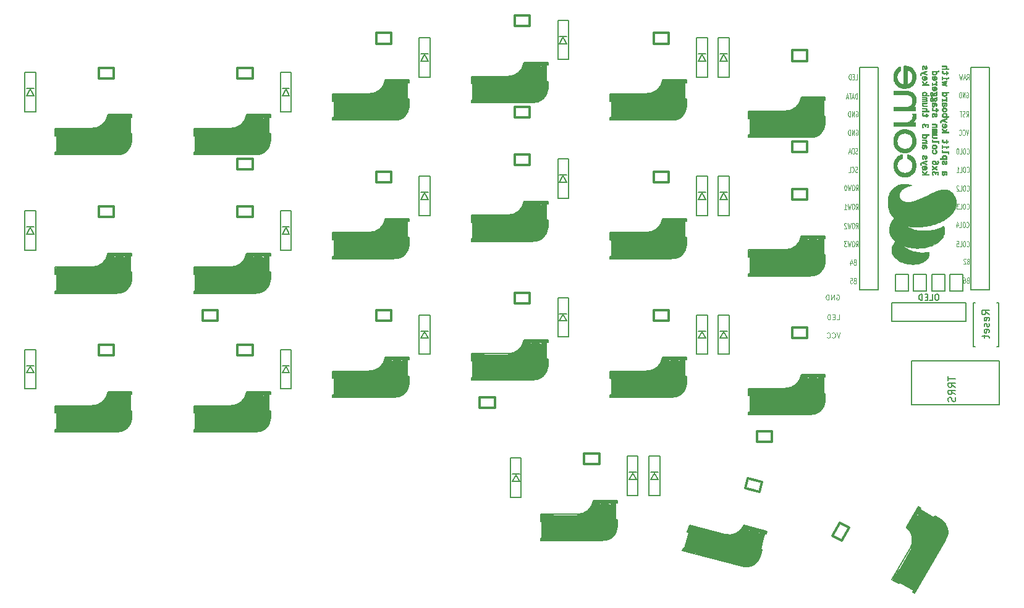
<source format=gbo>
G04 #@! TF.GenerationSoftware,KiCad,Pcbnew,(5.1.2)-1*
G04 #@! TF.CreationDate,2020-04-25T11:27:45-05:00*
G04 #@! TF.ProjectId,corneWS2812NoSnap,636f726e-6557-4533-9238-31324e6f536e,2.1*
G04 #@! TF.SameCoordinates,Original*
G04 #@! TF.FileFunction,Legend,Bot*
G04 #@! TF.FilePolarity,Positive*
%FSLAX46Y46*%
G04 Gerber Fmt 4.6, Leading zero omitted, Abs format (unit mm)*
G04 Created by KiCad (PCBNEW (5.1.2)-1) date 2020-04-25 11:27:45*
%MOMM*%
%LPD*%
G04 APERTURE LIST*
%ADD10C,0.150000*%
%ADD11C,0.125000*%
%ADD12C,0.300000*%
%ADD13C,0.800000*%
%ADD14C,3.000000*%
%ADD15C,0.500000*%
%ADD16C,1.000000*%
%ADD17C,3.500000*%
%ADD18C,0.400000*%
%ADD19C,0.010000*%
G04 APERTURE END LIST*
D10*
X186280495Y-102854895D02*
X186125676Y-102854895D01*
X186048266Y-102893600D01*
X185970857Y-102971009D01*
X185932152Y-103125828D01*
X185932152Y-103396761D01*
X185970857Y-103551580D01*
X186048266Y-103628990D01*
X186125676Y-103667695D01*
X186280495Y-103667695D01*
X186357904Y-103628990D01*
X186435314Y-103551580D01*
X186474019Y-103396761D01*
X186474019Y-103125828D01*
X186435314Y-102971009D01*
X186357904Y-102893600D01*
X186280495Y-102854895D01*
X185196761Y-103667695D02*
X185583809Y-103667695D01*
X185583809Y-102854895D01*
X184925828Y-103241942D02*
X184654895Y-103241942D01*
X184538780Y-103667695D02*
X184925828Y-103667695D01*
X184925828Y-102854895D01*
X184538780Y-102854895D01*
X184190438Y-103667695D02*
X184190438Y-102854895D01*
X183996914Y-102854895D01*
X183880800Y-102893600D01*
X183803390Y-102971009D01*
X183764685Y-103048419D01*
X183725980Y-103203238D01*
X183725980Y-103319352D01*
X183764685Y-103474171D01*
X183803390Y-103551580D01*
X183880800Y-103628990D01*
X183996914Y-103667695D01*
X184190438Y-103667695D01*
D11*
X172450000Y-106316666D02*
X172783333Y-106316666D01*
X172783333Y-105616666D01*
X172216666Y-105950000D02*
X171983333Y-105950000D01*
X171883333Y-106316666D02*
X172216666Y-106316666D01*
X172216666Y-105616666D01*
X171883333Y-105616666D01*
X171583333Y-106316666D02*
X171583333Y-105616666D01*
X171416666Y-105616666D01*
X171316666Y-105650000D01*
X171250000Y-105716666D01*
X171216666Y-105783333D01*
X171183333Y-105916666D01*
X171183333Y-106016666D01*
X171216666Y-106150000D01*
X171250000Y-106216666D01*
X171316666Y-106283333D01*
X171416666Y-106316666D01*
X171583333Y-106316666D01*
X172933333Y-108116666D02*
X172700000Y-108816666D01*
X172466666Y-108116666D01*
X171833333Y-108750000D02*
X171866666Y-108783333D01*
X171966666Y-108816666D01*
X172033333Y-108816666D01*
X172133333Y-108783333D01*
X172200000Y-108716666D01*
X172233333Y-108650000D01*
X172266666Y-108516666D01*
X172266666Y-108416666D01*
X172233333Y-108283333D01*
X172200000Y-108216666D01*
X172133333Y-108150000D01*
X172033333Y-108116666D01*
X171966666Y-108116666D01*
X171866666Y-108150000D01*
X171833333Y-108183333D01*
X171133333Y-108750000D02*
X171166666Y-108783333D01*
X171266666Y-108816666D01*
X171333333Y-108816666D01*
X171433333Y-108783333D01*
X171500000Y-108716666D01*
X171533333Y-108650000D01*
X171566666Y-108516666D01*
X171566666Y-108416666D01*
X171533333Y-108283333D01*
X171500000Y-108216666D01*
X171433333Y-108150000D01*
X171333333Y-108116666D01*
X171266666Y-108116666D01*
X171166666Y-108150000D01*
X171133333Y-108183333D01*
X172433333Y-102950000D02*
X172500000Y-102916666D01*
X172600000Y-102916666D01*
X172700000Y-102950000D01*
X172766666Y-103016666D01*
X172800000Y-103083333D01*
X172833333Y-103216666D01*
X172833333Y-103316666D01*
X172800000Y-103450000D01*
X172766666Y-103516666D01*
X172700000Y-103583333D01*
X172600000Y-103616666D01*
X172533333Y-103616666D01*
X172433333Y-103583333D01*
X172400000Y-103550000D01*
X172400000Y-103316666D01*
X172533333Y-103316666D01*
X172100000Y-103616666D02*
X172100000Y-102916666D01*
X171700000Y-103616666D01*
X171700000Y-102916666D01*
X171366666Y-103616666D02*
X171366666Y-102916666D01*
X171200000Y-102916666D01*
X171100000Y-102950000D01*
X171033333Y-103016666D01*
X171000000Y-103083333D01*
X170966666Y-103216666D01*
X170966666Y-103316666D01*
X171000000Y-103450000D01*
X171033333Y-103516666D01*
X171100000Y-103583333D01*
X171200000Y-103616666D01*
X171366666Y-103616666D01*
D12*
X75800000Y-80925001D02*
X75800000Y-81825000D01*
D13*
X75300000Y-78725000D02*
X75300000Y-80524999D01*
D14*
X74170000Y-82225000D02*
X74170000Y-79985000D01*
D15*
X65700000Y-80425000D02*
X67100000Y-80425000D01*
D16*
X66100000Y-83125000D02*
X66100000Y-80625000D01*
D17*
X67400000Y-81925000D02*
X74100000Y-81925000D01*
D10*
X65400000Y-80125000D02*
X65400000Y-81125000D01*
X65400000Y-81125000D02*
X65600000Y-81125000D01*
X65620000Y-81125000D02*
X65620000Y-83375000D01*
X65600000Y-83375000D02*
X65400000Y-83375000D01*
X75900000Y-80825000D02*
X75700000Y-80825000D01*
X75670000Y-80825000D02*
X75670000Y-78585000D01*
X75700000Y-78585000D02*
X75900000Y-78585000D01*
X75900000Y-78225000D02*
X75900000Y-78585000D01*
X75900000Y-81825000D02*
X75900000Y-80825000D01*
X75900000Y-78225000D02*
X72620000Y-78225000D01*
X70400000Y-80125000D02*
X65400000Y-80125000D01*
X65400000Y-83725000D02*
X73800001Y-83725000D01*
X72616318Y-78246471D02*
G75*
G02X70400000Y-80125000I-2151318J291471D01*
G01*
X75900000Y-81824999D02*
G75*
G02X73800001Y-83725000I-2000000J99999D01*
G01*
X65400000Y-83375000D02*
X65400000Y-83725000D01*
D16*
X73016318Y-78646471D02*
G75*
G02X70800000Y-80525000I-2151318J291471D01*
G01*
D15*
X75700000Y-78425000D02*
X73000000Y-78425000D01*
D18*
X65600000Y-83525000D02*
X67000000Y-83525000D01*
X65600000Y-81025000D02*
X65600000Y-80325000D01*
D12*
X75800000Y-118925001D02*
X75800000Y-119825000D01*
D13*
X75300000Y-116725000D02*
X75300000Y-118524999D01*
D14*
X74170000Y-120225000D02*
X74170000Y-117985000D01*
D15*
X65700000Y-118425000D02*
X67100000Y-118425000D01*
D16*
X66100000Y-121125000D02*
X66100000Y-118625000D01*
D17*
X67400000Y-119925000D02*
X74100000Y-119925000D01*
D10*
X65400000Y-118125000D02*
X65400000Y-119125000D01*
X65400000Y-119125000D02*
X65600000Y-119125000D01*
X65620000Y-119125000D02*
X65620000Y-121375000D01*
X65600000Y-121375000D02*
X65400000Y-121375000D01*
X75900000Y-118825000D02*
X75700000Y-118825000D01*
X75670000Y-118825000D02*
X75670000Y-116585000D01*
X75700000Y-116585000D02*
X75900000Y-116585000D01*
X75900000Y-116225000D02*
X75900000Y-116585000D01*
X75900000Y-119825000D02*
X75900000Y-118825000D01*
X75900000Y-116225000D02*
X72620000Y-116225000D01*
X70400000Y-118125000D02*
X65400000Y-118125000D01*
X65400000Y-121725000D02*
X73800001Y-121725000D01*
X72616318Y-116246471D02*
G75*
G02X70400000Y-118125000I-2151318J291471D01*
G01*
X75900000Y-119824999D02*
G75*
G02X73800001Y-121725000I-2000000J99999D01*
G01*
X65400000Y-121375000D02*
X65400000Y-121725000D01*
D16*
X73016318Y-116646471D02*
G75*
G02X70800000Y-118525000I-2151318J291471D01*
G01*
D15*
X75700000Y-116425000D02*
X73000000Y-116425000D01*
D18*
X65600000Y-121525000D02*
X67000000Y-121525000D01*
X65600000Y-119025000D02*
X65600000Y-118325000D01*
D12*
X161570000Y-123100000D02*
X161570000Y-121650000D01*
X161570000Y-121650000D02*
X163620000Y-121650000D01*
X163620000Y-121650000D02*
X163620000Y-123100000D01*
X163620000Y-123100000D02*
X161570000Y-123100000D01*
X123570000Y-118400000D02*
X123570000Y-116950000D01*
X123570000Y-116950000D02*
X125620000Y-116950000D01*
X125620000Y-116950000D02*
X125620000Y-118400000D01*
X125620000Y-118400000D02*
X123570000Y-118400000D01*
X85570000Y-106500000D02*
X85570000Y-105050000D01*
X85570000Y-105050000D02*
X87620000Y-105050000D01*
X87620000Y-105050000D02*
X87620000Y-106500000D01*
X87620000Y-106500000D02*
X85570000Y-106500000D01*
X92430000Y-84300000D02*
X92430000Y-85750000D01*
X92430000Y-85750000D02*
X90380000Y-85750000D01*
X90380000Y-85750000D02*
X90380000Y-84300000D01*
X90380000Y-84300000D02*
X92430000Y-84300000D01*
X130430000Y-77200000D02*
X130430000Y-78650000D01*
X130430000Y-78650000D02*
X128380000Y-78650000D01*
X128380000Y-78650000D02*
X128380000Y-77200000D01*
X128380000Y-77200000D02*
X130430000Y-77200000D01*
X168430000Y-81900000D02*
X168430000Y-83350000D01*
X168430000Y-83350000D02*
X166380000Y-83350000D01*
X166380000Y-83350000D02*
X166380000Y-81900000D01*
X166380000Y-81900000D02*
X168430000Y-81900000D01*
X166380000Y-88428000D02*
X168430000Y-88428000D01*
X166380000Y-89878000D02*
X166380000Y-88428000D01*
X168430000Y-89878000D02*
X166380000Y-89878000D01*
X168430000Y-88428000D02*
X168430000Y-89878000D01*
X137880000Y-124678000D02*
X139930000Y-124678000D01*
X137880000Y-126128000D02*
X137880000Y-124678000D01*
X139930000Y-126128000D02*
X137880000Y-126128000D01*
X139930000Y-124678000D02*
X139930000Y-126128000D01*
X71380000Y-109803000D02*
X73430000Y-109803000D01*
X71380000Y-111253000D02*
X71380000Y-109803000D01*
X73430000Y-111253000D02*
X71380000Y-111253000D01*
X73430000Y-109803000D02*
X73430000Y-111253000D01*
X147380000Y-86053000D02*
X149430000Y-86053000D01*
X147380000Y-87503000D02*
X147380000Y-86053000D01*
X149430000Y-87503000D02*
X147380000Y-87503000D01*
X149430000Y-86053000D02*
X149430000Y-87503000D01*
X174155847Y-134856115D02*
X173130847Y-136631467D01*
X172900111Y-134131115D02*
X174155847Y-134856115D01*
X171875111Y-135906467D02*
X172900111Y-134131115D01*
X173130847Y-136631467D02*
X171875111Y-135906467D01*
X160286908Y-128029105D02*
X162267056Y-128559684D01*
X159911620Y-129429698D02*
X160286908Y-128029105D01*
X161891768Y-129960277D02*
X159911620Y-129429698D01*
X162267056Y-128559684D02*
X161891768Y-129960277D01*
X166380000Y-107428000D02*
X168430000Y-107428000D01*
X166380000Y-108878000D02*
X166380000Y-107428000D01*
X168430000Y-108878000D02*
X166380000Y-108878000D01*
X168430000Y-107428000D02*
X168430000Y-108878000D01*
X147380000Y-105053000D02*
X149430000Y-105053000D01*
X147380000Y-106503000D02*
X147380000Y-105053000D01*
X149430000Y-106503000D02*
X147380000Y-106503000D01*
X149430000Y-105053000D02*
X149430000Y-106503000D01*
X128380000Y-102678000D02*
X130430000Y-102678000D01*
X128380000Y-104128000D02*
X128380000Y-102678000D01*
X130430000Y-104128000D02*
X128380000Y-104128000D01*
X130430000Y-102678000D02*
X130430000Y-104128000D01*
X109380000Y-105053000D02*
X111430000Y-105053000D01*
X109380000Y-106503000D02*
X109380000Y-105053000D01*
X111430000Y-106503000D02*
X109380000Y-106503000D01*
X111430000Y-105053000D02*
X111430000Y-106503000D01*
X90380000Y-109803000D02*
X92430000Y-109803000D01*
X90380000Y-111253000D02*
X90380000Y-109803000D01*
X92430000Y-111253000D02*
X90380000Y-111253000D01*
X92430000Y-109803000D02*
X92430000Y-111253000D01*
X128380000Y-83678000D02*
X130430000Y-83678000D01*
X128380000Y-85128000D02*
X128380000Y-83678000D01*
X130430000Y-85128000D02*
X128380000Y-85128000D01*
X130430000Y-83678000D02*
X130430000Y-85128000D01*
X109380000Y-86053000D02*
X111430000Y-86053000D01*
X109380000Y-87503000D02*
X109380000Y-86053000D01*
X111430000Y-87503000D02*
X109380000Y-87503000D01*
X111430000Y-86053000D02*
X111430000Y-87503000D01*
X90380000Y-90803000D02*
X92430000Y-90803000D01*
X90380000Y-92253000D02*
X90380000Y-90803000D01*
X92430000Y-92253000D02*
X90380000Y-92253000D01*
X92430000Y-90803000D02*
X92430000Y-92253000D01*
X71380000Y-90803000D02*
X73430000Y-90803000D01*
X71380000Y-92253000D02*
X71380000Y-90803000D01*
X73430000Y-92253000D02*
X71380000Y-92253000D01*
X73430000Y-90803000D02*
X73430000Y-92253000D01*
X166380000Y-69428000D02*
X168430000Y-69428000D01*
X166380000Y-70878000D02*
X166380000Y-69428000D01*
X168430000Y-70878000D02*
X166380000Y-70878000D01*
X168430000Y-69428000D02*
X168430000Y-70878000D01*
X147380000Y-67053000D02*
X149430000Y-67053000D01*
X147380000Y-68503000D02*
X147380000Y-67053000D01*
X149430000Y-68503000D02*
X147380000Y-68503000D01*
X149430000Y-67053000D02*
X149430000Y-68503000D01*
X128380000Y-64678000D02*
X130430000Y-64678000D01*
X128380000Y-66128000D02*
X128380000Y-64678000D01*
X130430000Y-66128000D02*
X128380000Y-66128000D01*
X130430000Y-64678000D02*
X130430000Y-66128000D01*
X109380000Y-67053000D02*
X111430000Y-67053000D01*
X109380000Y-68503000D02*
X109380000Y-67053000D01*
X111430000Y-68503000D02*
X109380000Y-68503000D01*
X111430000Y-67053000D02*
X111430000Y-68503000D01*
X90380000Y-71803000D02*
X92430000Y-71803000D01*
X90380000Y-73253000D02*
X90380000Y-71803000D01*
X92430000Y-73253000D02*
X90380000Y-73253000D01*
X92430000Y-71803000D02*
X92430000Y-73253000D01*
X71380000Y-71803000D02*
X73430000Y-71803000D01*
X71380000Y-73253000D02*
X71380000Y-71803000D01*
X73430000Y-73253000D02*
X71380000Y-73253000D01*
X73430000Y-71803000D02*
X73430000Y-73253000D01*
D10*
X182700000Y-111950000D02*
X194700000Y-111950000D01*
X182700000Y-117950000D02*
X182700000Y-111950000D01*
X194700000Y-117950000D02*
X182700000Y-117950000D01*
X194700000Y-111950000D02*
X194700000Y-117950000D01*
X187986000Y-100107000D02*
X187986000Y-102393000D01*
X187986000Y-102393000D02*
X189764000Y-102393000D01*
X189764000Y-102393000D02*
X189764000Y-100107000D01*
X189764000Y-100107000D02*
X187986000Y-100107000D01*
D12*
X170800000Y-116550001D02*
X170800000Y-117450000D01*
D13*
X170300000Y-114350000D02*
X170300000Y-116149999D01*
D14*
X169170000Y-117850000D02*
X169170000Y-115610000D01*
D15*
X160700000Y-116050000D02*
X162100000Y-116050000D01*
D16*
X161100000Y-118750000D02*
X161100000Y-116250000D01*
D17*
X162400000Y-117550000D02*
X169100000Y-117550000D01*
D10*
X160400000Y-115750000D02*
X160400000Y-116750000D01*
X160400000Y-116750000D02*
X160600000Y-116750000D01*
X160620000Y-116750000D02*
X160620000Y-119000000D01*
X160600000Y-119000000D02*
X160400000Y-119000000D01*
X170900000Y-116450000D02*
X170700000Y-116450000D01*
X170670000Y-116450000D02*
X170670000Y-114210000D01*
X170700000Y-114210000D02*
X170900000Y-114210000D01*
X170900000Y-113850000D02*
X170900000Y-114210000D01*
X170900000Y-117450000D02*
X170900000Y-116450000D01*
X170900000Y-113850000D02*
X167620000Y-113850000D01*
X165400000Y-115750000D02*
X160400000Y-115750000D01*
X160400000Y-119350000D02*
X168800001Y-119350000D01*
X167616318Y-113871471D02*
G75*
G02X165400000Y-115750000I-2151318J291471D01*
G01*
X170900000Y-117449999D02*
G75*
G02X168800001Y-119350000I-2000000J99999D01*
G01*
X160400000Y-119000000D02*
X160400000Y-119350000D01*
D16*
X168016318Y-114271471D02*
G75*
G02X165800000Y-116150000I-2151318J291471D01*
G01*
D15*
X170700000Y-114050000D02*
X168000000Y-114050000D01*
D18*
X160600000Y-119150000D02*
X162000000Y-119150000D01*
X160600000Y-116650000D02*
X160600000Y-115950000D01*
D12*
X113800000Y-76175001D02*
X113800000Y-77075000D01*
D13*
X113300000Y-73975000D02*
X113300000Y-75774999D01*
D14*
X112170000Y-77475000D02*
X112170000Y-75235000D01*
D15*
X103700000Y-75675000D02*
X105100000Y-75675000D01*
D16*
X104100000Y-78375000D02*
X104100000Y-75875000D01*
D17*
X105400000Y-77175000D02*
X112100000Y-77175000D01*
D10*
X103400000Y-75375000D02*
X103400000Y-76375000D01*
X103400000Y-76375000D02*
X103600000Y-76375000D01*
X103620000Y-76375000D02*
X103620000Y-78625000D01*
X103600000Y-78625000D02*
X103400000Y-78625000D01*
X113900000Y-76075000D02*
X113700000Y-76075000D01*
X113670000Y-76075000D02*
X113670000Y-73835000D01*
X113700000Y-73835000D02*
X113900000Y-73835000D01*
X113900000Y-73475000D02*
X113900000Y-73835000D01*
X113900000Y-77075000D02*
X113900000Y-76075000D01*
X113900000Y-73475000D02*
X110620000Y-73475000D01*
X108400000Y-75375000D02*
X103400000Y-75375000D01*
X103400000Y-78975000D02*
X111800001Y-78975000D01*
X110616318Y-73496471D02*
G75*
G02X108400000Y-75375000I-2151318J291471D01*
G01*
X113900000Y-77074999D02*
G75*
G02X111800001Y-78975000I-2000000J99999D01*
G01*
X103400000Y-78625000D02*
X103400000Y-78975000D01*
D16*
X111016318Y-73896471D02*
G75*
G02X108800000Y-75775000I-2151318J291471D01*
G01*
D15*
X113700000Y-73675000D02*
X111000000Y-73675000D01*
D18*
X103600000Y-78775000D02*
X105000000Y-78775000D01*
X103600000Y-76275000D02*
X103600000Y-75575000D01*
D12*
X185940897Y-133377053D02*
X186720319Y-133827053D01*
D13*
X183785641Y-132710065D02*
X185344486Y-133610065D01*
D14*
X186251730Y-135438674D02*
X184311833Y-134318674D01*
D15*
X180457884Y-141873909D02*
X181157884Y-140661474D01*
D16*
X182996152Y-142877499D02*
X180831089Y-141627499D01*
D17*
X182606922Y-141151666D02*
X185956922Y-135349296D01*
D10*
X180048076Y-141983717D02*
X180914102Y-142483717D01*
X180914102Y-142483717D02*
X181014102Y-142310512D01*
X181024102Y-142293191D02*
X182972659Y-143418191D01*
X182962659Y-143435512D02*
X182862659Y-143608717D01*
X185904294Y-133240450D02*
X185804294Y-133413655D01*
X185789294Y-133439636D02*
X183849397Y-132319636D01*
X183864397Y-132293655D02*
X183964397Y-132120450D01*
X183652628Y-131940450D02*
X183964397Y-132120450D01*
X186770319Y-133740450D02*
X185904294Y-133240450D01*
X183652628Y-131940450D02*
X182012628Y-134781013D01*
X182548076Y-137653590D02*
X180048076Y-141983717D01*
X183165768Y-143783717D02*
X187365768Y-136509103D01*
X182029381Y-134794938D02*
G75*
G02X182548076Y-137653590I-1328080J-1717360D01*
G01*
X186770319Y-133740450D02*
G75*
G02X187365768Y-136509103I-1086602J-1682051D01*
G01*
X182862659Y-143608717D02*
X183165768Y-143783717D01*
D16*
X182575791Y-134648528D02*
G75*
G02X183094486Y-137507180I-1328080J-1717360D01*
G01*
D15*
X183725833Y-132213655D02*
X182375833Y-134551924D01*
D18*
X183092563Y-143510512D02*
X183792563Y-142298076D01*
X180927499Y-142260512D02*
X180321281Y-141910512D01*
D12*
X142300000Y-133800001D02*
X142300000Y-134700000D01*
D13*
X141800000Y-131600000D02*
X141800000Y-133399999D01*
D14*
X140670000Y-135100000D02*
X140670000Y-132860000D01*
D15*
X132200000Y-133300000D02*
X133600000Y-133300000D01*
D16*
X132600000Y-136000000D02*
X132600000Y-133500000D01*
D17*
X133900000Y-134800000D02*
X140600000Y-134800000D01*
D10*
X131900000Y-133000000D02*
X131900000Y-134000000D01*
X131900000Y-134000000D02*
X132100000Y-134000000D01*
X132120000Y-134000000D02*
X132120000Y-136250000D01*
X132100000Y-136250000D02*
X131900000Y-136250000D01*
X142400000Y-133700000D02*
X142200000Y-133700000D01*
X142170000Y-133700000D02*
X142170000Y-131460000D01*
X142200000Y-131460000D02*
X142400000Y-131460000D01*
X142400000Y-131100000D02*
X142400000Y-131460000D01*
X142400000Y-134700000D02*
X142400000Y-133700000D01*
X142400000Y-131100000D02*
X139120000Y-131100000D01*
X136900000Y-133000000D02*
X131900000Y-133000000D01*
X131900000Y-136600000D02*
X140300001Y-136600000D01*
X139116318Y-131121471D02*
G75*
G02X136900000Y-133000000I-2151318J291471D01*
G01*
X142400000Y-134699999D02*
G75*
G02X140300001Y-136600000I-2000000J99999D01*
G01*
X131900000Y-136250000D02*
X131900000Y-136600000D01*
D16*
X139516318Y-131521471D02*
G75*
G02X137300000Y-133400000I-2151318J291471D01*
G01*
D15*
X142200000Y-131300000D02*
X139500000Y-131300000D01*
D18*
X132100000Y-136400000D02*
X133500000Y-136400000D01*
X132100000Y-133900000D02*
X132100000Y-133200000D01*
D12*
X113800000Y-114175001D02*
X113800000Y-115075000D01*
D13*
X113300000Y-111975000D02*
X113300000Y-113774999D01*
D14*
X112170000Y-115475000D02*
X112170000Y-113235000D01*
D15*
X103700000Y-113675000D02*
X105100000Y-113675000D01*
D16*
X104100000Y-116375000D02*
X104100000Y-113875000D01*
D17*
X105400000Y-115175000D02*
X112100000Y-115175000D01*
D10*
X103400000Y-113375000D02*
X103400000Y-114375000D01*
X103400000Y-114375000D02*
X103600000Y-114375000D01*
X103620000Y-114375000D02*
X103620000Y-116625000D01*
X103600000Y-116625000D02*
X103400000Y-116625000D01*
X113900000Y-114075000D02*
X113700000Y-114075000D01*
X113670000Y-114075000D02*
X113670000Y-111835000D01*
X113700000Y-111835000D02*
X113900000Y-111835000D01*
X113900000Y-111475000D02*
X113900000Y-111835000D01*
X113900000Y-115075000D02*
X113900000Y-114075000D01*
X113900000Y-111475000D02*
X110620000Y-111475000D01*
X108400000Y-113375000D02*
X103400000Y-113375000D01*
X103400000Y-116975000D02*
X111800001Y-116975000D01*
X110616318Y-111496471D02*
G75*
G02X108400000Y-113375000I-2151318J291471D01*
G01*
X113900000Y-115074999D02*
G75*
G02X111800001Y-116975000I-2000000J99999D01*
G01*
X103400000Y-116625000D02*
X103400000Y-116975000D01*
D16*
X111016318Y-111896471D02*
G75*
G02X108800000Y-113775000I-2151318J291471D01*
G01*
D15*
X113700000Y-111675000D02*
X111000000Y-111675000D01*
D18*
X103600000Y-116775000D02*
X105000000Y-116775000D01*
X103600000Y-114275000D02*
X103600000Y-113575000D01*
D12*
X94800000Y-118925001D02*
X94800000Y-119825000D01*
D13*
X94300000Y-116725000D02*
X94300000Y-118524999D01*
D14*
X93170000Y-120225000D02*
X93170000Y-117985000D01*
D15*
X84700000Y-118425000D02*
X86100000Y-118425000D01*
D16*
X85100000Y-121125000D02*
X85100000Y-118625000D01*
D17*
X86400000Y-119925000D02*
X93100000Y-119925000D01*
D10*
X84400000Y-118125000D02*
X84400000Y-119125000D01*
X84400000Y-119125000D02*
X84600000Y-119125000D01*
X84620000Y-119125000D02*
X84620000Y-121375000D01*
X84600000Y-121375000D02*
X84400000Y-121375000D01*
X94900000Y-118825000D02*
X94700000Y-118825000D01*
X94670000Y-118825000D02*
X94670000Y-116585000D01*
X94700000Y-116585000D02*
X94900000Y-116585000D01*
X94900000Y-116225000D02*
X94900000Y-116585000D01*
X94900000Y-119825000D02*
X94900000Y-118825000D01*
X94900000Y-116225000D02*
X91620000Y-116225000D01*
X89400000Y-118125000D02*
X84400000Y-118125000D01*
X84400000Y-121725000D02*
X92800001Y-121725000D01*
X91616318Y-116246471D02*
G75*
G02X89400000Y-118125000I-2151318J291471D01*
G01*
X94900000Y-119824999D02*
G75*
G02X92800001Y-121725000I-2000000J99999D01*
G01*
X84400000Y-121375000D02*
X84400000Y-121725000D01*
D16*
X92016318Y-116646471D02*
G75*
G02X89800000Y-118525000I-2151318J291471D01*
G01*
D15*
X94700000Y-116425000D02*
X92000000Y-116425000D01*
D18*
X84600000Y-121525000D02*
X86000000Y-121525000D01*
X84600000Y-119025000D02*
X84600000Y-118325000D01*
D12*
X170800000Y-97550001D02*
X170800000Y-98450000D01*
D13*
X170300000Y-95350000D02*
X170300000Y-97149999D01*
D14*
X169170000Y-98850000D02*
X169170000Y-96610000D01*
D15*
X160700000Y-97050000D02*
X162100000Y-97050000D01*
D16*
X161100000Y-99750000D02*
X161100000Y-97250000D01*
D17*
X162400000Y-98550000D02*
X169100000Y-98550000D01*
D10*
X160400000Y-96750000D02*
X160400000Y-97750000D01*
X160400000Y-97750000D02*
X160600000Y-97750000D01*
X160620000Y-97750000D02*
X160620000Y-100000000D01*
X160600000Y-100000000D02*
X160400000Y-100000000D01*
X170900000Y-97450000D02*
X170700000Y-97450000D01*
X170670000Y-97450000D02*
X170670000Y-95210000D01*
X170700000Y-95210000D02*
X170900000Y-95210000D01*
X170900000Y-94850000D02*
X170900000Y-95210000D01*
X170900000Y-98450000D02*
X170900000Y-97450000D01*
X170900000Y-94850000D02*
X167620000Y-94850000D01*
X165400000Y-96750000D02*
X160400000Y-96750000D01*
X160400000Y-100350000D02*
X168800001Y-100350000D01*
X167616318Y-94871471D02*
G75*
G02X165400000Y-96750000I-2151318J291471D01*
G01*
X170900000Y-98449999D02*
G75*
G02X168800001Y-100350000I-2000000J99999D01*
G01*
X160400000Y-100000000D02*
X160400000Y-100350000D01*
D16*
X168016318Y-95271471D02*
G75*
G02X165800000Y-97150000I-2151318J291471D01*
G01*
D15*
X170700000Y-95050000D02*
X168000000Y-95050000D01*
D18*
X160600000Y-100150000D02*
X162000000Y-100150000D01*
X160600000Y-97650000D02*
X160600000Y-96950000D01*
D12*
X151800000Y-95175001D02*
X151800000Y-96075000D01*
D13*
X151300000Y-92975000D02*
X151300000Y-94774999D01*
D14*
X150170000Y-96475000D02*
X150170000Y-94235000D01*
D15*
X141700000Y-94675000D02*
X143100000Y-94675000D01*
D16*
X142100000Y-97375000D02*
X142100000Y-94875000D01*
D17*
X143400000Y-96175000D02*
X150100000Y-96175000D01*
D10*
X141400000Y-94375000D02*
X141400000Y-95375000D01*
X141400000Y-95375000D02*
X141600000Y-95375000D01*
X141620000Y-95375000D02*
X141620000Y-97625000D01*
X141600000Y-97625000D02*
X141400000Y-97625000D01*
X151900000Y-95075000D02*
X151700000Y-95075000D01*
X151670000Y-95075000D02*
X151670000Y-92835000D01*
X151700000Y-92835000D02*
X151900000Y-92835000D01*
X151900000Y-92475000D02*
X151900000Y-92835000D01*
X151900000Y-96075000D02*
X151900000Y-95075000D01*
X151900000Y-92475000D02*
X148620000Y-92475000D01*
X146400000Y-94375000D02*
X141400000Y-94375000D01*
X141400000Y-97975000D02*
X149800001Y-97975000D01*
X148616318Y-92496471D02*
G75*
G02X146400000Y-94375000I-2151318J291471D01*
G01*
X151900000Y-96074999D02*
G75*
G02X149800001Y-97975000I-2000000J99999D01*
G01*
X141400000Y-97625000D02*
X141400000Y-97975000D01*
D16*
X149016318Y-92896471D02*
G75*
G02X146800000Y-94775000I-2151318J291471D01*
G01*
D15*
X151700000Y-92675000D02*
X149000000Y-92675000D01*
D18*
X141600000Y-97775000D02*
X143000000Y-97775000D01*
X141600000Y-95275000D02*
X141600000Y-94575000D01*
D12*
X132800000Y-92800001D02*
X132800000Y-93700000D01*
D13*
X132300000Y-90600000D02*
X132300000Y-92399999D01*
D14*
X131170000Y-94100000D02*
X131170000Y-91860000D01*
D15*
X122700000Y-92300000D02*
X124100000Y-92300000D01*
D16*
X123100000Y-95000000D02*
X123100000Y-92500000D01*
D17*
X124400000Y-93800000D02*
X131100000Y-93800000D01*
D10*
X122400000Y-92000000D02*
X122400000Y-93000000D01*
X122400000Y-93000000D02*
X122600000Y-93000000D01*
X122620000Y-93000000D02*
X122620000Y-95250000D01*
X122600000Y-95250000D02*
X122400000Y-95250000D01*
X132900000Y-92700000D02*
X132700000Y-92700000D01*
X132670000Y-92700000D02*
X132670000Y-90460000D01*
X132700000Y-90460000D02*
X132900000Y-90460000D01*
X132900000Y-90100000D02*
X132900000Y-90460000D01*
X132900000Y-93700000D02*
X132900000Y-92700000D01*
X132900000Y-90100000D02*
X129620000Y-90100000D01*
X127400000Y-92000000D02*
X122400000Y-92000000D01*
X122400000Y-95600000D02*
X130800001Y-95600000D01*
X129616318Y-90121471D02*
G75*
G02X127400000Y-92000000I-2151318J291471D01*
G01*
X132900000Y-93699999D02*
G75*
G02X130800001Y-95600000I-2000000J99999D01*
G01*
X122400000Y-95250000D02*
X122400000Y-95600000D01*
D16*
X130016318Y-90521471D02*
G75*
G02X127800000Y-92400000I-2151318J291471D01*
G01*
D15*
X132700000Y-90300000D02*
X130000000Y-90300000D01*
D18*
X122600000Y-95400000D02*
X124000000Y-95400000D01*
X122600000Y-92900000D02*
X122600000Y-92200000D01*
D12*
X113800000Y-95175001D02*
X113800000Y-96075000D01*
D13*
X113300000Y-92975000D02*
X113300000Y-94774999D01*
D14*
X112170000Y-96475000D02*
X112170000Y-94235000D01*
D15*
X103700000Y-94675000D02*
X105100000Y-94675000D01*
D16*
X104100000Y-97375000D02*
X104100000Y-94875000D01*
D17*
X105400000Y-96175000D02*
X112100000Y-96175000D01*
D10*
X103400000Y-94375000D02*
X103400000Y-95375000D01*
X103400000Y-95375000D02*
X103600000Y-95375000D01*
X103620000Y-95375000D02*
X103620000Y-97625000D01*
X103600000Y-97625000D02*
X103400000Y-97625000D01*
X113900000Y-95075000D02*
X113700000Y-95075000D01*
X113670000Y-95075000D02*
X113670000Y-92835000D01*
X113700000Y-92835000D02*
X113900000Y-92835000D01*
X113900000Y-92475000D02*
X113900000Y-92835000D01*
X113900000Y-96075000D02*
X113900000Y-95075000D01*
X113900000Y-92475000D02*
X110620000Y-92475000D01*
X108400000Y-94375000D02*
X103400000Y-94375000D01*
X103400000Y-97975000D02*
X111800001Y-97975000D01*
X110616318Y-92496471D02*
G75*
G02X108400000Y-94375000I-2151318J291471D01*
G01*
X113900000Y-96074999D02*
G75*
G02X111800001Y-97975000I-2000000J99999D01*
G01*
X103400000Y-97625000D02*
X103400000Y-97975000D01*
D16*
X111016318Y-92896471D02*
G75*
G02X108800000Y-94775000I-2151318J291471D01*
G01*
D15*
X113700000Y-92675000D02*
X111000000Y-92675000D01*
D18*
X103600000Y-97775000D02*
X105000000Y-97775000D01*
X103600000Y-95275000D02*
X103600000Y-94575000D01*
D12*
X94800000Y-99925001D02*
X94800000Y-100825000D01*
D13*
X94300000Y-97725000D02*
X94300000Y-99524999D01*
D14*
X93170000Y-101225000D02*
X93170000Y-98985000D01*
D15*
X84700000Y-99425000D02*
X86100000Y-99425000D01*
D16*
X85100000Y-102125000D02*
X85100000Y-99625000D01*
D17*
X86400000Y-100925000D02*
X93100000Y-100925000D01*
D10*
X84400000Y-99125000D02*
X84400000Y-100125000D01*
X84400000Y-100125000D02*
X84600000Y-100125000D01*
X84620000Y-100125000D02*
X84620000Y-102375000D01*
X84600000Y-102375000D02*
X84400000Y-102375000D01*
X94900000Y-99825000D02*
X94700000Y-99825000D01*
X94670000Y-99825000D02*
X94670000Y-97585000D01*
X94700000Y-97585000D02*
X94900000Y-97585000D01*
X94900000Y-97225000D02*
X94900000Y-97585000D01*
X94900000Y-100825000D02*
X94900000Y-99825000D01*
X94900000Y-97225000D02*
X91620000Y-97225000D01*
X89400000Y-99125000D02*
X84400000Y-99125000D01*
X84400000Y-102725000D02*
X92800001Y-102725000D01*
X91616318Y-97246471D02*
G75*
G02X89400000Y-99125000I-2151318J291471D01*
G01*
X94900000Y-100824999D02*
G75*
G02X92800001Y-102725000I-2000000J99999D01*
G01*
X84400000Y-102375000D02*
X84400000Y-102725000D01*
D16*
X92016318Y-97646471D02*
G75*
G02X89800000Y-99525000I-2151318J291471D01*
G01*
D15*
X94700000Y-97425000D02*
X92000000Y-97425000D01*
D18*
X84600000Y-102525000D02*
X86000000Y-102525000D01*
X84600000Y-100025000D02*
X84600000Y-99325000D01*
D12*
X75800000Y-99925001D02*
X75800000Y-100825000D01*
D13*
X75300000Y-97725000D02*
X75300000Y-99524999D01*
D14*
X74170000Y-101225000D02*
X74170000Y-98985000D01*
D15*
X65700000Y-99425000D02*
X67100000Y-99425000D01*
D16*
X66100000Y-102125000D02*
X66100000Y-99625000D01*
D17*
X67400000Y-100925000D02*
X74100000Y-100925000D01*
D10*
X65400000Y-99125000D02*
X65400000Y-100125000D01*
X65400000Y-100125000D02*
X65600000Y-100125000D01*
X65620000Y-100125000D02*
X65620000Y-102375000D01*
X65600000Y-102375000D02*
X65400000Y-102375000D01*
X75900000Y-99825000D02*
X75700000Y-99825000D01*
X75670000Y-99825000D02*
X75670000Y-97585000D01*
X75700000Y-97585000D02*
X75900000Y-97585000D01*
X75900000Y-97225000D02*
X75900000Y-97585000D01*
X75900000Y-100825000D02*
X75900000Y-99825000D01*
X75900000Y-97225000D02*
X72620000Y-97225000D01*
X70400000Y-99125000D02*
X65400000Y-99125000D01*
X65400000Y-102725000D02*
X73800001Y-102725000D01*
X72616318Y-97246471D02*
G75*
G02X70400000Y-99125000I-2151318J291471D01*
G01*
X75900000Y-100824999D02*
G75*
G02X73800001Y-102725000I-2000000J99999D01*
G01*
X65400000Y-102375000D02*
X65400000Y-102725000D01*
D16*
X73016318Y-97646471D02*
G75*
G02X70800000Y-99525000I-2151318J291471D01*
G01*
D15*
X75700000Y-97425000D02*
X73000000Y-97425000D01*
D18*
X65600000Y-102525000D02*
X67000000Y-102525000D01*
X65600000Y-100025000D02*
X65600000Y-99325000D01*
D12*
X170800000Y-78550001D02*
X170800000Y-79450000D01*
D13*
X170300000Y-76350000D02*
X170300000Y-78149999D01*
D14*
X169170000Y-79850000D02*
X169170000Y-77610000D01*
D15*
X160700000Y-78050000D02*
X162100000Y-78050000D01*
D16*
X161100000Y-80750000D02*
X161100000Y-78250000D01*
D17*
X162400000Y-79550000D02*
X169100000Y-79550000D01*
D10*
X160400000Y-77750000D02*
X160400000Y-78750000D01*
X160400000Y-78750000D02*
X160600000Y-78750000D01*
X160620000Y-78750000D02*
X160620000Y-81000000D01*
X160600000Y-81000000D02*
X160400000Y-81000000D01*
X170900000Y-78450000D02*
X170700000Y-78450000D01*
X170670000Y-78450000D02*
X170670000Y-76210000D01*
X170700000Y-76210000D02*
X170900000Y-76210000D01*
X170900000Y-75850000D02*
X170900000Y-76210000D01*
X170900000Y-79450000D02*
X170900000Y-78450000D01*
X170900000Y-75850000D02*
X167620000Y-75850000D01*
X165400000Y-77750000D02*
X160400000Y-77750000D01*
X160400000Y-81350000D02*
X168800001Y-81350000D01*
X167616318Y-75871471D02*
G75*
G02X165400000Y-77750000I-2151318J291471D01*
G01*
X170900000Y-79449999D02*
G75*
G02X168800001Y-81350000I-2000000J99999D01*
G01*
X160400000Y-81000000D02*
X160400000Y-81350000D01*
D16*
X168016318Y-76271471D02*
G75*
G02X165800000Y-78150000I-2151318J291471D01*
G01*
D15*
X170700000Y-76050000D02*
X168000000Y-76050000D01*
D18*
X160600000Y-81150000D02*
X162000000Y-81150000D01*
X160600000Y-78650000D02*
X160600000Y-77950000D01*
D12*
X151800000Y-76175001D02*
X151800000Y-77075000D01*
D13*
X151300000Y-73975000D02*
X151300000Y-75774999D01*
D14*
X150170000Y-77475000D02*
X150170000Y-75235000D01*
D15*
X141700000Y-75675000D02*
X143100000Y-75675000D01*
D16*
X142100000Y-78375000D02*
X142100000Y-75875000D01*
D17*
X143400000Y-77175000D02*
X150100000Y-77175000D01*
D10*
X141400000Y-75375000D02*
X141400000Y-76375000D01*
X141400000Y-76375000D02*
X141600000Y-76375000D01*
X141620000Y-76375000D02*
X141620000Y-78625000D01*
X141600000Y-78625000D02*
X141400000Y-78625000D01*
X151900000Y-76075000D02*
X151700000Y-76075000D01*
X151670000Y-76075000D02*
X151670000Y-73835000D01*
X151700000Y-73835000D02*
X151900000Y-73835000D01*
X151900000Y-73475000D02*
X151900000Y-73835000D01*
X151900000Y-77075000D02*
X151900000Y-76075000D01*
X151900000Y-73475000D02*
X148620000Y-73475000D01*
X146400000Y-75375000D02*
X141400000Y-75375000D01*
X141400000Y-78975000D02*
X149800001Y-78975000D01*
X148616318Y-73496471D02*
G75*
G02X146400000Y-75375000I-2151318J291471D01*
G01*
X151900000Y-77074999D02*
G75*
G02X149800001Y-78975000I-2000000J99999D01*
G01*
X141400000Y-78625000D02*
X141400000Y-78975000D01*
D16*
X149016318Y-73896471D02*
G75*
G02X146800000Y-75775000I-2151318J291471D01*
G01*
D15*
X151700000Y-73675000D02*
X149000000Y-73675000D01*
D18*
X141600000Y-78775000D02*
X143000000Y-78775000D01*
X141600000Y-76275000D02*
X141600000Y-75575000D01*
D12*
X94800000Y-80925001D02*
X94800000Y-81825000D01*
D13*
X94300000Y-78725000D02*
X94300000Y-80524999D01*
D14*
X93170000Y-82225000D02*
X93170000Y-79985000D01*
D15*
X84700000Y-80425000D02*
X86100000Y-80425000D01*
D16*
X85100000Y-83125000D02*
X85100000Y-80625000D01*
D17*
X86400000Y-81925000D02*
X93100000Y-81925000D01*
D10*
X84400000Y-80125000D02*
X84400000Y-81125000D01*
X84400000Y-81125000D02*
X84600000Y-81125000D01*
X84620000Y-81125000D02*
X84620000Y-83375000D01*
X84600000Y-83375000D02*
X84400000Y-83375000D01*
X94900000Y-80825000D02*
X94700000Y-80825000D01*
X94670000Y-80825000D02*
X94670000Y-78585000D01*
X94700000Y-78585000D02*
X94900000Y-78585000D01*
X94900000Y-78225000D02*
X94900000Y-78585000D01*
X94900000Y-81825000D02*
X94900000Y-80825000D01*
X94900000Y-78225000D02*
X91620000Y-78225000D01*
X89400000Y-80125000D02*
X84400000Y-80125000D01*
X84400000Y-83725000D02*
X92800001Y-83725000D01*
X91616318Y-78246471D02*
G75*
G02X89400000Y-80125000I-2151318J291471D01*
G01*
X94900000Y-81824999D02*
G75*
G02X92800001Y-83725000I-2000000J99999D01*
G01*
X84400000Y-83375000D02*
X84400000Y-83725000D01*
D16*
X92016318Y-78646471D02*
G75*
G02X89800000Y-80525000I-2151318J291471D01*
G01*
D15*
X94700000Y-78425000D02*
X92000000Y-78425000D01*
D18*
X84600000Y-83525000D02*
X86000000Y-83525000D01*
X84600000Y-81025000D02*
X84600000Y-80325000D01*
D12*
X151800000Y-114175001D02*
X151800000Y-115075000D01*
D13*
X151300000Y-111975000D02*
X151300000Y-113774999D01*
D14*
X150170000Y-115475000D02*
X150170000Y-113235000D01*
D15*
X141700000Y-113675000D02*
X143100000Y-113675000D01*
D16*
X142100000Y-116375000D02*
X142100000Y-113875000D01*
D17*
X143400000Y-115175000D02*
X150100000Y-115175000D01*
D10*
X141400000Y-113375000D02*
X141400000Y-114375000D01*
X141400000Y-114375000D02*
X141600000Y-114375000D01*
X141620000Y-114375000D02*
X141620000Y-116625000D01*
X141600000Y-116625000D02*
X141400000Y-116625000D01*
X151900000Y-114075000D02*
X151700000Y-114075000D01*
X151670000Y-114075000D02*
X151670000Y-111835000D01*
X151700000Y-111835000D02*
X151900000Y-111835000D01*
X151900000Y-111475000D02*
X151900000Y-111835000D01*
X151900000Y-115075000D02*
X151900000Y-114075000D01*
X151900000Y-111475000D02*
X148620000Y-111475000D01*
X146400000Y-113375000D02*
X141400000Y-113375000D01*
X141400000Y-116975000D02*
X149800001Y-116975000D01*
X148616318Y-111496471D02*
G75*
G02X146400000Y-113375000I-2151318J291471D01*
G01*
X151900000Y-115074999D02*
G75*
G02X149800001Y-116975000I-2000000J99999D01*
G01*
X141400000Y-116625000D02*
X141400000Y-116975000D01*
D16*
X149016318Y-111896471D02*
G75*
G02X146800000Y-113775000I-2151318J291471D01*
G01*
D15*
X151700000Y-111675000D02*
X149000000Y-111675000D01*
D18*
X141600000Y-116775000D02*
X143000000Y-116775000D01*
X141600000Y-114275000D02*
X141600000Y-113575000D01*
D12*
X162118857Y-137921670D02*
X161885920Y-138791002D01*
D13*
X162205296Y-135667222D02*
X161739422Y-137405888D01*
D14*
X160207934Y-138755497D02*
X160787688Y-136591823D01*
D15*
X152492416Y-134824633D02*
X153844712Y-135186980D01*
D16*
X152179975Y-137536161D02*
X152827023Y-135121346D01*
D17*
X153746261Y-136713514D02*
X160217964Y-138447602D01*
D10*
X152280284Y-134457210D02*
X152021465Y-135423136D01*
X152021465Y-135423136D02*
X152214650Y-135474900D01*
X152233969Y-135480076D02*
X151651626Y-137653409D01*
X151632307Y-137648233D02*
X151439122Y-137596469D01*
X162241332Y-137850958D02*
X162048147Y-137799194D01*
X162019169Y-137791430D02*
X162598924Y-135627756D01*
X162627901Y-135635520D02*
X162821087Y-135687284D01*
X162914261Y-135339551D02*
X162821087Y-135687284D01*
X161982513Y-138816884D02*
X162241332Y-137850958D01*
X162914261Y-135339551D02*
X159746025Y-134490624D01*
X157109913Y-135751305D02*
X152280284Y-134457210D01*
X151348536Y-137934543D02*
X159462313Y-140108623D01*
X159736912Y-134510411D02*
G75*
G02X157109913Y-135751305I-2002576J838342D01*
G01*
X161982513Y-138816883D02*
G75*
G02X159462313Y-140108623I-1905970J614230D01*
G01*
X151439122Y-137596469D02*
X151348536Y-137934543D01*
D16*
X160019754Y-135000308D02*
G75*
G02X157392756Y-136241203I-2002576J838341D01*
G01*
D15*
X162669312Y-135480972D02*
X160061313Y-134782161D01*
D18*
X151593484Y-137793121D02*
X152945781Y-138155468D01*
X152240532Y-135378307D02*
X152421705Y-134702159D01*
D12*
X132800000Y-73800001D02*
X132800000Y-74700000D01*
D13*
X132300000Y-71600000D02*
X132300000Y-73399999D01*
D14*
X131170000Y-75100000D02*
X131170000Y-72860000D01*
D15*
X122700000Y-73300000D02*
X124100000Y-73300000D01*
D16*
X123100000Y-76000000D02*
X123100000Y-73500000D01*
D17*
X124400000Y-74800000D02*
X131100000Y-74800000D01*
D10*
X122400000Y-73000000D02*
X122400000Y-74000000D01*
X122400000Y-74000000D02*
X122600000Y-74000000D01*
X122620000Y-74000000D02*
X122620000Y-76250000D01*
X122600000Y-76250000D02*
X122400000Y-76250000D01*
X132900000Y-73700000D02*
X132700000Y-73700000D01*
X132670000Y-73700000D02*
X132670000Y-71460000D01*
X132700000Y-71460000D02*
X132900000Y-71460000D01*
X132900000Y-71100000D02*
X132900000Y-71460000D01*
X132900000Y-74700000D02*
X132900000Y-73700000D01*
X132900000Y-71100000D02*
X129620000Y-71100000D01*
X127400000Y-73000000D02*
X122400000Y-73000000D01*
X122400000Y-76600000D02*
X130800001Y-76600000D01*
X129616318Y-71121471D02*
G75*
G02X127400000Y-73000000I-2151318J291471D01*
G01*
X132900000Y-74699999D02*
G75*
G02X130800001Y-76600000I-2000000J99999D01*
G01*
X122400000Y-76250000D02*
X122400000Y-76600000D01*
D16*
X130016318Y-71521471D02*
G75*
G02X127800000Y-73400000I-2151318J291471D01*
G01*
D15*
X132700000Y-71300000D02*
X130000000Y-71300000D01*
D18*
X122600000Y-76400000D02*
X124000000Y-76400000D01*
X122600000Y-73900000D02*
X122600000Y-73200000D01*
D12*
X132800000Y-111800001D02*
X132800000Y-112700000D01*
D13*
X132300000Y-109600000D02*
X132300000Y-111399999D01*
D14*
X131170000Y-113100000D02*
X131170000Y-110860000D01*
D15*
X122700000Y-111300000D02*
X124100000Y-111300000D01*
D16*
X123100000Y-114000000D02*
X123100000Y-111500000D01*
D17*
X124400000Y-112800000D02*
X131100000Y-112800000D01*
D10*
X122400000Y-111000000D02*
X122400000Y-112000000D01*
X122400000Y-112000000D02*
X122600000Y-112000000D01*
X122620000Y-112000000D02*
X122620000Y-114250000D01*
X122600000Y-114250000D02*
X122400000Y-114250000D01*
X132900000Y-111700000D02*
X132700000Y-111700000D01*
X132670000Y-111700000D02*
X132670000Y-109460000D01*
X132700000Y-109460000D02*
X132900000Y-109460000D01*
X132900000Y-109100000D02*
X132900000Y-109460000D01*
X132900000Y-112700000D02*
X132900000Y-111700000D01*
X132900000Y-109100000D02*
X129620000Y-109100000D01*
X127400000Y-111000000D02*
X122400000Y-111000000D01*
X122400000Y-114600000D02*
X130800001Y-114600000D01*
X129616318Y-109121471D02*
G75*
G02X127400000Y-111000000I-2151318J291471D01*
G01*
X132900000Y-112699999D02*
G75*
G02X130800001Y-114600000I-2000000J99999D01*
G01*
X122400000Y-114250000D02*
X122400000Y-114600000D01*
D16*
X130016318Y-109521471D02*
G75*
G02X127800000Y-111400000I-2151318J291471D01*
G01*
D15*
X132700000Y-109300000D02*
X130000000Y-109300000D01*
D18*
X122600000Y-114400000D02*
X124000000Y-114400000D01*
X122600000Y-111900000D02*
X122600000Y-111200000D01*
D19*
G36*
X188819674Y-90346243D02*
G01*
X188818996Y-90269509D01*
X188817005Y-90203326D01*
X188813358Y-90144549D01*
X188807711Y-90090034D01*
X188799723Y-90036638D01*
X188789050Y-89981214D01*
X188775349Y-89920619D01*
X188771523Y-89904756D01*
X188733896Y-89769972D01*
X188687111Y-89635561D01*
X188632148Y-89503387D01*
X188569983Y-89375319D01*
X188501595Y-89253222D01*
X188427962Y-89138964D01*
X188350062Y-89034410D01*
X188268873Y-88941429D01*
X188264247Y-88936599D01*
X188165762Y-88842642D01*
X188063070Y-88761265D01*
X187955304Y-88692033D01*
X187841598Y-88634512D01*
X187721085Y-88588268D01*
X187592898Y-88552867D01*
X187456173Y-88527875D01*
X187446044Y-88526475D01*
X187392949Y-88520967D01*
X187329644Y-88517132D01*
X187259547Y-88514969D01*
X187186073Y-88514478D01*
X187112642Y-88515661D01*
X187042671Y-88518516D01*
X186979576Y-88523045D01*
X186947497Y-88526436D01*
X186775051Y-88552240D01*
X186597414Y-88588296D01*
X186414146Y-88634742D01*
X186224804Y-88691715D01*
X186028947Y-88759353D01*
X185826135Y-88837792D01*
X185615926Y-88927170D01*
X185521541Y-88969738D01*
X185461098Y-88998104D01*
X185390876Y-89032168D01*
X185313022Y-89070828D01*
X185229681Y-89112977D01*
X185143000Y-89157512D01*
X185055125Y-89203327D01*
X184968203Y-89249318D01*
X184884379Y-89294380D01*
X184805801Y-89337408D01*
X184787000Y-89347843D01*
X184709684Y-89390328D01*
X184626193Y-89435192D01*
X184538637Y-89481366D01*
X184449123Y-89527779D01*
X184359760Y-89573361D01*
X184272656Y-89617042D01*
X184189919Y-89657752D01*
X184113658Y-89694420D01*
X184045982Y-89725976D01*
X184011271Y-89741613D01*
X183793138Y-89834255D01*
X183579754Y-89916796D01*
X183371521Y-89989140D01*
X183168842Y-90051185D01*
X182972119Y-90102834D01*
X182781756Y-90143988D01*
X182598153Y-90174547D01*
X182421713Y-90194413D01*
X182252840Y-90203487D01*
X182133730Y-90203217D01*
X182009748Y-90196838D01*
X181896375Y-90184591D01*
X181791613Y-90166043D01*
X181693464Y-90140765D01*
X181599929Y-90108323D01*
X181509027Y-90068294D01*
X181430270Y-90026214D01*
X181361902Y-89981308D01*
X181300597Y-89931269D01*
X181271753Y-89903805D01*
X181202190Y-89824874D01*
X181143935Y-89738718D01*
X181097205Y-89646203D01*
X181062215Y-89548191D01*
X181039178Y-89445548D01*
X181028311Y-89339135D01*
X181029827Y-89229819D01*
X181043941Y-89118462D01*
X181059111Y-89048783D01*
X181089510Y-88948543D01*
X181128938Y-88854141D01*
X181178373Y-88763934D01*
X181238793Y-88676283D01*
X181311174Y-88589545D01*
X181367876Y-88530094D01*
X181441471Y-88460234D01*
X181516035Y-88397358D01*
X181594372Y-88339463D01*
X181679286Y-88284546D01*
X181773582Y-88230601D01*
X181824811Y-88203529D01*
X181925635Y-88154774D01*
X182031380Y-88109742D01*
X182139800Y-88069113D01*
X182248651Y-88033566D01*
X182355686Y-88003780D01*
X182458661Y-87980436D01*
X182555328Y-87964213D01*
X182643443Y-87955790D01*
X182643446Y-87955790D01*
X182674150Y-87953860D01*
X182699066Y-87951643D01*
X182715458Y-87949425D01*
X182720663Y-87947669D01*
X182715043Y-87941151D01*
X182700034Y-87929948D01*
X182678378Y-87915810D01*
X182652815Y-87900482D01*
X182626086Y-87885712D01*
X182612865Y-87878946D01*
X182522694Y-87840074D01*
X182420983Y-87806859D01*
X182308787Y-87779494D01*
X182187160Y-87758169D01*
X182057158Y-87743076D01*
X181919835Y-87734407D01*
X181804217Y-87732225D01*
X181613606Y-87738264D01*
X181429387Y-87756378D01*
X181251319Y-87786620D01*
X181079159Y-87829044D01*
X180912668Y-87883704D01*
X180751604Y-87950653D01*
X180692109Y-87979160D01*
X180542843Y-88060655D01*
X180403126Y-88151995D01*
X180272989Y-88253127D01*
X180152462Y-88364002D01*
X180041575Y-88484569D01*
X179940361Y-88614775D01*
X179848849Y-88754571D01*
X179767069Y-88903906D01*
X179695054Y-89062728D01*
X179632834Y-89230987D01*
X179580438Y-89408631D01*
X179537899Y-89595610D01*
X179505246Y-89791872D01*
X179483804Y-89982405D01*
X179479942Y-90034185D01*
X179476635Y-90094288D01*
X179473930Y-90160057D01*
X179471876Y-90228833D01*
X179470520Y-90297958D01*
X179469912Y-90364773D01*
X179470100Y-90426622D01*
X179471130Y-90480846D01*
X179473053Y-90524786D01*
X179473769Y-90535027D01*
X179487891Y-90667687D01*
X179509766Y-90806522D01*
X179538536Y-90947011D01*
X179573345Y-91084634D01*
X179586923Y-91131716D01*
X179640749Y-91295008D01*
X179705058Y-91460344D01*
X179778658Y-91625466D01*
X179860355Y-91788120D01*
X179948958Y-91946049D01*
X180043274Y-92096996D01*
X180142110Y-92238706D01*
X180234905Y-92357648D01*
X180254913Y-92381928D01*
X180272401Y-92403259D01*
X180285016Y-92418767D01*
X180289509Y-92424389D01*
X180292168Y-92429950D01*
X180291496Y-92437547D01*
X180286539Y-92448941D01*
X180276342Y-92465892D01*
X180259950Y-92490161D01*
X180236408Y-92523509D01*
X180233658Y-92527362D01*
X180119595Y-92695135D01*
X180017253Y-92862418D01*
X179926859Y-93028714D01*
X179848637Y-93193524D01*
X179782815Y-93356353D01*
X179729619Y-93516703D01*
X179689273Y-93674078D01*
X179672128Y-93762177D01*
X179665494Y-93810171D01*
X179660118Y-93867583D01*
X179656111Y-93930915D01*
X179653582Y-93996671D01*
X179652643Y-94061352D01*
X179653405Y-94121461D01*
X179655977Y-94173500D01*
X179658328Y-94198491D01*
X179682775Y-94348203D01*
X179720676Y-94495774D01*
X179771888Y-94640952D01*
X179836265Y-94783487D01*
X179913664Y-94923129D01*
X180003939Y-95059628D01*
X180106948Y-95192733D01*
X180222545Y-95322194D01*
X180350585Y-95447762D01*
X180408996Y-95500115D01*
X180446426Y-95533483D01*
X180473910Y-95559520D01*
X180491157Y-95577932D01*
X180497878Y-95588424D01*
X180497654Y-95590220D01*
X180490990Y-95598813D01*
X180478137Y-95615243D01*
X180461402Y-95636562D01*
X180453840Y-95646177D01*
X180345657Y-95792194D01*
X180251191Y-95937860D01*
X180170433Y-96083194D01*
X180103376Y-96228214D01*
X180050012Y-96372939D01*
X180010332Y-96517387D01*
X179984329Y-96661577D01*
X179974840Y-96754029D01*
X179972225Y-96875926D01*
X179982365Y-96995211D01*
X180005473Y-97112927D01*
X180041759Y-97230116D01*
X180091435Y-97347822D01*
X180098144Y-97361700D01*
X180166275Y-97485731D01*
X180247123Y-97606178D01*
X180340054Y-97722653D01*
X180444433Y-97834769D01*
X180559625Y-97942139D01*
X180684996Y-98044374D01*
X180819910Y-98141088D01*
X180963733Y-98231892D01*
X181115829Y-98316398D01*
X181275565Y-98394220D01*
X181442304Y-98464970D01*
X181615413Y-98528260D01*
X181794257Y-98583703D01*
X181978199Y-98630910D01*
X182166607Y-98669495D01*
X182267595Y-98686245D01*
X182360886Y-98699644D01*
X182447248Y-98710129D01*
X182530961Y-98718058D01*
X182616303Y-98723787D01*
X182707554Y-98727674D01*
X182789325Y-98729727D01*
X182908839Y-98730725D01*
X183018708Y-98728850D01*
X183122751Y-98723921D01*
X183224786Y-98715753D01*
X183328633Y-98704166D01*
X183331649Y-98703785D01*
X183505173Y-98677225D01*
X183672635Y-98642483D01*
X183833521Y-98599886D01*
X183987314Y-98549764D01*
X184133500Y-98492443D01*
X184271561Y-98428254D01*
X184400983Y-98357523D01*
X184521250Y-98280579D01*
X184631846Y-98197750D01*
X184732256Y-98109365D01*
X184821963Y-98015751D01*
X184900452Y-97917238D01*
X184967207Y-97814152D01*
X185021713Y-97706823D01*
X185061122Y-97602976D01*
X185085631Y-97514056D01*
X185100931Y-97427632D01*
X185107691Y-97338721D01*
X185107284Y-97259162D01*
X185104824Y-97210740D01*
X185101188Y-97165057D01*
X185096660Y-97124269D01*
X185091523Y-97090527D01*
X185086061Y-97065985D01*
X185080558Y-97052798D01*
X185080005Y-97052175D01*
X185072117Y-97051770D01*
X185053040Y-97053395D01*
X185025119Y-97056773D01*
X184990701Y-97061632D01*
X184963958Y-97065772D01*
X184757431Y-97094192D01*
X184546949Y-97114149D01*
X184335300Y-97125560D01*
X184125271Y-97128339D01*
X183919652Y-97122404D01*
X183721230Y-97107669D01*
X183688622Y-97104306D01*
X183446680Y-97071519D01*
X183208834Y-97025693D01*
X182975381Y-96966951D01*
X182746621Y-96895414D01*
X182522852Y-96811206D01*
X182304372Y-96714450D01*
X182091480Y-96605266D01*
X181884473Y-96483780D01*
X181683651Y-96350112D01*
X181489311Y-96204385D01*
X181479864Y-96196860D01*
X181444545Y-96168667D01*
X181418565Y-96147901D01*
X181400573Y-96133372D01*
X181389219Y-96123892D01*
X181383153Y-96118269D01*
X181381024Y-96115316D01*
X181381481Y-96113841D01*
X181383174Y-96112657D01*
X181383727Y-96112174D01*
X181391043Y-96113359D01*
X181408999Y-96119054D01*
X181435545Y-96128526D01*
X181468631Y-96141044D01*
X181506207Y-96155874D01*
X181506723Y-96156082D01*
X181743971Y-96244287D01*
X181988260Y-96320795D01*
X182239364Y-96385558D01*
X182497058Y-96438527D01*
X182761113Y-96479654D01*
X183031304Y-96508890D01*
X183214946Y-96521763D01*
X183274440Y-96524277D01*
X183344239Y-96525938D01*
X183421788Y-96526782D01*
X183504528Y-96526843D01*
X183589903Y-96526157D01*
X183675356Y-96524759D01*
X183758329Y-96522685D01*
X183836265Y-96519971D01*
X183906607Y-96516651D01*
X183966798Y-96512761D01*
X183987244Y-96511072D01*
X184243467Y-96482774D01*
X184493384Y-96444197D01*
X184736445Y-96395494D01*
X184972103Y-96336815D01*
X185199809Y-96268313D01*
X185419014Y-96190139D01*
X185629171Y-96102444D01*
X185829731Y-96005380D01*
X185844190Y-95997822D01*
X186015754Y-95902038D01*
X186177367Y-95800353D01*
X186328703Y-95693130D01*
X186469433Y-95580734D01*
X186599230Y-95463526D01*
X186717767Y-95341871D01*
X186824715Y-95216132D01*
X186919748Y-95086671D01*
X187002537Y-94953852D01*
X187072755Y-94818039D01*
X187130075Y-94679595D01*
X187174168Y-94538882D01*
X187179820Y-94516803D01*
X187209375Y-94370403D01*
X187225325Y-94224328D01*
X187227669Y-94078927D01*
X187216406Y-93934546D01*
X187191535Y-93791534D01*
X187181990Y-93751216D01*
X187173711Y-93720290D01*
X187163544Y-93685471D01*
X187152288Y-93649141D01*
X187140742Y-93613686D01*
X187129705Y-93581488D01*
X187119976Y-93554932D01*
X187112355Y-93536402D01*
X187107640Y-93528282D01*
X187107201Y-93528108D01*
X187099022Y-93530820D01*
X187081402Y-93538116D01*
X187057323Y-93548730D01*
X187041076Y-93556139D01*
X186801263Y-93660178D01*
X186552023Y-93755552D01*
X186294892Y-93841860D01*
X186031405Y-93918703D01*
X185763097Y-93985683D01*
X185491503Y-94042401D01*
X185218158Y-94088456D01*
X184944597Y-94123452D01*
X184807595Y-94136730D01*
X184758866Y-94140162D01*
X184699413Y-94143079D01*
X184631379Y-94145472D01*
X184556907Y-94147332D01*
X184478139Y-94148648D01*
X184397217Y-94149412D01*
X184316283Y-94149612D01*
X184237480Y-94149241D01*
X184162951Y-94148287D01*
X184094837Y-94146741D01*
X184035281Y-94144593D01*
X183986425Y-94141835D01*
X183970082Y-94140533D01*
X183741133Y-94115691D01*
X183522288Y-94082619D01*
X183312444Y-94041027D01*
X183110503Y-93990622D01*
X182915363Y-93931111D01*
X182725923Y-93862202D01*
X182541083Y-93783603D01*
X182433676Y-93732535D01*
X182390032Y-93710350D01*
X182342484Y-93685114D01*
X182292458Y-93657681D01*
X182241379Y-93628905D01*
X182190672Y-93599640D01*
X182141761Y-93570742D01*
X182096071Y-93543065D01*
X182055028Y-93517463D01*
X182020056Y-93494791D01*
X181992581Y-93475902D01*
X181974026Y-93461653D01*
X181965817Y-93452896D01*
X181965541Y-93451814D01*
X181965364Y-93448977D01*
X181966146Y-93447205D01*
X181969853Y-93446850D01*
X181978454Y-93448267D01*
X181993916Y-93451809D01*
X182018206Y-93457830D01*
X182053292Y-93466683D01*
X182065680Y-93469808D01*
X182294787Y-93521203D01*
X182532185Y-93562046D01*
X182777398Y-93592353D01*
X183029953Y-93612140D01*
X183289375Y-93621422D01*
X183555187Y-93620216D01*
X183826916Y-93608536D01*
X184104087Y-93586399D01*
X184386224Y-93553820D01*
X184672853Y-93510814D01*
X184963499Y-93457398D01*
X185257687Y-93393587D01*
X185397169Y-93359978D01*
X185612318Y-93304013D01*
X185815646Y-93245902D01*
X186008980Y-93184994D01*
X186194149Y-93120641D01*
X186372978Y-93052193D01*
X186547296Y-92979001D01*
X186718929Y-92900413D01*
X186798406Y-92861816D01*
X187005082Y-92754490D01*
X187202251Y-92641660D01*
X187389616Y-92523634D01*
X187566878Y-92400724D01*
X187733739Y-92273241D01*
X187889901Y-92141493D01*
X188035067Y-92005792D01*
X188168937Y-91866448D01*
X188291215Y-91723771D01*
X188401602Y-91578072D01*
X188499801Y-91429661D01*
X188585512Y-91278847D01*
X188658439Y-91125942D01*
X188718283Y-90971255D01*
X188764746Y-90815098D01*
X188765011Y-90814052D01*
X188780813Y-90749581D01*
X188793333Y-90693261D01*
X188802931Y-90642011D01*
X188809967Y-90592753D01*
X188814800Y-90542407D01*
X188817790Y-90487893D01*
X188819298Y-90426132D01*
X188819683Y-90354044D01*
X188819674Y-90346243D01*
X188819674Y-90346243D01*
G37*
X188819674Y-90346243D02*
X188818996Y-90269509D01*
X188817005Y-90203326D01*
X188813358Y-90144549D01*
X188807711Y-90090034D01*
X188799723Y-90036638D01*
X188789050Y-89981214D01*
X188775349Y-89920619D01*
X188771523Y-89904756D01*
X188733896Y-89769972D01*
X188687111Y-89635561D01*
X188632148Y-89503387D01*
X188569983Y-89375319D01*
X188501595Y-89253222D01*
X188427962Y-89138964D01*
X188350062Y-89034410D01*
X188268873Y-88941429D01*
X188264247Y-88936599D01*
X188165762Y-88842642D01*
X188063070Y-88761265D01*
X187955304Y-88692033D01*
X187841598Y-88634512D01*
X187721085Y-88588268D01*
X187592898Y-88552867D01*
X187456173Y-88527875D01*
X187446044Y-88526475D01*
X187392949Y-88520967D01*
X187329644Y-88517132D01*
X187259547Y-88514969D01*
X187186073Y-88514478D01*
X187112642Y-88515661D01*
X187042671Y-88518516D01*
X186979576Y-88523045D01*
X186947497Y-88526436D01*
X186775051Y-88552240D01*
X186597414Y-88588296D01*
X186414146Y-88634742D01*
X186224804Y-88691715D01*
X186028947Y-88759353D01*
X185826135Y-88837792D01*
X185615926Y-88927170D01*
X185521541Y-88969738D01*
X185461098Y-88998104D01*
X185390876Y-89032168D01*
X185313022Y-89070828D01*
X185229681Y-89112977D01*
X185143000Y-89157512D01*
X185055125Y-89203327D01*
X184968203Y-89249318D01*
X184884379Y-89294380D01*
X184805801Y-89337408D01*
X184787000Y-89347843D01*
X184709684Y-89390328D01*
X184626193Y-89435192D01*
X184538637Y-89481366D01*
X184449123Y-89527779D01*
X184359760Y-89573361D01*
X184272656Y-89617042D01*
X184189919Y-89657752D01*
X184113658Y-89694420D01*
X184045982Y-89725976D01*
X184011271Y-89741613D01*
X183793138Y-89834255D01*
X183579754Y-89916796D01*
X183371521Y-89989140D01*
X183168842Y-90051185D01*
X182972119Y-90102834D01*
X182781756Y-90143988D01*
X182598153Y-90174547D01*
X182421713Y-90194413D01*
X182252840Y-90203487D01*
X182133730Y-90203217D01*
X182009748Y-90196838D01*
X181896375Y-90184591D01*
X181791613Y-90166043D01*
X181693464Y-90140765D01*
X181599929Y-90108323D01*
X181509027Y-90068294D01*
X181430270Y-90026214D01*
X181361902Y-89981308D01*
X181300597Y-89931269D01*
X181271753Y-89903805D01*
X181202190Y-89824874D01*
X181143935Y-89738718D01*
X181097205Y-89646203D01*
X181062215Y-89548191D01*
X181039178Y-89445548D01*
X181028311Y-89339135D01*
X181029827Y-89229819D01*
X181043941Y-89118462D01*
X181059111Y-89048783D01*
X181089510Y-88948543D01*
X181128938Y-88854141D01*
X181178373Y-88763934D01*
X181238793Y-88676283D01*
X181311174Y-88589545D01*
X181367876Y-88530094D01*
X181441471Y-88460234D01*
X181516035Y-88397358D01*
X181594372Y-88339463D01*
X181679286Y-88284546D01*
X181773582Y-88230601D01*
X181824811Y-88203529D01*
X181925635Y-88154774D01*
X182031380Y-88109742D01*
X182139800Y-88069113D01*
X182248651Y-88033566D01*
X182355686Y-88003780D01*
X182458661Y-87980436D01*
X182555328Y-87964213D01*
X182643443Y-87955790D01*
X182643446Y-87955790D01*
X182674150Y-87953860D01*
X182699066Y-87951643D01*
X182715458Y-87949425D01*
X182720663Y-87947669D01*
X182715043Y-87941151D01*
X182700034Y-87929948D01*
X182678378Y-87915810D01*
X182652815Y-87900482D01*
X182626086Y-87885712D01*
X182612865Y-87878946D01*
X182522694Y-87840074D01*
X182420983Y-87806859D01*
X182308787Y-87779494D01*
X182187160Y-87758169D01*
X182057158Y-87743076D01*
X181919835Y-87734407D01*
X181804217Y-87732225D01*
X181613606Y-87738264D01*
X181429387Y-87756378D01*
X181251319Y-87786620D01*
X181079159Y-87829044D01*
X180912668Y-87883704D01*
X180751604Y-87950653D01*
X180692109Y-87979160D01*
X180542843Y-88060655D01*
X180403126Y-88151995D01*
X180272989Y-88253127D01*
X180152462Y-88364002D01*
X180041575Y-88484569D01*
X179940361Y-88614775D01*
X179848849Y-88754571D01*
X179767069Y-88903906D01*
X179695054Y-89062728D01*
X179632834Y-89230987D01*
X179580438Y-89408631D01*
X179537899Y-89595610D01*
X179505246Y-89791872D01*
X179483804Y-89982405D01*
X179479942Y-90034185D01*
X179476635Y-90094288D01*
X179473930Y-90160057D01*
X179471876Y-90228833D01*
X179470520Y-90297958D01*
X179469912Y-90364773D01*
X179470100Y-90426622D01*
X179471130Y-90480846D01*
X179473053Y-90524786D01*
X179473769Y-90535027D01*
X179487891Y-90667687D01*
X179509766Y-90806522D01*
X179538536Y-90947011D01*
X179573345Y-91084634D01*
X179586923Y-91131716D01*
X179640749Y-91295008D01*
X179705058Y-91460344D01*
X179778658Y-91625466D01*
X179860355Y-91788120D01*
X179948958Y-91946049D01*
X180043274Y-92096996D01*
X180142110Y-92238706D01*
X180234905Y-92357648D01*
X180254913Y-92381928D01*
X180272401Y-92403259D01*
X180285016Y-92418767D01*
X180289509Y-92424389D01*
X180292168Y-92429950D01*
X180291496Y-92437547D01*
X180286539Y-92448941D01*
X180276342Y-92465892D01*
X180259950Y-92490161D01*
X180236408Y-92523509D01*
X180233658Y-92527362D01*
X180119595Y-92695135D01*
X180017253Y-92862418D01*
X179926859Y-93028714D01*
X179848637Y-93193524D01*
X179782815Y-93356353D01*
X179729619Y-93516703D01*
X179689273Y-93674078D01*
X179672128Y-93762177D01*
X179665494Y-93810171D01*
X179660118Y-93867583D01*
X179656111Y-93930915D01*
X179653582Y-93996671D01*
X179652643Y-94061352D01*
X179653405Y-94121461D01*
X179655977Y-94173500D01*
X179658328Y-94198491D01*
X179682775Y-94348203D01*
X179720676Y-94495774D01*
X179771888Y-94640952D01*
X179836265Y-94783487D01*
X179913664Y-94923129D01*
X180003939Y-95059628D01*
X180106948Y-95192733D01*
X180222545Y-95322194D01*
X180350585Y-95447762D01*
X180408996Y-95500115D01*
X180446426Y-95533483D01*
X180473910Y-95559520D01*
X180491157Y-95577932D01*
X180497878Y-95588424D01*
X180497654Y-95590220D01*
X180490990Y-95598813D01*
X180478137Y-95615243D01*
X180461402Y-95636562D01*
X180453840Y-95646177D01*
X180345657Y-95792194D01*
X180251191Y-95937860D01*
X180170433Y-96083194D01*
X180103376Y-96228214D01*
X180050012Y-96372939D01*
X180010332Y-96517387D01*
X179984329Y-96661577D01*
X179974840Y-96754029D01*
X179972225Y-96875926D01*
X179982365Y-96995211D01*
X180005473Y-97112927D01*
X180041759Y-97230116D01*
X180091435Y-97347822D01*
X180098144Y-97361700D01*
X180166275Y-97485731D01*
X180247123Y-97606178D01*
X180340054Y-97722653D01*
X180444433Y-97834769D01*
X180559625Y-97942139D01*
X180684996Y-98044374D01*
X180819910Y-98141088D01*
X180963733Y-98231892D01*
X181115829Y-98316398D01*
X181275565Y-98394220D01*
X181442304Y-98464970D01*
X181615413Y-98528260D01*
X181794257Y-98583703D01*
X181978199Y-98630910D01*
X182166607Y-98669495D01*
X182267595Y-98686245D01*
X182360886Y-98699644D01*
X182447248Y-98710129D01*
X182530961Y-98718058D01*
X182616303Y-98723787D01*
X182707554Y-98727674D01*
X182789325Y-98729727D01*
X182908839Y-98730725D01*
X183018708Y-98728850D01*
X183122751Y-98723921D01*
X183224786Y-98715753D01*
X183328633Y-98704166D01*
X183331649Y-98703785D01*
X183505173Y-98677225D01*
X183672635Y-98642483D01*
X183833521Y-98599886D01*
X183987314Y-98549764D01*
X184133500Y-98492443D01*
X184271561Y-98428254D01*
X184400983Y-98357523D01*
X184521250Y-98280579D01*
X184631846Y-98197750D01*
X184732256Y-98109365D01*
X184821963Y-98015751D01*
X184900452Y-97917238D01*
X184967207Y-97814152D01*
X185021713Y-97706823D01*
X185061122Y-97602976D01*
X185085631Y-97514056D01*
X185100931Y-97427632D01*
X185107691Y-97338721D01*
X185107284Y-97259162D01*
X185104824Y-97210740D01*
X185101188Y-97165057D01*
X185096660Y-97124269D01*
X185091523Y-97090527D01*
X185086061Y-97065985D01*
X185080558Y-97052798D01*
X185080005Y-97052175D01*
X185072117Y-97051770D01*
X185053040Y-97053395D01*
X185025119Y-97056773D01*
X184990701Y-97061632D01*
X184963958Y-97065772D01*
X184757431Y-97094192D01*
X184546949Y-97114149D01*
X184335300Y-97125560D01*
X184125271Y-97128339D01*
X183919652Y-97122404D01*
X183721230Y-97107669D01*
X183688622Y-97104306D01*
X183446680Y-97071519D01*
X183208834Y-97025693D01*
X182975381Y-96966951D01*
X182746621Y-96895414D01*
X182522852Y-96811206D01*
X182304372Y-96714450D01*
X182091480Y-96605266D01*
X181884473Y-96483780D01*
X181683651Y-96350112D01*
X181489311Y-96204385D01*
X181479864Y-96196860D01*
X181444545Y-96168667D01*
X181418565Y-96147901D01*
X181400573Y-96133372D01*
X181389219Y-96123892D01*
X181383153Y-96118269D01*
X181381024Y-96115316D01*
X181381481Y-96113841D01*
X181383174Y-96112657D01*
X181383727Y-96112174D01*
X181391043Y-96113359D01*
X181408999Y-96119054D01*
X181435545Y-96128526D01*
X181468631Y-96141044D01*
X181506207Y-96155874D01*
X181506723Y-96156082D01*
X181743971Y-96244287D01*
X181988260Y-96320795D01*
X182239364Y-96385558D01*
X182497058Y-96438527D01*
X182761113Y-96479654D01*
X183031304Y-96508890D01*
X183214946Y-96521763D01*
X183274440Y-96524277D01*
X183344239Y-96525938D01*
X183421788Y-96526782D01*
X183504528Y-96526843D01*
X183589903Y-96526157D01*
X183675356Y-96524759D01*
X183758329Y-96522685D01*
X183836265Y-96519971D01*
X183906607Y-96516651D01*
X183966798Y-96512761D01*
X183987244Y-96511072D01*
X184243467Y-96482774D01*
X184493384Y-96444197D01*
X184736445Y-96395494D01*
X184972103Y-96336815D01*
X185199809Y-96268313D01*
X185419014Y-96190139D01*
X185629171Y-96102444D01*
X185829731Y-96005380D01*
X185844190Y-95997822D01*
X186015754Y-95902038D01*
X186177367Y-95800353D01*
X186328703Y-95693130D01*
X186469433Y-95580734D01*
X186599230Y-95463526D01*
X186717767Y-95341871D01*
X186824715Y-95216132D01*
X186919748Y-95086671D01*
X187002537Y-94953852D01*
X187072755Y-94818039D01*
X187130075Y-94679595D01*
X187174168Y-94538882D01*
X187179820Y-94516803D01*
X187209375Y-94370403D01*
X187225325Y-94224328D01*
X187227669Y-94078927D01*
X187216406Y-93934546D01*
X187191535Y-93791534D01*
X187181990Y-93751216D01*
X187173711Y-93720290D01*
X187163544Y-93685471D01*
X187152288Y-93649141D01*
X187140742Y-93613686D01*
X187129705Y-93581488D01*
X187119976Y-93554932D01*
X187112355Y-93536402D01*
X187107640Y-93528282D01*
X187107201Y-93528108D01*
X187099022Y-93530820D01*
X187081402Y-93538116D01*
X187057323Y-93548730D01*
X187041076Y-93556139D01*
X186801263Y-93660178D01*
X186552023Y-93755552D01*
X186294892Y-93841860D01*
X186031405Y-93918703D01*
X185763097Y-93985683D01*
X185491503Y-94042401D01*
X185218158Y-94088456D01*
X184944597Y-94123452D01*
X184807595Y-94136730D01*
X184758866Y-94140162D01*
X184699413Y-94143079D01*
X184631379Y-94145472D01*
X184556907Y-94147332D01*
X184478139Y-94148648D01*
X184397217Y-94149412D01*
X184316283Y-94149612D01*
X184237480Y-94149241D01*
X184162951Y-94148287D01*
X184094837Y-94146741D01*
X184035281Y-94144593D01*
X183986425Y-94141835D01*
X183970082Y-94140533D01*
X183741133Y-94115691D01*
X183522288Y-94082619D01*
X183312444Y-94041027D01*
X183110503Y-93990622D01*
X182915363Y-93931111D01*
X182725923Y-93862202D01*
X182541083Y-93783603D01*
X182433676Y-93732535D01*
X182390032Y-93710350D01*
X182342484Y-93685114D01*
X182292458Y-93657681D01*
X182241379Y-93628905D01*
X182190672Y-93599640D01*
X182141761Y-93570742D01*
X182096071Y-93543065D01*
X182055028Y-93517463D01*
X182020056Y-93494791D01*
X181992581Y-93475902D01*
X181974026Y-93461653D01*
X181965817Y-93452896D01*
X181965541Y-93451814D01*
X181965364Y-93448977D01*
X181966146Y-93447205D01*
X181969853Y-93446850D01*
X181978454Y-93448267D01*
X181993916Y-93451809D01*
X182018206Y-93457830D01*
X182053292Y-93466683D01*
X182065680Y-93469808D01*
X182294787Y-93521203D01*
X182532185Y-93562046D01*
X182777398Y-93592353D01*
X183029953Y-93612140D01*
X183289375Y-93621422D01*
X183555187Y-93620216D01*
X183826916Y-93608536D01*
X184104087Y-93586399D01*
X184386224Y-93553820D01*
X184672853Y-93510814D01*
X184963499Y-93457398D01*
X185257687Y-93393587D01*
X185397169Y-93359978D01*
X185612318Y-93304013D01*
X185815646Y-93245902D01*
X186008980Y-93184994D01*
X186194149Y-93120641D01*
X186372978Y-93052193D01*
X186547296Y-92979001D01*
X186718929Y-92900413D01*
X186798406Y-92861816D01*
X187005082Y-92754490D01*
X187202251Y-92641660D01*
X187389616Y-92523634D01*
X187566878Y-92400724D01*
X187733739Y-92273241D01*
X187889901Y-92141493D01*
X188035067Y-92005792D01*
X188168937Y-91866448D01*
X188291215Y-91723771D01*
X188401602Y-91578072D01*
X188499801Y-91429661D01*
X188585512Y-91278847D01*
X188658439Y-91125942D01*
X188718283Y-90971255D01*
X188764746Y-90815098D01*
X188765011Y-90814052D01*
X188780813Y-90749581D01*
X188793333Y-90693261D01*
X188802931Y-90642011D01*
X188809967Y-90592753D01*
X188814800Y-90542407D01*
X188817790Y-90487893D01*
X188819298Y-90426132D01*
X188819683Y-90354044D01*
X188819674Y-90346243D01*
G36*
X183308011Y-81822105D02*
G01*
X183307054Y-81760049D01*
X183305208Y-81700720D01*
X183302494Y-81646855D01*
X183298931Y-81601191D01*
X183295039Y-81569513D01*
X183264746Y-81416477D01*
X183223581Y-81270669D01*
X183171757Y-81132490D01*
X183109489Y-81002342D01*
X183036992Y-80880625D01*
X182954480Y-80767741D01*
X182862166Y-80664093D01*
X182762629Y-80572059D01*
X182657203Y-80492413D01*
X182542938Y-80422624D01*
X182421029Y-80363178D01*
X182292673Y-80314561D01*
X182159064Y-80277258D01*
X182021400Y-80251756D01*
X181955563Y-80243978D01*
X181905763Y-80240523D01*
X181847200Y-80238687D01*
X181783035Y-80238382D01*
X181716432Y-80239516D01*
X181650552Y-80242002D01*
X181588557Y-80245748D01*
X181533609Y-80250666D01*
X181488871Y-80256665D01*
X181485000Y-80257335D01*
X181378763Y-80278866D01*
X181282072Y-80304384D01*
X181191015Y-80335151D01*
X181101681Y-80372432D01*
X181045649Y-80399269D01*
X180928892Y-80465349D01*
X180819334Y-80542847D01*
X180717459Y-80631202D01*
X180623753Y-80729859D01*
X180538700Y-80838256D01*
X180462783Y-80955838D01*
X180396487Y-81082044D01*
X180342739Y-81209739D01*
X180299170Y-81343956D01*
X180265782Y-81484968D01*
X180242950Y-81629965D01*
X180231045Y-81776135D01*
X180230441Y-81920666D01*
X180236276Y-82012297D01*
X180256176Y-82162837D01*
X180287429Y-82307877D01*
X180329658Y-82446834D01*
X180382490Y-82579129D01*
X180445550Y-82704181D01*
X180518461Y-82821409D01*
X180600851Y-82930233D01*
X180692343Y-83030071D01*
X180792563Y-83120343D01*
X180901136Y-83200468D01*
X181017688Y-83269866D01*
X181062811Y-83292733D01*
X181160914Y-83336781D01*
X181256586Y-83372331D01*
X181353011Y-83400195D01*
X181453374Y-83421186D01*
X181560859Y-83436117D01*
X181657560Y-83444475D01*
X181740035Y-83446636D01*
X181740035Y-82907341D01*
X181676633Y-82905794D01*
X181619113Y-82901249D01*
X181563646Y-82893343D01*
X181506401Y-82881709D01*
X181473772Y-82873841D01*
X181363465Y-82839200D01*
X181259723Y-82792843D01*
X181163146Y-82735415D01*
X181074328Y-82667564D01*
X180993868Y-82589936D01*
X180922363Y-82503179D01*
X180860410Y-82407941D01*
X180808606Y-82304867D01*
X180767548Y-82194605D01*
X180737834Y-82077802D01*
X180737492Y-82076075D01*
X180731106Y-82043550D01*
X180726250Y-82017287D01*
X180722744Y-81994643D01*
X180720409Y-81972972D01*
X180719064Y-81949631D01*
X180718529Y-81921975D01*
X180718625Y-81887359D01*
X180719172Y-81843139D01*
X180719607Y-81813216D01*
X180720554Y-81760461D01*
X180721827Y-81718642D01*
X180723662Y-81684968D01*
X180726299Y-81656647D01*
X180729974Y-81630885D01*
X180734927Y-81604890D01*
X180738914Y-81586675D01*
X180772553Y-81466323D01*
X180816915Y-81354098D01*
X180871606Y-81250396D01*
X180936233Y-81155610D01*
X181010402Y-81070133D01*
X181093720Y-80994360D01*
X181185794Y-80928683D01*
X181286229Y-80873497D01*
X181394632Y-80829196D01*
X181510610Y-80796173D01*
X181534107Y-80791074D01*
X181628469Y-80776583D01*
X181729271Y-80770094D01*
X181833002Y-80771408D01*
X181936150Y-80780325D01*
X182035203Y-80796644D01*
X182126649Y-80820165D01*
X182144027Y-80825821D01*
X182253495Y-80869782D01*
X182354780Y-80924548D01*
X182447507Y-80989628D01*
X182531298Y-81064533D01*
X182605778Y-81148774D01*
X182670571Y-81241859D01*
X182725302Y-81343301D01*
X182769594Y-81452609D01*
X182803071Y-81569293D01*
X182825357Y-81692863D01*
X182828298Y-81717108D01*
X182833023Y-81762716D01*
X182835698Y-81799855D01*
X182836409Y-81833622D01*
X182835243Y-81869110D01*
X182832288Y-81911413D01*
X182831725Y-81918299D01*
X182815507Y-82046938D01*
X182788725Y-82167015D01*
X182751191Y-82278960D01*
X182702717Y-82383204D01*
X182643113Y-82480176D01*
X182572192Y-82570308D01*
X182523440Y-82621967D01*
X182440055Y-82696048D01*
X182350451Y-82758615D01*
X182253239Y-82810516D01*
X182147031Y-82852601D01*
X182145110Y-82853247D01*
X182085104Y-82871602D01*
X182026815Y-82885455D01*
X181966558Y-82895393D01*
X181900648Y-82902004D01*
X181825399Y-82905879D01*
X181813149Y-82906258D01*
X181740035Y-82907341D01*
X181740035Y-83446636D01*
X181808900Y-83448442D01*
X181956142Y-83440064D01*
X182098758Y-83419519D01*
X182236221Y-83386986D01*
X182368005Y-83342642D01*
X182493582Y-83286665D01*
X182612426Y-83219233D01*
X182724009Y-83140523D01*
X182827804Y-83050714D01*
X182829707Y-83048892D01*
X182925292Y-82948149D01*
X183010468Y-82839198D01*
X183085350Y-82721802D01*
X183150050Y-82595725D01*
X183204684Y-82460729D01*
X183249365Y-82316579D01*
X183284209Y-82163038D01*
X183298766Y-82077513D01*
X183302553Y-82042870D01*
X183305351Y-81997271D01*
X183307180Y-81943453D01*
X183308060Y-81884152D01*
X183308011Y-81822105D01*
X183308011Y-81822105D01*
G37*
X183308011Y-81822105D02*
X183307054Y-81760049D01*
X183305208Y-81700720D01*
X183302494Y-81646855D01*
X183298931Y-81601191D01*
X183295039Y-81569513D01*
X183264746Y-81416477D01*
X183223581Y-81270669D01*
X183171757Y-81132490D01*
X183109489Y-81002342D01*
X183036992Y-80880625D01*
X182954480Y-80767741D01*
X182862166Y-80664093D01*
X182762629Y-80572059D01*
X182657203Y-80492413D01*
X182542938Y-80422624D01*
X182421029Y-80363178D01*
X182292673Y-80314561D01*
X182159064Y-80277258D01*
X182021400Y-80251756D01*
X181955563Y-80243978D01*
X181905763Y-80240523D01*
X181847200Y-80238687D01*
X181783035Y-80238382D01*
X181716432Y-80239516D01*
X181650552Y-80242002D01*
X181588557Y-80245748D01*
X181533609Y-80250666D01*
X181488871Y-80256665D01*
X181485000Y-80257335D01*
X181378763Y-80278866D01*
X181282072Y-80304384D01*
X181191015Y-80335151D01*
X181101681Y-80372432D01*
X181045649Y-80399269D01*
X180928892Y-80465349D01*
X180819334Y-80542847D01*
X180717459Y-80631202D01*
X180623753Y-80729859D01*
X180538700Y-80838256D01*
X180462783Y-80955838D01*
X180396487Y-81082044D01*
X180342739Y-81209739D01*
X180299170Y-81343956D01*
X180265782Y-81484968D01*
X180242950Y-81629965D01*
X180231045Y-81776135D01*
X180230441Y-81920666D01*
X180236276Y-82012297D01*
X180256176Y-82162837D01*
X180287429Y-82307877D01*
X180329658Y-82446834D01*
X180382490Y-82579129D01*
X180445550Y-82704181D01*
X180518461Y-82821409D01*
X180600851Y-82930233D01*
X180692343Y-83030071D01*
X180792563Y-83120343D01*
X180901136Y-83200468D01*
X181017688Y-83269866D01*
X181062811Y-83292733D01*
X181160914Y-83336781D01*
X181256586Y-83372331D01*
X181353011Y-83400195D01*
X181453374Y-83421186D01*
X181560859Y-83436117D01*
X181657560Y-83444475D01*
X181740035Y-83446636D01*
X181740035Y-82907341D01*
X181676633Y-82905794D01*
X181619113Y-82901249D01*
X181563646Y-82893343D01*
X181506401Y-82881709D01*
X181473772Y-82873841D01*
X181363465Y-82839200D01*
X181259723Y-82792843D01*
X181163146Y-82735415D01*
X181074328Y-82667564D01*
X180993868Y-82589936D01*
X180922363Y-82503179D01*
X180860410Y-82407941D01*
X180808606Y-82304867D01*
X180767548Y-82194605D01*
X180737834Y-82077802D01*
X180737492Y-82076075D01*
X180731106Y-82043550D01*
X180726250Y-82017287D01*
X180722744Y-81994643D01*
X180720409Y-81972972D01*
X180719064Y-81949631D01*
X180718529Y-81921975D01*
X180718625Y-81887359D01*
X180719172Y-81843139D01*
X180719607Y-81813216D01*
X180720554Y-81760461D01*
X180721827Y-81718642D01*
X180723662Y-81684968D01*
X180726299Y-81656647D01*
X180729974Y-81630885D01*
X180734927Y-81604890D01*
X180738914Y-81586675D01*
X180772553Y-81466323D01*
X180816915Y-81354098D01*
X180871606Y-81250396D01*
X180936233Y-81155610D01*
X181010402Y-81070133D01*
X181093720Y-80994360D01*
X181185794Y-80928683D01*
X181286229Y-80873497D01*
X181394632Y-80829196D01*
X181510610Y-80796173D01*
X181534107Y-80791074D01*
X181628469Y-80776583D01*
X181729271Y-80770094D01*
X181833002Y-80771408D01*
X181936150Y-80780325D01*
X182035203Y-80796644D01*
X182126649Y-80820165D01*
X182144027Y-80825821D01*
X182253495Y-80869782D01*
X182354780Y-80924548D01*
X182447507Y-80989628D01*
X182531298Y-81064533D01*
X182605778Y-81148774D01*
X182670571Y-81241859D01*
X182725302Y-81343301D01*
X182769594Y-81452609D01*
X182803071Y-81569293D01*
X182825357Y-81692863D01*
X182828298Y-81717108D01*
X182833023Y-81762716D01*
X182835698Y-81799855D01*
X182836409Y-81833622D01*
X182835243Y-81869110D01*
X182832288Y-81911413D01*
X182831725Y-81918299D01*
X182815507Y-82046938D01*
X182788725Y-82167015D01*
X182751191Y-82278960D01*
X182702717Y-82383204D01*
X182643113Y-82480176D01*
X182572192Y-82570308D01*
X182523440Y-82621967D01*
X182440055Y-82696048D01*
X182350451Y-82758615D01*
X182253239Y-82810516D01*
X182147031Y-82852601D01*
X182145110Y-82853247D01*
X182085104Y-82871602D01*
X182026815Y-82885455D01*
X181966558Y-82895393D01*
X181900648Y-82902004D01*
X181825399Y-82905879D01*
X181813149Y-82906258D01*
X181740035Y-82907341D01*
X181740035Y-83446636D01*
X181808900Y-83448442D01*
X181956142Y-83440064D01*
X182098758Y-83419519D01*
X182236221Y-83386986D01*
X182368005Y-83342642D01*
X182493582Y-83286665D01*
X182612426Y-83219233D01*
X182724009Y-83140523D01*
X182827804Y-83050714D01*
X182829707Y-83048892D01*
X182925292Y-82948149D01*
X183010468Y-82839198D01*
X183085350Y-82721802D01*
X183150050Y-82595725D01*
X183204684Y-82460729D01*
X183249365Y-82316579D01*
X183284209Y-82163038D01*
X183298766Y-82077513D01*
X183302553Y-82042870D01*
X183305351Y-81997271D01*
X183307180Y-81943453D01*
X183308060Y-81884152D01*
X183308011Y-81822105D01*
G36*
X183304812Y-72991136D02*
G01*
X183300455Y-72913368D01*
X183292611Y-72839686D01*
X183280894Y-72765404D01*
X183279933Y-72760140D01*
X183247188Y-72617114D01*
X183202835Y-72480199D01*
X183147200Y-72350027D01*
X183080606Y-72227231D01*
X183003378Y-72112444D01*
X182915840Y-72006299D01*
X182867821Y-71956183D01*
X182766590Y-71864940D01*
X182658161Y-71785076D01*
X182542329Y-71716499D01*
X182418887Y-71659115D01*
X182287630Y-71612830D01*
X182148351Y-71577552D01*
X182000845Y-71553188D01*
X181969172Y-71549489D01*
X181923400Y-71545422D01*
X181874841Y-71542689D01*
X181825868Y-71541265D01*
X181778852Y-71541128D01*
X181736166Y-71542252D01*
X181700181Y-71544613D01*
X181673268Y-71548189D01*
X181658338Y-71552648D01*
X181642892Y-71561023D01*
X181642892Y-74081834D01*
X181582825Y-74077059D01*
X181480580Y-74063736D01*
X181385132Y-74040181D01*
X181293278Y-74005574D01*
X181279054Y-73999120D01*
X181187823Y-73949400D01*
X181101885Y-73887912D01*
X181022103Y-73815884D01*
X180949334Y-73734541D01*
X180884440Y-73645109D01*
X180828280Y-73548816D01*
X180781715Y-73446888D01*
X180745603Y-73340550D01*
X180720806Y-73231031D01*
X180715363Y-73195229D01*
X180709278Y-73119137D01*
X180709709Y-73035054D01*
X180716278Y-72946862D01*
X180728609Y-72858441D01*
X180746324Y-72773675D01*
X180761683Y-72718726D01*
X180775062Y-72681579D01*
X180793576Y-72637548D01*
X180815226Y-72590813D01*
X180838011Y-72545557D01*
X180859932Y-72505963D01*
X180874739Y-72482297D01*
X180941208Y-72396196D01*
X181018844Y-72317501D01*
X181106736Y-72247086D01*
X181150338Y-72217729D01*
X181203541Y-72183869D01*
X181203541Y-71909961D01*
X181203467Y-71839507D01*
X181203222Y-71781666D01*
X181202768Y-71735324D01*
X181202067Y-71699363D01*
X181201083Y-71672670D01*
X181199779Y-71654129D01*
X181198118Y-71642624D01*
X181196061Y-71637039D01*
X181194427Y-71636054D01*
X181183734Y-71638511D01*
X181164634Y-71644937D01*
X181142334Y-71653518D01*
X181014522Y-71712586D01*
X180895162Y-71782311D01*
X180784541Y-71862311D01*
X180682947Y-71952203D01*
X180590668Y-72051604D01*
X180507992Y-72160134D01*
X180435207Y-72277409D01*
X180372599Y-72403048D01*
X180320457Y-72536669D01*
X180279068Y-72677888D01*
X180248721Y-72826325D01*
X180245886Y-72844270D01*
X180240192Y-72892079D01*
X180235904Y-72949724D01*
X180233091Y-73013374D01*
X180231822Y-73079200D01*
X180232166Y-73143374D01*
X180234191Y-73202065D01*
X180237966Y-73251444D01*
X180238493Y-73256162D01*
X180262281Y-73407670D01*
X180297595Y-73552356D01*
X180344308Y-73689939D01*
X180402290Y-73820137D01*
X180471411Y-73942671D01*
X180551545Y-74057259D01*
X180642560Y-74163621D01*
X180666655Y-74188546D01*
X180768914Y-74282273D01*
X180878699Y-74364559D01*
X180995854Y-74435345D01*
X181120225Y-74494571D01*
X181251658Y-74542177D01*
X181389996Y-74578103D01*
X181535086Y-74602289D01*
X181686773Y-74614676D01*
X181773325Y-74616437D01*
X181928492Y-74610631D01*
X182076221Y-74593362D01*
X182102772Y-74587922D01*
X182102772Y-74055495D01*
X182094937Y-74055278D01*
X182094175Y-74048083D01*
X182093468Y-74028105D01*
X182092815Y-73996289D01*
X182092216Y-73953582D01*
X182091673Y-73900931D01*
X182091183Y-73839280D01*
X182090748Y-73769577D01*
X182090368Y-73692767D01*
X182090042Y-73609797D01*
X182089770Y-73521613D01*
X182089553Y-73429161D01*
X182089390Y-73333386D01*
X182089282Y-73235236D01*
X182089228Y-73135657D01*
X182089229Y-73035594D01*
X182089283Y-72935994D01*
X182089393Y-72837803D01*
X182089556Y-72741966D01*
X182089774Y-72649432D01*
X182090046Y-72561144D01*
X182090373Y-72478050D01*
X182090754Y-72401096D01*
X182091189Y-72331227D01*
X182091678Y-72269391D01*
X182092222Y-72216532D01*
X182092820Y-72173598D01*
X182093472Y-72141535D01*
X182094179Y-72121288D01*
X182094940Y-72113804D01*
X182094957Y-72113790D01*
X182104875Y-72113587D01*
X182125008Y-72117306D01*
X182152667Y-72124176D01*
X182185162Y-72133430D01*
X182219803Y-72144299D01*
X182253903Y-72156013D01*
X182284771Y-72167806D01*
X182286667Y-72168584D01*
X182369078Y-72206728D01*
X182441964Y-72249934D01*
X182509318Y-72300853D01*
X182569726Y-72356688D01*
X182638872Y-72435646D01*
X182698116Y-72523976D01*
X182747325Y-72621406D01*
X182786367Y-72727661D01*
X182815108Y-72842467D01*
X182821131Y-72875162D01*
X182827607Y-72926539D01*
X182831592Y-72987477D01*
X182833116Y-73054044D01*
X182832212Y-73122305D01*
X182828910Y-73188326D01*
X182823241Y-73248173D01*
X182817866Y-73284381D01*
X182790814Y-73401708D01*
X182753189Y-73511219D01*
X182705337Y-73612472D01*
X182647601Y-73705030D01*
X182580327Y-73788452D01*
X182503861Y-73862300D01*
X182418547Y-73926134D01*
X182324731Y-73979515D01*
X182244752Y-74014035D01*
X182212165Y-74025634D01*
X182178884Y-74036347D01*
X182147699Y-74045407D01*
X182121398Y-74052045D01*
X182102772Y-74055495D01*
X182102772Y-74587922D01*
X182216716Y-74564572D01*
X182350180Y-74524205D01*
X182476817Y-74472204D01*
X182596829Y-74408513D01*
X182657438Y-74370253D01*
X182712498Y-74332066D01*
X182760788Y-74295111D01*
X182806451Y-74255917D01*
X182853630Y-74211015D01*
X182882681Y-74181647D01*
X182973781Y-74078237D01*
X183054431Y-73966301D01*
X183124373Y-73846515D01*
X183183348Y-73719553D01*
X183231097Y-73586092D01*
X183267360Y-73446807D01*
X183291878Y-73302373D01*
X183304393Y-73153466D01*
X183306069Y-73077675D01*
X183304812Y-72991136D01*
X183304812Y-72991136D01*
G37*
X183304812Y-72991136D02*
X183300455Y-72913368D01*
X183292611Y-72839686D01*
X183280894Y-72765404D01*
X183279933Y-72760140D01*
X183247188Y-72617114D01*
X183202835Y-72480199D01*
X183147200Y-72350027D01*
X183080606Y-72227231D01*
X183003378Y-72112444D01*
X182915840Y-72006299D01*
X182867821Y-71956183D01*
X182766590Y-71864940D01*
X182658161Y-71785076D01*
X182542329Y-71716499D01*
X182418887Y-71659115D01*
X182287630Y-71612830D01*
X182148351Y-71577552D01*
X182000845Y-71553188D01*
X181969172Y-71549489D01*
X181923400Y-71545422D01*
X181874841Y-71542689D01*
X181825868Y-71541265D01*
X181778852Y-71541128D01*
X181736166Y-71542252D01*
X181700181Y-71544613D01*
X181673268Y-71548189D01*
X181658338Y-71552648D01*
X181642892Y-71561023D01*
X181642892Y-74081834D01*
X181582825Y-74077059D01*
X181480580Y-74063736D01*
X181385132Y-74040181D01*
X181293278Y-74005574D01*
X181279054Y-73999120D01*
X181187823Y-73949400D01*
X181101885Y-73887912D01*
X181022103Y-73815884D01*
X180949334Y-73734541D01*
X180884440Y-73645109D01*
X180828280Y-73548816D01*
X180781715Y-73446888D01*
X180745603Y-73340550D01*
X180720806Y-73231031D01*
X180715363Y-73195229D01*
X180709278Y-73119137D01*
X180709709Y-73035054D01*
X180716278Y-72946862D01*
X180728609Y-72858441D01*
X180746324Y-72773675D01*
X180761683Y-72718726D01*
X180775062Y-72681579D01*
X180793576Y-72637548D01*
X180815226Y-72590813D01*
X180838011Y-72545557D01*
X180859932Y-72505963D01*
X180874739Y-72482297D01*
X180941208Y-72396196D01*
X181018844Y-72317501D01*
X181106736Y-72247086D01*
X181150338Y-72217729D01*
X181203541Y-72183869D01*
X181203541Y-71909961D01*
X181203467Y-71839507D01*
X181203222Y-71781666D01*
X181202768Y-71735324D01*
X181202067Y-71699363D01*
X181201083Y-71672670D01*
X181199779Y-71654129D01*
X181198118Y-71642624D01*
X181196061Y-71637039D01*
X181194427Y-71636054D01*
X181183734Y-71638511D01*
X181164634Y-71644937D01*
X181142334Y-71653518D01*
X181014522Y-71712586D01*
X180895162Y-71782311D01*
X180784541Y-71862311D01*
X180682947Y-71952203D01*
X180590668Y-72051604D01*
X180507992Y-72160134D01*
X180435207Y-72277409D01*
X180372599Y-72403048D01*
X180320457Y-72536669D01*
X180279068Y-72677888D01*
X180248721Y-72826325D01*
X180245886Y-72844270D01*
X180240192Y-72892079D01*
X180235904Y-72949724D01*
X180233091Y-73013374D01*
X180231822Y-73079200D01*
X180232166Y-73143374D01*
X180234191Y-73202065D01*
X180237966Y-73251444D01*
X180238493Y-73256162D01*
X180262281Y-73407670D01*
X180297595Y-73552356D01*
X180344308Y-73689939D01*
X180402290Y-73820137D01*
X180471411Y-73942671D01*
X180551545Y-74057259D01*
X180642560Y-74163621D01*
X180666655Y-74188546D01*
X180768914Y-74282273D01*
X180878699Y-74364559D01*
X180995854Y-74435345D01*
X181120225Y-74494571D01*
X181251658Y-74542177D01*
X181389996Y-74578103D01*
X181535086Y-74602289D01*
X181686773Y-74614676D01*
X181773325Y-74616437D01*
X181928492Y-74610631D01*
X182076221Y-74593362D01*
X182102772Y-74587922D01*
X182102772Y-74055495D01*
X182094937Y-74055278D01*
X182094175Y-74048083D01*
X182093468Y-74028105D01*
X182092815Y-73996289D01*
X182092216Y-73953582D01*
X182091673Y-73900931D01*
X182091183Y-73839280D01*
X182090748Y-73769577D01*
X182090368Y-73692767D01*
X182090042Y-73609797D01*
X182089770Y-73521613D01*
X182089553Y-73429161D01*
X182089390Y-73333386D01*
X182089282Y-73235236D01*
X182089228Y-73135657D01*
X182089229Y-73035594D01*
X182089283Y-72935994D01*
X182089393Y-72837803D01*
X182089556Y-72741966D01*
X182089774Y-72649432D01*
X182090046Y-72561144D01*
X182090373Y-72478050D01*
X182090754Y-72401096D01*
X182091189Y-72331227D01*
X182091678Y-72269391D01*
X182092222Y-72216532D01*
X182092820Y-72173598D01*
X182093472Y-72141535D01*
X182094179Y-72121288D01*
X182094940Y-72113804D01*
X182094957Y-72113790D01*
X182104875Y-72113587D01*
X182125008Y-72117306D01*
X182152667Y-72124176D01*
X182185162Y-72133430D01*
X182219803Y-72144299D01*
X182253903Y-72156013D01*
X182284771Y-72167806D01*
X182286667Y-72168584D01*
X182369078Y-72206728D01*
X182441964Y-72249934D01*
X182509318Y-72300853D01*
X182569726Y-72356688D01*
X182638872Y-72435646D01*
X182698116Y-72523976D01*
X182747325Y-72621406D01*
X182786367Y-72727661D01*
X182815108Y-72842467D01*
X182821131Y-72875162D01*
X182827607Y-72926539D01*
X182831592Y-72987477D01*
X182833116Y-73054044D01*
X182832212Y-73122305D01*
X182828910Y-73188326D01*
X182823241Y-73248173D01*
X182817866Y-73284381D01*
X182790814Y-73401708D01*
X182753189Y-73511219D01*
X182705337Y-73612472D01*
X182647601Y-73705030D01*
X182580327Y-73788452D01*
X182503861Y-73862300D01*
X182418547Y-73926134D01*
X182324731Y-73979515D01*
X182244752Y-74014035D01*
X182212165Y-74025634D01*
X182178884Y-74036347D01*
X182147699Y-74045407D01*
X182121398Y-74052045D01*
X182102772Y-74055495D01*
X182102772Y-74587922D01*
X182216716Y-74564572D01*
X182350180Y-74524205D01*
X182476817Y-74472204D01*
X182596829Y-74408513D01*
X182657438Y-74370253D01*
X182712498Y-74332066D01*
X182760788Y-74295111D01*
X182806451Y-74255917D01*
X182853630Y-74211015D01*
X182882681Y-74181647D01*
X182973781Y-74078237D01*
X183054431Y-73966301D01*
X183124373Y-73846515D01*
X183183348Y-73719553D01*
X183231097Y-73586092D01*
X183267360Y-73446807D01*
X183291878Y-73302373D01*
X183304393Y-73153466D01*
X183306069Y-73077675D01*
X183304812Y-72991136D01*
G36*
X183306840Y-85116070D02*
G01*
X183305047Y-85052163D01*
X183301663Y-84996066D01*
X183296368Y-84944836D01*
X183288839Y-84895527D01*
X183278756Y-84845198D01*
X183265796Y-84790904D01*
X183262147Y-84776669D01*
X183218885Y-84634140D01*
X183165266Y-84499978D01*
X183101575Y-84374507D01*
X183028096Y-84258046D01*
X182945116Y-84150917D01*
X182852919Y-84053441D01*
X182751790Y-83965940D01*
X182642015Y-83888734D01*
X182523879Y-83822144D01*
X182397666Y-83766493D01*
X182349973Y-83749082D01*
X182323258Y-83740372D01*
X182290616Y-83730519D01*
X182254940Y-83720303D01*
X182219122Y-83710505D01*
X182186056Y-83701905D01*
X182158633Y-83695285D01*
X182139748Y-83691424D01*
X182133787Y-83690756D01*
X182133028Y-83697380D01*
X182132327Y-83716285D01*
X182131700Y-83746025D01*
X182131167Y-83785150D01*
X182130746Y-83832213D01*
X182130454Y-83885767D01*
X182130310Y-83944364D01*
X182130298Y-83967368D01*
X182130298Y-84243981D01*
X182189305Y-84263197D01*
X182292878Y-84304026D01*
X182389929Y-84356642D01*
X182479667Y-84420355D01*
X182561300Y-84494475D01*
X182634040Y-84578313D01*
X182697094Y-84671178D01*
X182733301Y-84737648D01*
X182776303Y-84839589D01*
X182807635Y-84947326D01*
X182827182Y-85059235D01*
X182834829Y-85173692D01*
X182830459Y-85289076D01*
X182813956Y-85403763D01*
X182788219Y-85506407D01*
X182748612Y-85613683D01*
X182697535Y-85714426D01*
X182635787Y-85807813D01*
X182564169Y-85893021D01*
X182483482Y-85969225D01*
X182394524Y-86035603D01*
X182298096Y-86091331D01*
X182194998Y-86135584D01*
X182168054Y-86144830D01*
X182060476Y-86173810D01*
X181946928Y-86193060D01*
X181829989Y-86202596D01*
X181712235Y-86202434D01*
X181596243Y-86192589D01*
X181484590Y-86173077D01*
X181379853Y-86143912D01*
X181368687Y-86140052D01*
X181260323Y-86094941D01*
X181160271Y-86039193D01*
X181068986Y-85973206D01*
X180986924Y-85897380D01*
X180914542Y-85812114D01*
X180852296Y-85717807D01*
X180822696Y-85662531D01*
X180777429Y-85556451D01*
X180744167Y-85446344D01*
X180722873Y-85333593D01*
X180713512Y-85219587D01*
X180716045Y-85105709D01*
X180730437Y-84993346D01*
X180756650Y-84883883D01*
X180794647Y-84778705D01*
X180844392Y-84679199D01*
X180849054Y-84671227D01*
X180899696Y-84595885D01*
X180960467Y-84522527D01*
X181027950Y-84454851D01*
X181098726Y-84396556D01*
X181110865Y-84387828D01*
X181156425Y-84358623D01*
X181210037Y-84328764D01*
X181266726Y-84300746D01*
X181321518Y-84277066D01*
X181358457Y-84263626D01*
X181416352Y-84244793D01*
X181416352Y-83690495D01*
X181397473Y-83694644D01*
X181260091Y-83730238D01*
X181132680Y-83774655D01*
X181014272Y-83828420D01*
X180903900Y-83892061D01*
X180800594Y-83966105D01*
X180703385Y-84051078D01*
X180657279Y-84097290D01*
X180566910Y-84201744D01*
X180487162Y-84314728D01*
X180418200Y-84435870D01*
X180360192Y-84564796D01*
X180313305Y-84701136D01*
X180277705Y-84844518D01*
X180253559Y-84994569D01*
X180253088Y-84998539D01*
X180248946Y-85044371D01*
X180245954Y-85099413D01*
X180244143Y-85159926D01*
X180243546Y-85222171D01*
X180244194Y-85282408D01*
X180246118Y-85336898D01*
X180249350Y-85381902D01*
X180249815Y-85386378D01*
X180272185Y-85534802D01*
X180306416Y-85677518D01*
X180352271Y-85813995D01*
X180409513Y-85943702D01*
X180477903Y-86066110D01*
X180557204Y-86180689D01*
X180647179Y-86286907D01*
X180659185Y-86299592D01*
X180689796Y-86330651D01*
X180722399Y-86362250D01*
X180753478Y-86391069D01*
X180779520Y-86413791D01*
X180784013Y-86417471D01*
X180895958Y-86498996D01*
X181015271Y-86569075D01*
X181141556Y-86627586D01*
X181274419Y-86674408D01*
X181413464Y-86709418D01*
X181558296Y-86732496D01*
X181708520Y-86743519D01*
X181841973Y-86743256D01*
X181995364Y-86732011D01*
X182141078Y-86709423D01*
X182279257Y-86675436D01*
X182410045Y-86629993D01*
X182533583Y-86573036D01*
X182650014Y-86504509D01*
X182759481Y-86424355D01*
X182856866Y-86337666D01*
X182952399Y-86235093D01*
X183037075Y-86124147D01*
X183110850Y-86004916D01*
X183173682Y-85877488D01*
X183225526Y-85741951D01*
X183266340Y-85598391D01*
X183295019Y-85453634D01*
X183299167Y-85424135D01*
X183302334Y-85392869D01*
X183304628Y-85357536D01*
X183306157Y-85315832D01*
X183307030Y-85265455D01*
X183307355Y-85204104D01*
X183307363Y-85190729D01*
X183306840Y-85116070D01*
X183306840Y-85116070D01*
G37*
X183306840Y-85116070D02*
X183305047Y-85052163D01*
X183301663Y-84996066D01*
X183296368Y-84944836D01*
X183288839Y-84895527D01*
X183278756Y-84845198D01*
X183265796Y-84790904D01*
X183262147Y-84776669D01*
X183218885Y-84634140D01*
X183165266Y-84499978D01*
X183101575Y-84374507D01*
X183028096Y-84258046D01*
X182945116Y-84150917D01*
X182852919Y-84053441D01*
X182751790Y-83965940D01*
X182642015Y-83888734D01*
X182523879Y-83822144D01*
X182397666Y-83766493D01*
X182349973Y-83749082D01*
X182323258Y-83740372D01*
X182290616Y-83730519D01*
X182254940Y-83720303D01*
X182219122Y-83710505D01*
X182186056Y-83701905D01*
X182158633Y-83695285D01*
X182139748Y-83691424D01*
X182133787Y-83690756D01*
X182133028Y-83697380D01*
X182132327Y-83716285D01*
X182131700Y-83746025D01*
X182131167Y-83785150D01*
X182130746Y-83832213D01*
X182130454Y-83885767D01*
X182130310Y-83944364D01*
X182130298Y-83967368D01*
X182130298Y-84243981D01*
X182189305Y-84263197D01*
X182292878Y-84304026D01*
X182389929Y-84356642D01*
X182479667Y-84420355D01*
X182561300Y-84494475D01*
X182634040Y-84578313D01*
X182697094Y-84671178D01*
X182733301Y-84737648D01*
X182776303Y-84839589D01*
X182807635Y-84947326D01*
X182827182Y-85059235D01*
X182834829Y-85173692D01*
X182830459Y-85289076D01*
X182813956Y-85403763D01*
X182788219Y-85506407D01*
X182748612Y-85613683D01*
X182697535Y-85714426D01*
X182635787Y-85807813D01*
X182564169Y-85893021D01*
X182483482Y-85969225D01*
X182394524Y-86035603D01*
X182298096Y-86091331D01*
X182194998Y-86135584D01*
X182168054Y-86144830D01*
X182060476Y-86173810D01*
X181946928Y-86193060D01*
X181829989Y-86202596D01*
X181712235Y-86202434D01*
X181596243Y-86192589D01*
X181484590Y-86173077D01*
X181379853Y-86143912D01*
X181368687Y-86140052D01*
X181260323Y-86094941D01*
X181160271Y-86039193D01*
X181068986Y-85973206D01*
X180986924Y-85897380D01*
X180914542Y-85812114D01*
X180852296Y-85717807D01*
X180822696Y-85662531D01*
X180777429Y-85556451D01*
X180744167Y-85446344D01*
X180722873Y-85333593D01*
X180713512Y-85219587D01*
X180716045Y-85105709D01*
X180730437Y-84993346D01*
X180756650Y-84883883D01*
X180794647Y-84778705D01*
X180844392Y-84679199D01*
X180849054Y-84671227D01*
X180899696Y-84595885D01*
X180960467Y-84522527D01*
X181027950Y-84454851D01*
X181098726Y-84396556D01*
X181110865Y-84387828D01*
X181156425Y-84358623D01*
X181210037Y-84328764D01*
X181266726Y-84300746D01*
X181321518Y-84277066D01*
X181358457Y-84263626D01*
X181416352Y-84244793D01*
X181416352Y-83690495D01*
X181397473Y-83694644D01*
X181260091Y-83730238D01*
X181132680Y-83774655D01*
X181014272Y-83828420D01*
X180903900Y-83892061D01*
X180800594Y-83966105D01*
X180703385Y-84051078D01*
X180657279Y-84097290D01*
X180566910Y-84201744D01*
X180487162Y-84314728D01*
X180418200Y-84435870D01*
X180360192Y-84564796D01*
X180313305Y-84701136D01*
X180277705Y-84844518D01*
X180253559Y-84994569D01*
X180253088Y-84998539D01*
X180248946Y-85044371D01*
X180245954Y-85099413D01*
X180244143Y-85159926D01*
X180243546Y-85222171D01*
X180244194Y-85282408D01*
X180246118Y-85336898D01*
X180249350Y-85381902D01*
X180249815Y-85386378D01*
X180272185Y-85534802D01*
X180306416Y-85677518D01*
X180352271Y-85813995D01*
X180409513Y-85943702D01*
X180477903Y-86066110D01*
X180557204Y-86180689D01*
X180647179Y-86286907D01*
X180659185Y-86299592D01*
X180689796Y-86330651D01*
X180722399Y-86362250D01*
X180753478Y-86391069D01*
X180779520Y-86413791D01*
X180784013Y-86417471D01*
X180895958Y-86498996D01*
X181015271Y-86569075D01*
X181141556Y-86627586D01*
X181274419Y-86674408D01*
X181413464Y-86709418D01*
X181558296Y-86732496D01*
X181708520Y-86743519D01*
X181841973Y-86743256D01*
X181995364Y-86732011D01*
X182141078Y-86709423D01*
X182279257Y-86675436D01*
X182410045Y-86629993D01*
X182533583Y-86573036D01*
X182650014Y-86504509D01*
X182759481Y-86424355D01*
X182856866Y-86337666D01*
X182952399Y-86235093D01*
X183037075Y-86124147D01*
X183110850Y-86004916D01*
X183173682Y-85877488D01*
X183225526Y-85741951D01*
X183266340Y-85598391D01*
X183295019Y-85453634D01*
X183299167Y-85424135D01*
X183302334Y-85392869D01*
X183304628Y-85357536D01*
X183306157Y-85315832D01*
X183307030Y-85265455D01*
X183307355Y-85204104D01*
X183307363Y-85190729D01*
X183306840Y-85116070D01*
G36*
X183326078Y-78408772D02*
G01*
X183322985Y-78371451D01*
X183318301Y-78326875D01*
X183312412Y-78278178D01*
X183305701Y-78228495D01*
X183298556Y-78180961D01*
X183291361Y-78138711D01*
X183289437Y-78128500D01*
X183281809Y-78089027D01*
X183045401Y-78089027D01*
X182982158Y-78089062D01*
X182931325Y-78089215D01*
X182891582Y-78089552D01*
X182861613Y-78090142D01*
X182840095Y-78091053D01*
X182825712Y-78092353D01*
X182817143Y-78094110D01*
X182813069Y-78096392D01*
X182812171Y-78099267D01*
X182812528Y-78101040D01*
X182836666Y-78207234D01*
X182847764Y-78316612D01*
X182845773Y-78427920D01*
X182830647Y-78539903D01*
X182829595Y-78545243D01*
X182801443Y-78652241D01*
X182760917Y-78753296D01*
X182708039Y-78848364D01*
X182642835Y-78937403D01*
X182581268Y-79004807D01*
X182505257Y-79073622D01*
X182425190Y-79131860D01*
X182339218Y-79180510D01*
X182245493Y-79220556D01*
X182142167Y-79252986D01*
X182094079Y-79264892D01*
X182084625Y-79267016D01*
X182075218Y-79268926D01*
X182065102Y-79270634D01*
X182053524Y-79272155D01*
X182039728Y-79273501D01*
X182022960Y-79274686D01*
X182002466Y-79275725D01*
X181977491Y-79276629D01*
X181947280Y-79277414D01*
X181911079Y-79278092D01*
X181868133Y-79278677D01*
X181817688Y-79279183D01*
X181758989Y-79279623D01*
X181691281Y-79280011D01*
X181613811Y-79280360D01*
X181525822Y-79280684D01*
X181426562Y-79280996D01*
X181315274Y-79281310D01*
X181191205Y-79281640D01*
X181157203Y-79281729D01*
X180283649Y-79284008D01*
X180283649Y-79546914D01*
X180283765Y-79605696D01*
X180284094Y-79660135D01*
X180284612Y-79708712D01*
X180285291Y-79749906D01*
X180286106Y-79782199D01*
X180287032Y-79804069D01*
X180288041Y-79813998D01*
X180288226Y-79814396D01*
X180295369Y-79814795D01*
X180315478Y-79815178D01*
X180347788Y-79815546D01*
X180391535Y-79815898D01*
X180445954Y-79816234D01*
X180510282Y-79816552D01*
X180583754Y-79816854D01*
X180665606Y-79817138D01*
X180755073Y-79817403D01*
X180851391Y-79817650D01*
X180953797Y-79817878D01*
X181061525Y-79818087D01*
X181173812Y-79818275D01*
X181289892Y-79818443D01*
X181409003Y-79818591D01*
X181530379Y-79818717D01*
X181653257Y-79818821D01*
X181776871Y-79818903D01*
X181900459Y-79818963D01*
X182023255Y-79818999D01*
X182144495Y-79819012D01*
X182263415Y-79819001D01*
X182379251Y-79818966D01*
X182491238Y-79818906D01*
X182598613Y-79818821D01*
X182700610Y-79818710D01*
X182796466Y-79818573D01*
X182885416Y-79818409D01*
X182966697Y-79818218D01*
X183039543Y-79818000D01*
X183103190Y-79817754D01*
X183156875Y-79817479D01*
X183199833Y-79817176D01*
X183231300Y-79816843D01*
X183250511Y-79816481D01*
X183256708Y-79816117D01*
X183257296Y-79808849D01*
X183257749Y-79789353D01*
X183258060Y-79759130D01*
X183258224Y-79719679D01*
X183258236Y-79672503D01*
X183258089Y-79619103D01*
X183257779Y-79560978D01*
X183257693Y-79548388D01*
X183255819Y-79283513D01*
X183084356Y-79283513D01*
X183027914Y-79283411D01*
X182984120Y-79282929D01*
X182951891Y-79281804D01*
X182930146Y-79279774D01*
X182917802Y-79276574D01*
X182913778Y-79271944D01*
X182916991Y-79265619D01*
X182926360Y-79257336D01*
X182938912Y-79248168D01*
X182986218Y-79210305D01*
X183036046Y-79162488D01*
X183085867Y-79107528D01*
X183133152Y-79048238D01*
X183175371Y-78987428D01*
X183179917Y-78980258D01*
X183217929Y-78911118D01*
X183251776Y-78832718D01*
X183279931Y-78749272D01*
X183300867Y-78664995D01*
X183307515Y-78628000D01*
X183312399Y-78593681D01*
X183317167Y-78554765D01*
X183321417Y-78515150D01*
X183324752Y-78478730D01*
X183326774Y-78449402D01*
X183327195Y-78435702D01*
X183326078Y-78408772D01*
X183326078Y-78408772D01*
G37*
X183326078Y-78408772D02*
X183322985Y-78371451D01*
X183318301Y-78326875D01*
X183312412Y-78278178D01*
X183305701Y-78228495D01*
X183298556Y-78180961D01*
X183291361Y-78138711D01*
X183289437Y-78128500D01*
X183281809Y-78089027D01*
X183045401Y-78089027D01*
X182982158Y-78089062D01*
X182931325Y-78089215D01*
X182891582Y-78089552D01*
X182861613Y-78090142D01*
X182840095Y-78091053D01*
X182825712Y-78092353D01*
X182817143Y-78094110D01*
X182813069Y-78096392D01*
X182812171Y-78099267D01*
X182812528Y-78101040D01*
X182836666Y-78207234D01*
X182847764Y-78316612D01*
X182845773Y-78427920D01*
X182830647Y-78539903D01*
X182829595Y-78545243D01*
X182801443Y-78652241D01*
X182760917Y-78753296D01*
X182708039Y-78848364D01*
X182642835Y-78937403D01*
X182581268Y-79004807D01*
X182505257Y-79073622D01*
X182425190Y-79131860D01*
X182339218Y-79180510D01*
X182245493Y-79220556D01*
X182142167Y-79252986D01*
X182094079Y-79264892D01*
X182084625Y-79267016D01*
X182075218Y-79268926D01*
X182065102Y-79270634D01*
X182053524Y-79272155D01*
X182039728Y-79273501D01*
X182022960Y-79274686D01*
X182002466Y-79275725D01*
X181977491Y-79276629D01*
X181947280Y-79277414D01*
X181911079Y-79278092D01*
X181868133Y-79278677D01*
X181817688Y-79279183D01*
X181758989Y-79279623D01*
X181691281Y-79280011D01*
X181613811Y-79280360D01*
X181525822Y-79280684D01*
X181426562Y-79280996D01*
X181315274Y-79281310D01*
X181191205Y-79281640D01*
X181157203Y-79281729D01*
X180283649Y-79284008D01*
X180283649Y-79546914D01*
X180283765Y-79605696D01*
X180284094Y-79660135D01*
X180284612Y-79708712D01*
X180285291Y-79749906D01*
X180286106Y-79782199D01*
X180287032Y-79804069D01*
X180288041Y-79813998D01*
X180288226Y-79814396D01*
X180295369Y-79814795D01*
X180315478Y-79815178D01*
X180347788Y-79815546D01*
X180391535Y-79815898D01*
X180445954Y-79816234D01*
X180510282Y-79816552D01*
X180583754Y-79816854D01*
X180665606Y-79817138D01*
X180755073Y-79817403D01*
X180851391Y-79817650D01*
X180953797Y-79817878D01*
X181061525Y-79818087D01*
X181173812Y-79818275D01*
X181289892Y-79818443D01*
X181409003Y-79818591D01*
X181530379Y-79818717D01*
X181653257Y-79818821D01*
X181776871Y-79818903D01*
X181900459Y-79818963D01*
X182023255Y-79818999D01*
X182144495Y-79819012D01*
X182263415Y-79819001D01*
X182379251Y-79818966D01*
X182491238Y-79818906D01*
X182598613Y-79818821D01*
X182700610Y-79818710D01*
X182796466Y-79818573D01*
X182885416Y-79818409D01*
X182966697Y-79818218D01*
X183039543Y-79818000D01*
X183103190Y-79817754D01*
X183156875Y-79817479D01*
X183199833Y-79817176D01*
X183231300Y-79816843D01*
X183250511Y-79816481D01*
X183256708Y-79816117D01*
X183257296Y-79808849D01*
X183257749Y-79789353D01*
X183258060Y-79759130D01*
X183258224Y-79719679D01*
X183258236Y-79672503D01*
X183258089Y-79619103D01*
X183257779Y-79560978D01*
X183257693Y-79548388D01*
X183255819Y-79283513D01*
X183084356Y-79283513D01*
X183027914Y-79283411D01*
X182984120Y-79282929D01*
X182951891Y-79281804D01*
X182930146Y-79279774D01*
X182917802Y-79276574D01*
X182913778Y-79271944D01*
X182916991Y-79265619D01*
X182926360Y-79257336D01*
X182938912Y-79248168D01*
X182986218Y-79210305D01*
X183036046Y-79162488D01*
X183085867Y-79107528D01*
X183133152Y-79048238D01*
X183175371Y-78987428D01*
X183179917Y-78980258D01*
X183217929Y-78911118D01*
X183251776Y-78832718D01*
X183279931Y-78749272D01*
X183300867Y-78664995D01*
X183307515Y-78628000D01*
X183312399Y-78593681D01*
X183317167Y-78554765D01*
X183321417Y-78515150D01*
X183324752Y-78478730D01*
X183326774Y-78449402D01*
X183327195Y-78435702D01*
X183326078Y-78408772D01*
G36*
X183304345Y-76155815D02*
G01*
X183291233Y-76019488D01*
X183269570Y-75893289D01*
X183239049Y-75776366D01*
X183199360Y-75667868D01*
X183150197Y-75566943D01*
X183091250Y-75472739D01*
X183027619Y-75390695D01*
X182950606Y-75310863D01*
X182862723Y-75238879D01*
X182764573Y-75175052D01*
X182656761Y-75119694D01*
X182539894Y-75073115D01*
X182414576Y-75035625D01*
X182281413Y-75007536D01*
X182281325Y-75007521D01*
X182254726Y-75003032D01*
X182229882Y-74998988D01*
X182205975Y-74995366D01*
X182182185Y-74992142D01*
X182157692Y-74989294D01*
X182131679Y-74986797D01*
X182103325Y-74984629D01*
X182071812Y-74982767D01*
X182036321Y-74981188D01*
X181996032Y-74979867D01*
X181950126Y-74978782D01*
X181897785Y-74977911D01*
X181838189Y-74977228D01*
X181770518Y-74976713D01*
X181693955Y-74976340D01*
X181607680Y-74976087D01*
X181510873Y-74975931D01*
X181402715Y-74975848D01*
X181282389Y-74975816D01*
X181162352Y-74975810D01*
X180287082Y-74975810D01*
X180285285Y-75241518D01*
X180283488Y-75507225D01*
X181188015Y-75509582D01*
X181317922Y-75509925D01*
X181434861Y-75510249D01*
X181539590Y-75510569D01*
X181632872Y-75510896D01*
X181715466Y-75511244D01*
X181788132Y-75511626D01*
X181851632Y-75512055D01*
X181906725Y-75512544D01*
X181954173Y-75513107D01*
X181994736Y-75513756D01*
X182029173Y-75514504D01*
X182058247Y-75515365D01*
X182082717Y-75516352D01*
X182103343Y-75517477D01*
X182120887Y-75518754D01*
X182136108Y-75520197D01*
X182149767Y-75521817D01*
X182162625Y-75523628D01*
X182175443Y-75525643D01*
X182181784Y-75526684D01*
X182273950Y-75544162D01*
X182354496Y-75564521D01*
X182425367Y-75588525D01*
X182488510Y-75616941D01*
X182545870Y-75650534D01*
X182599393Y-75690069D01*
X182601539Y-75691833D01*
X182660657Y-75749419D01*
X182711256Y-75817350D01*
X182753138Y-75895049D01*
X182786107Y-75981940D01*
X182809963Y-76077446D01*
X182824508Y-76180990D01*
X182829545Y-76291996D01*
X182828351Y-76352216D01*
X182818784Y-76463568D01*
X182799342Y-76565943D01*
X182769639Y-76660291D01*
X182729288Y-76747558D01*
X182677903Y-76828693D01*
X182615098Y-76904643D01*
X182594255Y-76926274D01*
X182526431Y-76987665D01*
X182453744Y-77039933D01*
X182374424Y-77083998D01*
X182286701Y-77120781D01*
X182188805Y-77151205D01*
X182138091Y-77163727D01*
X182128401Y-77165914D01*
X182118929Y-77167883D01*
X182108930Y-77169649D01*
X182097656Y-77171226D01*
X182084361Y-77172628D01*
X182068297Y-77173872D01*
X182048717Y-77174970D01*
X182024874Y-77175939D01*
X181996021Y-77176792D01*
X181961411Y-77177545D01*
X181920297Y-77178212D01*
X181871932Y-77178808D01*
X181815569Y-77179347D01*
X181750461Y-77179844D01*
X181675861Y-77180314D01*
X181591021Y-77180772D01*
X181495195Y-77181232D01*
X181387636Y-77181709D01*
X181267596Y-77182218D01*
X181179514Y-77182585D01*
X180287082Y-77186297D01*
X180283490Y-77725189D01*
X183263000Y-77725189D01*
X183263000Y-77182865D01*
X183091379Y-77182865D01*
X183034802Y-77182750D01*
X182990876Y-77182244D01*
X182958523Y-77181102D01*
X182936665Y-77179078D01*
X182924223Y-77175929D01*
X182920120Y-77171409D01*
X182923278Y-77165274D01*
X182932619Y-77157279D01*
X182943824Y-77149376D01*
X182969921Y-77128832D01*
X183001316Y-77099809D01*
X183035431Y-77065076D01*
X183069686Y-77027399D01*
X183101502Y-76989547D01*
X183128302Y-76954287D01*
X183135924Y-76943214D01*
X183172805Y-76883998D01*
X183202675Y-76826652D01*
X183227938Y-76766015D01*
X183250999Y-76696929D01*
X183251523Y-76695198D01*
X183278308Y-76587724D01*
X183296677Y-76471421D01*
X183306417Y-76348472D01*
X183307314Y-76221058D01*
X183304345Y-76155815D01*
X183304345Y-76155815D01*
G37*
X183304345Y-76155815D02*
X183291233Y-76019488D01*
X183269570Y-75893289D01*
X183239049Y-75776366D01*
X183199360Y-75667868D01*
X183150197Y-75566943D01*
X183091250Y-75472739D01*
X183027619Y-75390695D01*
X182950606Y-75310863D01*
X182862723Y-75238879D01*
X182764573Y-75175052D01*
X182656761Y-75119694D01*
X182539894Y-75073115D01*
X182414576Y-75035625D01*
X182281413Y-75007536D01*
X182281325Y-75007521D01*
X182254726Y-75003032D01*
X182229882Y-74998988D01*
X182205975Y-74995366D01*
X182182185Y-74992142D01*
X182157692Y-74989294D01*
X182131679Y-74986797D01*
X182103325Y-74984629D01*
X182071812Y-74982767D01*
X182036321Y-74981188D01*
X181996032Y-74979867D01*
X181950126Y-74978782D01*
X181897785Y-74977911D01*
X181838189Y-74977228D01*
X181770518Y-74976713D01*
X181693955Y-74976340D01*
X181607680Y-74976087D01*
X181510873Y-74975931D01*
X181402715Y-74975848D01*
X181282389Y-74975816D01*
X181162352Y-74975810D01*
X180287082Y-74975810D01*
X180285285Y-75241518D01*
X180283488Y-75507225D01*
X181188015Y-75509582D01*
X181317922Y-75509925D01*
X181434861Y-75510249D01*
X181539590Y-75510569D01*
X181632872Y-75510896D01*
X181715466Y-75511244D01*
X181788132Y-75511626D01*
X181851632Y-75512055D01*
X181906725Y-75512544D01*
X181954173Y-75513107D01*
X181994736Y-75513756D01*
X182029173Y-75514504D01*
X182058247Y-75515365D01*
X182082717Y-75516352D01*
X182103343Y-75517477D01*
X182120887Y-75518754D01*
X182136108Y-75520197D01*
X182149767Y-75521817D01*
X182162625Y-75523628D01*
X182175443Y-75525643D01*
X182181784Y-75526684D01*
X182273950Y-75544162D01*
X182354496Y-75564521D01*
X182425367Y-75588525D01*
X182488510Y-75616941D01*
X182545870Y-75650534D01*
X182599393Y-75690069D01*
X182601539Y-75691833D01*
X182660657Y-75749419D01*
X182711256Y-75817350D01*
X182753138Y-75895049D01*
X182786107Y-75981940D01*
X182809963Y-76077446D01*
X182824508Y-76180990D01*
X182829545Y-76291996D01*
X182828351Y-76352216D01*
X182818784Y-76463568D01*
X182799342Y-76565943D01*
X182769639Y-76660291D01*
X182729288Y-76747558D01*
X182677903Y-76828693D01*
X182615098Y-76904643D01*
X182594255Y-76926274D01*
X182526431Y-76987665D01*
X182453744Y-77039933D01*
X182374424Y-77083998D01*
X182286701Y-77120781D01*
X182188805Y-77151205D01*
X182138091Y-77163727D01*
X182128401Y-77165914D01*
X182118929Y-77167883D01*
X182108930Y-77169649D01*
X182097656Y-77171226D01*
X182084361Y-77172628D01*
X182068297Y-77173872D01*
X182048717Y-77174970D01*
X182024874Y-77175939D01*
X181996021Y-77176792D01*
X181961411Y-77177545D01*
X181920297Y-77178212D01*
X181871932Y-77178808D01*
X181815569Y-77179347D01*
X181750461Y-77179844D01*
X181675861Y-77180314D01*
X181591021Y-77180772D01*
X181495195Y-77181232D01*
X181387636Y-77181709D01*
X181267596Y-77182218D01*
X181179514Y-77182585D01*
X180287082Y-77186297D01*
X180283490Y-77725189D01*
X183263000Y-77725189D01*
X183263000Y-77182865D01*
X183091379Y-77182865D01*
X183034802Y-77182750D01*
X182990876Y-77182244D01*
X182958523Y-77181102D01*
X182936665Y-77179078D01*
X182924223Y-77175929D01*
X182920120Y-77171409D01*
X182923278Y-77165274D01*
X182932619Y-77157279D01*
X182943824Y-77149376D01*
X182969921Y-77128832D01*
X183001316Y-77099809D01*
X183035431Y-77065076D01*
X183069686Y-77027399D01*
X183101502Y-76989547D01*
X183128302Y-76954287D01*
X183135924Y-76943214D01*
X183172805Y-76883998D01*
X183202675Y-76826652D01*
X183227938Y-76766015D01*
X183250999Y-76696929D01*
X183251523Y-76695198D01*
X183278308Y-76587724D01*
X183296677Y-76471421D01*
X183306417Y-76348472D01*
X183307314Y-76221058D01*
X183304345Y-76155815D01*
G36*
X184790221Y-84548000D02*
G01*
X184783335Y-84535213D01*
X184770843Y-84530014D01*
X184751431Y-84530389D01*
X184744623Y-84531212D01*
X184724786Y-84535354D01*
X184693789Y-84543763D01*
X184653255Y-84555873D01*
X184604808Y-84571118D01*
X184550070Y-84588930D01*
X184490663Y-84608745D01*
X184428211Y-84629995D01*
X184364336Y-84652114D01*
X184300660Y-84674536D01*
X184238806Y-84696695D01*
X184180398Y-84718023D01*
X184127057Y-84737956D01*
X184080406Y-84755926D01*
X184042069Y-84771367D01*
X184013667Y-84783714D01*
X183997541Y-84791952D01*
X183954665Y-84825669D01*
X183921991Y-84867307D01*
X183900308Y-84914871D01*
X183890407Y-84966367D01*
X183893079Y-85019798D01*
X183898208Y-85042576D01*
X183914340Y-85086159D01*
X183935329Y-85120704D01*
X183948252Y-85134693D01*
X183955464Y-85140128D01*
X183963149Y-85141377D01*
X183974432Y-85137625D01*
X183992440Y-85128055D01*
X184007869Y-85119125D01*
X184030957Y-85105277D01*
X184049709Y-85093376D01*
X184060667Y-85085631D01*
X184061603Y-85084792D01*
X184064244Y-85073890D01*
X184059085Y-85059789D01*
X184049112Y-85047782D01*
X184038103Y-85043135D01*
X184026007Y-85037077D01*
X184017724Y-85021128D01*
X184013391Y-84998627D01*
X184013147Y-84972912D01*
X184017129Y-84947321D01*
X184025476Y-84925194D01*
X184032786Y-84914805D01*
X184047225Y-84902961D01*
X184069022Y-84889216D01*
X184093978Y-84875765D01*
X184117892Y-84864798D01*
X184136565Y-84858509D01*
X184142011Y-84857789D01*
X184150334Y-84860306D01*
X184170075Y-84867524D01*
X184199945Y-84878936D01*
X184238658Y-84894036D01*
X184284926Y-84912319D01*
X184337462Y-84933280D01*
X184394978Y-84956412D01*
X184456187Y-84981209D01*
X184456537Y-84981351D01*
X184517700Y-85006144D01*
X184575121Y-85029277D01*
X184627521Y-85050244D01*
X184673620Y-85068540D01*
X184712140Y-85083660D01*
X184741802Y-85095100D01*
X184761328Y-85102355D01*
X184769438Y-85104918D01*
X184769457Y-85104919D01*
X184781160Y-85101240D01*
X184788593Y-85089130D01*
X184792240Y-85066977D01*
X184792587Y-85033171D01*
X184792437Y-85028483D01*
X184790433Y-84971312D01*
X184574190Y-84887252D01*
X184522369Y-84867091D01*
X184474287Y-84848352D01*
X184431531Y-84831655D01*
X184395687Y-84817622D01*
X184368340Y-84806874D01*
X184351078Y-84800030D01*
X184345808Y-84797880D01*
X184348467Y-84794467D01*
X184362484Y-84787799D01*
X184386041Y-84778468D01*
X184417315Y-84767066D01*
X184454487Y-84754184D01*
X184495736Y-84740415D01*
X184539241Y-84726351D01*
X184583182Y-84712583D01*
X184625738Y-84699704D01*
X184665089Y-84688305D01*
X184699414Y-84678978D01*
X184726893Y-84672316D01*
X184739871Y-84669753D01*
X184790433Y-84661252D01*
X184792437Y-84604393D01*
X184792816Y-84570389D01*
X184790221Y-84548000D01*
X184790221Y-84548000D01*
G37*
X184790221Y-84548000D02*
X184783335Y-84535213D01*
X184770843Y-84530014D01*
X184751431Y-84530389D01*
X184744623Y-84531212D01*
X184724786Y-84535354D01*
X184693789Y-84543763D01*
X184653255Y-84555873D01*
X184604808Y-84571118D01*
X184550070Y-84588930D01*
X184490663Y-84608745D01*
X184428211Y-84629995D01*
X184364336Y-84652114D01*
X184300660Y-84674536D01*
X184238806Y-84696695D01*
X184180398Y-84718023D01*
X184127057Y-84737956D01*
X184080406Y-84755926D01*
X184042069Y-84771367D01*
X184013667Y-84783714D01*
X183997541Y-84791952D01*
X183954665Y-84825669D01*
X183921991Y-84867307D01*
X183900308Y-84914871D01*
X183890407Y-84966367D01*
X183893079Y-85019798D01*
X183898208Y-85042576D01*
X183914340Y-85086159D01*
X183935329Y-85120704D01*
X183948252Y-85134693D01*
X183955464Y-85140128D01*
X183963149Y-85141377D01*
X183974432Y-85137625D01*
X183992440Y-85128055D01*
X184007869Y-85119125D01*
X184030957Y-85105277D01*
X184049709Y-85093376D01*
X184060667Y-85085631D01*
X184061603Y-85084792D01*
X184064244Y-85073890D01*
X184059085Y-85059789D01*
X184049112Y-85047782D01*
X184038103Y-85043135D01*
X184026007Y-85037077D01*
X184017724Y-85021128D01*
X184013391Y-84998627D01*
X184013147Y-84972912D01*
X184017129Y-84947321D01*
X184025476Y-84925194D01*
X184032786Y-84914805D01*
X184047225Y-84902961D01*
X184069022Y-84889216D01*
X184093978Y-84875765D01*
X184117892Y-84864798D01*
X184136565Y-84858509D01*
X184142011Y-84857789D01*
X184150334Y-84860306D01*
X184170075Y-84867524D01*
X184199945Y-84878936D01*
X184238658Y-84894036D01*
X184284926Y-84912319D01*
X184337462Y-84933280D01*
X184394978Y-84956412D01*
X184456187Y-84981209D01*
X184456537Y-84981351D01*
X184517700Y-85006144D01*
X184575121Y-85029277D01*
X184627521Y-85050244D01*
X184673620Y-85068540D01*
X184712140Y-85083660D01*
X184741802Y-85095100D01*
X184761328Y-85102355D01*
X184769438Y-85104918D01*
X184769457Y-85104919D01*
X184781160Y-85101240D01*
X184788593Y-85089130D01*
X184792240Y-85066977D01*
X184792587Y-85033171D01*
X184792437Y-85028483D01*
X184790433Y-84971312D01*
X184574190Y-84887252D01*
X184522369Y-84867091D01*
X184474287Y-84848352D01*
X184431531Y-84831655D01*
X184395687Y-84817622D01*
X184368340Y-84806874D01*
X184351078Y-84800030D01*
X184345808Y-84797880D01*
X184348467Y-84794467D01*
X184362484Y-84787799D01*
X184386041Y-84778468D01*
X184417315Y-84767066D01*
X184454487Y-84754184D01*
X184495736Y-84740415D01*
X184539241Y-84726351D01*
X184583182Y-84712583D01*
X184625738Y-84699704D01*
X184665089Y-84688305D01*
X184699414Y-84678978D01*
X184726893Y-84672316D01*
X184739871Y-84669753D01*
X184790433Y-84661252D01*
X184792437Y-84604393D01*
X184792816Y-84570389D01*
X184790221Y-84548000D01*
G36*
X184790221Y-72246162D02*
G01*
X184783335Y-72233375D01*
X184770843Y-72228176D01*
X184751431Y-72228551D01*
X184744623Y-72229374D01*
X184724786Y-72233516D01*
X184693789Y-72241925D01*
X184653255Y-72254035D01*
X184604808Y-72269280D01*
X184550070Y-72287093D01*
X184490663Y-72306907D01*
X184428211Y-72328157D01*
X184364336Y-72350276D01*
X184300660Y-72372698D01*
X184238806Y-72394857D01*
X184180398Y-72416186D01*
X184127057Y-72436118D01*
X184080406Y-72454088D01*
X184042069Y-72469530D01*
X184013667Y-72481876D01*
X183997541Y-72490114D01*
X183954665Y-72523831D01*
X183921991Y-72565469D01*
X183900308Y-72613034D01*
X183890407Y-72664529D01*
X183893079Y-72717961D01*
X183898208Y-72740738D01*
X183914340Y-72784321D01*
X183935329Y-72818866D01*
X183948252Y-72832855D01*
X183955464Y-72838290D01*
X183963149Y-72839539D01*
X183974432Y-72835787D01*
X183992440Y-72826218D01*
X184007869Y-72817287D01*
X184030957Y-72803439D01*
X184049709Y-72791538D01*
X184060667Y-72783793D01*
X184061603Y-72782954D01*
X184064244Y-72772053D01*
X184059085Y-72757951D01*
X184049112Y-72745944D01*
X184038103Y-72741297D01*
X184026007Y-72735239D01*
X184017724Y-72719290D01*
X184013391Y-72696789D01*
X184013147Y-72671074D01*
X184017129Y-72645483D01*
X184025476Y-72623356D01*
X184032786Y-72612967D01*
X184047225Y-72601123D01*
X184069022Y-72587379D01*
X184093978Y-72573927D01*
X184117892Y-72562960D01*
X184136565Y-72556671D01*
X184142011Y-72555951D01*
X184150334Y-72558469D01*
X184170075Y-72565686D01*
X184199945Y-72577098D01*
X184238658Y-72592198D01*
X184284926Y-72610482D01*
X184337462Y-72631442D01*
X184394978Y-72654574D01*
X184456187Y-72679371D01*
X184456537Y-72679513D01*
X184517700Y-72704306D01*
X184575121Y-72727439D01*
X184627521Y-72748406D01*
X184673620Y-72766702D01*
X184712140Y-72781822D01*
X184741802Y-72793262D01*
X184761328Y-72800517D01*
X184769438Y-72803081D01*
X184769457Y-72803081D01*
X184781160Y-72799402D01*
X184788593Y-72787292D01*
X184792240Y-72765139D01*
X184792587Y-72731333D01*
X184792437Y-72726646D01*
X184790433Y-72669474D01*
X184574190Y-72585415D01*
X184522369Y-72565253D01*
X184474287Y-72546514D01*
X184431531Y-72529818D01*
X184395687Y-72515785D01*
X184368340Y-72505036D01*
X184351078Y-72498192D01*
X184345808Y-72496042D01*
X184348467Y-72492629D01*
X184362484Y-72485961D01*
X184386041Y-72476630D01*
X184417315Y-72465228D01*
X184454487Y-72452347D01*
X184495736Y-72438578D01*
X184539241Y-72424513D01*
X184583182Y-72410745D01*
X184625738Y-72397866D01*
X184665089Y-72386467D01*
X184699414Y-72377141D01*
X184726893Y-72370478D01*
X184739871Y-72367915D01*
X184790433Y-72359414D01*
X184792437Y-72302555D01*
X184792816Y-72268551D01*
X184790221Y-72246162D01*
X184790221Y-72246162D01*
G37*
X184790221Y-72246162D02*
X184783335Y-72233375D01*
X184770843Y-72228176D01*
X184751431Y-72228551D01*
X184744623Y-72229374D01*
X184724786Y-72233516D01*
X184693789Y-72241925D01*
X184653255Y-72254035D01*
X184604808Y-72269280D01*
X184550070Y-72287093D01*
X184490663Y-72306907D01*
X184428211Y-72328157D01*
X184364336Y-72350276D01*
X184300660Y-72372698D01*
X184238806Y-72394857D01*
X184180398Y-72416186D01*
X184127057Y-72436118D01*
X184080406Y-72454088D01*
X184042069Y-72469530D01*
X184013667Y-72481876D01*
X183997541Y-72490114D01*
X183954665Y-72523831D01*
X183921991Y-72565469D01*
X183900308Y-72613034D01*
X183890407Y-72664529D01*
X183893079Y-72717961D01*
X183898208Y-72740738D01*
X183914340Y-72784321D01*
X183935329Y-72818866D01*
X183948252Y-72832855D01*
X183955464Y-72838290D01*
X183963149Y-72839539D01*
X183974432Y-72835787D01*
X183992440Y-72826218D01*
X184007869Y-72817287D01*
X184030957Y-72803439D01*
X184049709Y-72791538D01*
X184060667Y-72783793D01*
X184061603Y-72782954D01*
X184064244Y-72772053D01*
X184059085Y-72757951D01*
X184049112Y-72745944D01*
X184038103Y-72741297D01*
X184026007Y-72735239D01*
X184017724Y-72719290D01*
X184013391Y-72696789D01*
X184013147Y-72671074D01*
X184017129Y-72645483D01*
X184025476Y-72623356D01*
X184032786Y-72612967D01*
X184047225Y-72601123D01*
X184069022Y-72587379D01*
X184093978Y-72573927D01*
X184117892Y-72562960D01*
X184136565Y-72556671D01*
X184142011Y-72555951D01*
X184150334Y-72558469D01*
X184170075Y-72565686D01*
X184199945Y-72577098D01*
X184238658Y-72592198D01*
X184284926Y-72610482D01*
X184337462Y-72631442D01*
X184394978Y-72654574D01*
X184456187Y-72679371D01*
X184456537Y-72679513D01*
X184517700Y-72704306D01*
X184575121Y-72727439D01*
X184627521Y-72748406D01*
X184673620Y-72766702D01*
X184712140Y-72781822D01*
X184741802Y-72793262D01*
X184761328Y-72800517D01*
X184769438Y-72803081D01*
X184769457Y-72803081D01*
X184781160Y-72799402D01*
X184788593Y-72787292D01*
X184792240Y-72765139D01*
X184792587Y-72731333D01*
X184792437Y-72726646D01*
X184790433Y-72669474D01*
X184574190Y-72585415D01*
X184522369Y-72565253D01*
X184474287Y-72546514D01*
X184431531Y-72529818D01*
X184395687Y-72515785D01*
X184368340Y-72505036D01*
X184351078Y-72498192D01*
X184345808Y-72496042D01*
X184348467Y-72492629D01*
X184362484Y-72485961D01*
X184386041Y-72476630D01*
X184417315Y-72465228D01*
X184454487Y-72452347D01*
X184495736Y-72438578D01*
X184539241Y-72424513D01*
X184583182Y-72410745D01*
X184625738Y-72397866D01*
X184665089Y-72386467D01*
X184699414Y-72377141D01*
X184726893Y-72370478D01*
X184739871Y-72367915D01*
X184790433Y-72359414D01*
X184792437Y-72302555D01*
X184792816Y-72268551D01*
X184790221Y-72246162D01*
G36*
X184803974Y-85484639D02*
G01*
X184802981Y-85459208D01*
X184800542Y-85440171D01*
X184796017Y-85423862D01*
X184788763Y-85406615D01*
X184781785Y-85392154D01*
X184752836Y-85345780D01*
X184715551Y-85308861D01*
X184667895Y-85279444D01*
X184660847Y-85276076D01*
X184623200Y-85262043D01*
X184579686Y-85251274D01*
X184534506Y-85244345D01*
X184491862Y-85241833D01*
X184455956Y-85244313D01*
X184445473Y-85246543D01*
X184430027Y-85250682D01*
X184430027Y-85690187D01*
X184401143Y-85685568D01*
X184349418Y-85671387D01*
X184306360Y-85646996D01*
X184272583Y-85612827D01*
X184254172Y-85582027D01*
X184241753Y-85543480D01*
X184237476Y-85500666D01*
X184240846Y-85457120D01*
X184251368Y-85416380D01*
X184268544Y-85381982D01*
X184284892Y-85363003D01*
X184296683Y-85347951D01*
X184297908Y-85331693D01*
X184288104Y-85312429D01*
X184266808Y-85288360D01*
X184265285Y-85286852D01*
X184230976Y-85253058D01*
X184199701Y-85283678D01*
X184164542Y-85327291D01*
X184138178Y-85379408D01*
X184121303Y-85437449D01*
X184114610Y-85498832D01*
X184118793Y-85560978D01*
X184121377Y-85575162D01*
X184140836Y-85638588D01*
X184171151Y-85693973D01*
X184211561Y-85740589D01*
X184261303Y-85777711D01*
X184319616Y-85804612D01*
X184377466Y-85819262D01*
X184421316Y-85823840D01*
X184470303Y-85824381D01*
X184519631Y-85821171D01*
X184552372Y-85816305D01*
X184552372Y-85681567D01*
X184550715Y-85675033D01*
X184549251Y-85656751D01*
X184548054Y-85628705D01*
X184547202Y-85592875D01*
X184546769Y-85551244D01*
X184546730Y-85533973D01*
X184546730Y-85386378D01*
X184565977Y-85386378D01*
X184593880Y-85391711D01*
X184624115Y-85405745D01*
X184651745Y-85425529D01*
X184671838Y-85448113D01*
X184673318Y-85450542D01*
X184690230Y-85487940D01*
X184695350Y-85523917D01*
X184689259Y-85563007D01*
X184688176Y-85566850D01*
X184670251Y-85605764D01*
X184642135Y-85639072D01*
X184606870Y-85663560D01*
X184589883Y-85670709D01*
X184570195Y-85677052D01*
X184555996Y-85680963D01*
X184552372Y-85681567D01*
X184552372Y-85816305D01*
X184564508Y-85814500D01*
X184596168Y-85806115D01*
X184658775Y-85777880D01*
X184711601Y-85740783D01*
X184754008Y-85695367D01*
X184783006Y-85647263D01*
X184792059Y-85627318D01*
X184798081Y-85610486D01*
X184801688Y-85593077D01*
X184803492Y-85571401D01*
X184804108Y-85541770D01*
X184804163Y-85520132D01*
X184803974Y-85484639D01*
X184803974Y-85484639D01*
G37*
X184803974Y-85484639D02*
X184802981Y-85459208D01*
X184800542Y-85440171D01*
X184796017Y-85423862D01*
X184788763Y-85406615D01*
X184781785Y-85392154D01*
X184752836Y-85345780D01*
X184715551Y-85308861D01*
X184667895Y-85279444D01*
X184660847Y-85276076D01*
X184623200Y-85262043D01*
X184579686Y-85251274D01*
X184534506Y-85244345D01*
X184491862Y-85241833D01*
X184455956Y-85244313D01*
X184445473Y-85246543D01*
X184430027Y-85250682D01*
X184430027Y-85690187D01*
X184401143Y-85685568D01*
X184349418Y-85671387D01*
X184306360Y-85646996D01*
X184272583Y-85612827D01*
X184254172Y-85582027D01*
X184241753Y-85543480D01*
X184237476Y-85500666D01*
X184240846Y-85457120D01*
X184251368Y-85416380D01*
X184268544Y-85381982D01*
X184284892Y-85363003D01*
X184296683Y-85347951D01*
X184297908Y-85331693D01*
X184288104Y-85312429D01*
X184266808Y-85288360D01*
X184265285Y-85286852D01*
X184230976Y-85253058D01*
X184199701Y-85283678D01*
X184164542Y-85327291D01*
X184138178Y-85379408D01*
X184121303Y-85437449D01*
X184114610Y-85498832D01*
X184118793Y-85560978D01*
X184121377Y-85575162D01*
X184140836Y-85638588D01*
X184171151Y-85693973D01*
X184211561Y-85740589D01*
X184261303Y-85777711D01*
X184319616Y-85804612D01*
X184377466Y-85819262D01*
X184421316Y-85823840D01*
X184470303Y-85824381D01*
X184519631Y-85821171D01*
X184552372Y-85816305D01*
X184552372Y-85681567D01*
X184550715Y-85675033D01*
X184549251Y-85656751D01*
X184548054Y-85628705D01*
X184547202Y-85592875D01*
X184546769Y-85551244D01*
X184546730Y-85533973D01*
X184546730Y-85386378D01*
X184565977Y-85386378D01*
X184593880Y-85391711D01*
X184624115Y-85405745D01*
X184651745Y-85425529D01*
X184671838Y-85448113D01*
X184673318Y-85450542D01*
X184690230Y-85487940D01*
X184695350Y-85523917D01*
X184689259Y-85563007D01*
X184688176Y-85566850D01*
X184670251Y-85605764D01*
X184642135Y-85639072D01*
X184606870Y-85663560D01*
X184589883Y-85670709D01*
X184570195Y-85677052D01*
X184555996Y-85680963D01*
X184552372Y-85681567D01*
X184552372Y-85816305D01*
X184564508Y-85814500D01*
X184596168Y-85806115D01*
X184658775Y-85777880D01*
X184711601Y-85740783D01*
X184754008Y-85695367D01*
X184783006Y-85647263D01*
X184792059Y-85627318D01*
X184798081Y-85610486D01*
X184801688Y-85593077D01*
X184803492Y-85571401D01*
X184804108Y-85541770D01*
X184804163Y-85520132D01*
X184803974Y-85484639D01*
G36*
X184806448Y-84068632D02*
G01*
X184805176Y-84032146D01*
X184803494Y-84005696D01*
X184800611Y-83985590D01*
X184795734Y-83968139D01*
X184788069Y-83949654D01*
X184776825Y-83926444D01*
X184775204Y-83923181D01*
X184759000Y-83893782D01*
X184740838Y-83865790D01*
X184723920Y-83844022D01*
X184719270Y-83839134D01*
X184691834Y-83812458D01*
X184655323Y-83843193D01*
X184635138Y-83859377D01*
X184617627Y-83872004D01*
X184606798Y-83878235D01*
X184597434Y-83887454D01*
X184595987Y-83902062D01*
X184601145Y-83917279D01*
X184611597Y-83928330D01*
X184621289Y-83931027D01*
X184637528Y-83937424D01*
X184654878Y-83955333D01*
X184671628Y-83982826D01*
X184676629Y-83993439D01*
X184689328Y-84031089D01*
X184695488Y-84069688D01*
X184695544Y-84106988D01*
X184689931Y-84140739D01*
X184679085Y-84168693D01*
X184663441Y-84188601D01*
X184643433Y-84198215D01*
X184636903Y-84198756D01*
X184616136Y-84192297D01*
X184595733Y-84172802D01*
X184575584Y-84140096D01*
X184555579Y-84094003D01*
X184536594Y-84037602D01*
X184525074Y-84003209D01*
X184511303Y-83967261D01*
X184497856Y-83936387D01*
X184494997Y-83930537D01*
X184469345Y-83885275D01*
X184443238Y-83852204D01*
X184414638Y-83829876D01*
X184381503Y-83816845D01*
X184341794Y-83811662D01*
X184327054Y-83811427D01*
X184275233Y-83817307D01*
X184230474Y-83834636D01*
X184191536Y-83863930D01*
X184185208Y-83870346D01*
X184156187Y-83910279D01*
X184134525Y-83959894D01*
X184120687Y-84016996D01*
X184115141Y-84079392D01*
X184118351Y-84144890D01*
X184121759Y-84168917D01*
X184138469Y-84232039D01*
X184166511Y-84293769D01*
X184183363Y-84321397D01*
X184201636Y-84348289D01*
X184215238Y-84364839D01*
X184227246Y-84372037D01*
X184240738Y-84370876D01*
X184258789Y-84362348D01*
X184277243Y-84351671D01*
X184301026Y-84338074D01*
X184321434Y-84327020D01*
X184334587Y-84320598D01*
X184335791Y-84320128D01*
X184349848Y-84308756D01*
X184353509Y-84288990D01*
X184351511Y-84276968D01*
X184345447Y-84264040D01*
X184334916Y-84262295D01*
X184333655Y-84262598D01*
X184322553Y-84261144D01*
X184307875Y-84250672D01*
X184289309Y-84231644D01*
X184262395Y-84194749D01*
X184245881Y-84154285D01*
X184238913Y-84107474D01*
X184239290Y-84068907D01*
X184245521Y-84023610D01*
X184257748Y-83987884D01*
X184275206Y-83962550D01*
X184297126Y-83948429D01*
X184322743Y-83946342D01*
X184346348Y-83954381D01*
X184360639Y-83964973D01*
X184374253Y-83982415D01*
X184388066Y-84008352D01*
X184402955Y-84044430D01*
X184419797Y-84092295D01*
X184419815Y-84092351D01*
X184445849Y-84162829D01*
X184472851Y-84220264D01*
X184501418Y-84265338D01*
X184532152Y-84298731D01*
X184565651Y-84321127D01*
X184602515Y-84333205D01*
X184633984Y-84335903D01*
X184680778Y-84329585D01*
X184721174Y-84311274D01*
X184754689Y-84281365D01*
X184780844Y-84240251D01*
X184794939Y-84203637D01*
X184801125Y-84180968D01*
X184805026Y-84159386D01*
X184806968Y-84135083D01*
X184807275Y-84104252D01*
X184806448Y-84068632D01*
X184806448Y-84068632D01*
G37*
X184806448Y-84068632D02*
X184805176Y-84032146D01*
X184803494Y-84005696D01*
X184800611Y-83985590D01*
X184795734Y-83968139D01*
X184788069Y-83949654D01*
X184776825Y-83926444D01*
X184775204Y-83923181D01*
X184759000Y-83893782D01*
X184740838Y-83865790D01*
X184723920Y-83844022D01*
X184719270Y-83839134D01*
X184691834Y-83812458D01*
X184655323Y-83843193D01*
X184635138Y-83859377D01*
X184617627Y-83872004D01*
X184606798Y-83878235D01*
X184597434Y-83887454D01*
X184595987Y-83902062D01*
X184601145Y-83917279D01*
X184611597Y-83928330D01*
X184621289Y-83931027D01*
X184637528Y-83937424D01*
X184654878Y-83955333D01*
X184671628Y-83982826D01*
X184676629Y-83993439D01*
X184689328Y-84031089D01*
X184695488Y-84069688D01*
X184695544Y-84106988D01*
X184689931Y-84140739D01*
X184679085Y-84168693D01*
X184663441Y-84188601D01*
X184643433Y-84198215D01*
X184636903Y-84198756D01*
X184616136Y-84192297D01*
X184595733Y-84172802D01*
X184575584Y-84140096D01*
X184555579Y-84094003D01*
X184536594Y-84037602D01*
X184525074Y-84003209D01*
X184511303Y-83967261D01*
X184497856Y-83936387D01*
X184494997Y-83930537D01*
X184469345Y-83885275D01*
X184443238Y-83852204D01*
X184414638Y-83829876D01*
X184381503Y-83816845D01*
X184341794Y-83811662D01*
X184327054Y-83811427D01*
X184275233Y-83817307D01*
X184230474Y-83834636D01*
X184191536Y-83863930D01*
X184185208Y-83870346D01*
X184156187Y-83910279D01*
X184134525Y-83959894D01*
X184120687Y-84016996D01*
X184115141Y-84079392D01*
X184118351Y-84144890D01*
X184121759Y-84168917D01*
X184138469Y-84232039D01*
X184166511Y-84293769D01*
X184183363Y-84321397D01*
X184201636Y-84348289D01*
X184215238Y-84364839D01*
X184227246Y-84372037D01*
X184240738Y-84370876D01*
X184258789Y-84362348D01*
X184277243Y-84351671D01*
X184301026Y-84338074D01*
X184321434Y-84327020D01*
X184334587Y-84320598D01*
X184335791Y-84320128D01*
X184349848Y-84308756D01*
X184353509Y-84288990D01*
X184351511Y-84276968D01*
X184345447Y-84264040D01*
X184334916Y-84262295D01*
X184333655Y-84262598D01*
X184322553Y-84261144D01*
X184307875Y-84250672D01*
X184289309Y-84231644D01*
X184262395Y-84194749D01*
X184245881Y-84154285D01*
X184238913Y-84107474D01*
X184239290Y-84068907D01*
X184245521Y-84023610D01*
X184257748Y-83987884D01*
X184275206Y-83962550D01*
X184297126Y-83948429D01*
X184322743Y-83946342D01*
X184346348Y-83954381D01*
X184360639Y-83964973D01*
X184374253Y-83982415D01*
X184388066Y-84008352D01*
X184402955Y-84044430D01*
X184419797Y-84092295D01*
X184419815Y-84092351D01*
X184445849Y-84162829D01*
X184472851Y-84220264D01*
X184501418Y-84265338D01*
X184532152Y-84298731D01*
X184565651Y-84321127D01*
X184602515Y-84333205D01*
X184633984Y-84335903D01*
X184680778Y-84329585D01*
X184721174Y-84311274D01*
X184754689Y-84281365D01*
X184780844Y-84240251D01*
X184794939Y-84203637D01*
X184801125Y-84180968D01*
X184805026Y-84159386D01*
X184806968Y-84135083D01*
X184807275Y-84104252D01*
X184806448Y-84068632D01*
G36*
X184802871Y-82577990D02*
G01*
X184788586Y-82518614D01*
X184764433Y-82468559D01*
X184730184Y-82427488D01*
X184685612Y-82395064D01*
X184630491Y-82370952D01*
X184618811Y-82367284D01*
X184604555Y-82364106D01*
X184584240Y-82361456D01*
X184556511Y-82359261D01*
X184520016Y-82357450D01*
X184473400Y-82355949D01*
X184415312Y-82354687D01*
X184369514Y-82353941D01*
X184305509Y-82352953D01*
X184253903Y-82352331D01*
X184213367Y-82352479D01*
X184182570Y-82353801D01*
X184160183Y-82356700D01*
X184144875Y-82361582D01*
X184135316Y-82368850D01*
X184130176Y-82378909D01*
X184128125Y-82392161D01*
X184127832Y-82409012D01*
X184127973Y-82427312D01*
X184129087Y-82459404D01*
X184133111Y-82480085D01*
X184141070Y-82491545D01*
X184153987Y-82495975D01*
X184160238Y-82496270D01*
X184172484Y-82497373D01*
X184176027Y-82499246D01*
X184172695Y-82506214D01*
X184164074Y-82521163D01*
X184155110Y-82535872D01*
X184132886Y-82583147D01*
X184119134Y-82637837D01*
X184114301Y-82696220D01*
X184118836Y-82754569D01*
X184125233Y-82784368D01*
X184144866Y-82835525D01*
X184173124Y-82876830D01*
X184209078Y-82907580D01*
X184251797Y-82927071D01*
X184300353Y-82934601D01*
X184322429Y-82933980D01*
X184322429Y-82796148D01*
X184290518Y-82794604D01*
X184263102Y-82782180D01*
X184243415Y-82760506D01*
X184240585Y-82754974D01*
X184233907Y-82729484D01*
X184231646Y-82695700D01*
X184233502Y-82658220D01*
X184239179Y-82621644D01*
X184248376Y-82590572D01*
X184251741Y-82583083D01*
X184278776Y-82543938D01*
X184315701Y-82513622D01*
X184361185Y-82493050D01*
X184393290Y-82485562D01*
X184411340Y-82483538D01*
X184420418Y-82486207D01*
X184424928Y-82495171D01*
X184425513Y-82497267D01*
X184427380Y-82510926D01*
X184428863Y-82534433D01*
X184429761Y-82563910D01*
X184429934Y-82582355D01*
X184426816Y-82647202D01*
X184417192Y-82700126D01*
X184400948Y-82741356D01*
X184377968Y-82771120D01*
X184348138Y-82789648D01*
X184322429Y-82796148D01*
X184322429Y-82933980D01*
X184323101Y-82933961D01*
X184365521Y-82926485D01*
X184402278Y-82910269D01*
X184437029Y-82883440D01*
X184452987Y-82867403D01*
X184486045Y-82825499D01*
X184510999Y-82778360D01*
X184528383Y-82724256D01*
X184538731Y-82661456D01*
X184542576Y-82588231D01*
X184542626Y-82576932D01*
X184542911Y-82537055D01*
X184543941Y-82509308D01*
X184545858Y-82492103D01*
X184548810Y-82483853D01*
X184551247Y-82482540D01*
X184568060Y-82485830D01*
X184591385Y-82494192D01*
X184616129Y-82505363D01*
X184637196Y-82517082D01*
X184648245Y-82525609D01*
X184667988Y-82555296D01*
X184681557Y-82593742D01*
X184688140Y-82637066D01*
X184686928Y-82681387D01*
X184684217Y-82697869D01*
X184674965Y-82727134D01*
X184659766Y-82759685D01*
X184649051Y-82777906D01*
X184634787Y-82802371D01*
X184626692Y-82821460D01*
X184625671Y-82831567D01*
X184632930Y-82841406D01*
X184647554Y-82855461D01*
X184665812Y-82870721D01*
X184683977Y-82884176D01*
X184698317Y-82892814D01*
X184703527Y-82894432D01*
X184712480Y-82889027D01*
X184726091Y-82874809D01*
X184742013Y-82854773D01*
X184757896Y-82831912D01*
X184771394Y-82809223D01*
X184773490Y-82805189D01*
X184793015Y-82757127D01*
X184804054Y-82705433D01*
X184807514Y-82647023D01*
X184802871Y-82577990D01*
X184802871Y-82577990D01*
G37*
X184802871Y-82577990D02*
X184788586Y-82518614D01*
X184764433Y-82468559D01*
X184730184Y-82427488D01*
X184685612Y-82395064D01*
X184630491Y-82370952D01*
X184618811Y-82367284D01*
X184604555Y-82364106D01*
X184584240Y-82361456D01*
X184556511Y-82359261D01*
X184520016Y-82357450D01*
X184473400Y-82355949D01*
X184415312Y-82354687D01*
X184369514Y-82353941D01*
X184305509Y-82352953D01*
X184253903Y-82352331D01*
X184213367Y-82352479D01*
X184182570Y-82353801D01*
X184160183Y-82356700D01*
X184144875Y-82361582D01*
X184135316Y-82368850D01*
X184130176Y-82378909D01*
X184128125Y-82392161D01*
X184127832Y-82409012D01*
X184127973Y-82427312D01*
X184129087Y-82459404D01*
X184133111Y-82480085D01*
X184141070Y-82491545D01*
X184153987Y-82495975D01*
X184160238Y-82496270D01*
X184172484Y-82497373D01*
X184176027Y-82499246D01*
X184172695Y-82506214D01*
X184164074Y-82521163D01*
X184155110Y-82535872D01*
X184132886Y-82583147D01*
X184119134Y-82637837D01*
X184114301Y-82696220D01*
X184118836Y-82754569D01*
X184125233Y-82784368D01*
X184144866Y-82835525D01*
X184173124Y-82876830D01*
X184209078Y-82907580D01*
X184251797Y-82927071D01*
X184300353Y-82934601D01*
X184322429Y-82933980D01*
X184322429Y-82796148D01*
X184290518Y-82794604D01*
X184263102Y-82782180D01*
X184243415Y-82760506D01*
X184240585Y-82754974D01*
X184233907Y-82729484D01*
X184231646Y-82695700D01*
X184233502Y-82658220D01*
X184239179Y-82621644D01*
X184248376Y-82590572D01*
X184251741Y-82583083D01*
X184278776Y-82543938D01*
X184315701Y-82513622D01*
X184361185Y-82493050D01*
X184393290Y-82485562D01*
X184411340Y-82483538D01*
X184420418Y-82486207D01*
X184424928Y-82495171D01*
X184425513Y-82497267D01*
X184427380Y-82510926D01*
X184428863Y-82534433D01*
X184429761Y-82563910D01*
X184429934Y-82582355D01*
X184426816Y-82647202D01*
X184417192Y-82700126D01*
X184400948Y-82741356D01*
X184377968Y-82771120D01*
X184348138Y-82789648D01*
X184322429Y-82796148D01*
X184322429Y-82933980D01*
X184323101Y-82933961D01*
X184365521Y-82926485D01*
X184402278Y-82910269D01*
X184437029Y-82883440D01*
X184452987Y-82867403D01*
X184486045Y-82825499D01*
X184510999Y-82778360D01*
X184528383Y-82724256D01*
X184538731Y-82661456D01*
X184542576Y-82588231D01*
X184542626Y-82576932D01*
X184542911Y-82537055D01*
X184543941Y-82509308D01*
X184545858Y-82492103D01*
X184548810Y-82483853D01*
X184551247Y-82482540D01*
X184568060Y-82485830D01*
X184591385Y-82494192D01*
X184616129Y-82505363D01*
X184637196Y-82517082D01*
X184648245Y-82525609D01*
X184667988Y-82555296D01*
X184681557Y-82593742D01*
X184688140Y-82637066D01*
X184686928Y-82681387D01*
X184684217Y-82697869D01*
X184674965Y-82727134D01*
X184659766Y-82759685D01*
X184649051Y-82777906D01*
X184634787Y-82802371D01*
X184626692Y-82821460D01*
X184625671Y-82831567D01*
X184632930Y-82841406D01*
X184647554Y-82855461D01*
X184665812Y-82870721D01*
X184683977Y-82884176D01*
X184698317Y-82892814D01*
X184703527Y-82894432D01*
X184712480Y-82889027D01*
X184726091Y-82874809D01*
X184742013Y-82854773D01*
X184757896Y-82831912D01*
X184771394Y-82809223D01*
X184773490Y-82805189D01*
X184793015Y-82757127D01*
X184804054Y-82705433D01*
X184807514Y-82647023D01*
X184802871Y-82577990D01*
G36*
X185082190Y-80970854D02*
G01*
X185081249Y-80939190D01*
X185077194Y-80919150D01*
X185068181Y-80908689D01*
X185052363Y-80905758D01*
X185027893Y-80908313D01*
X185026040Y-80908607D01*
X185012689Y-80909599D01*
X184986926Y-80910416D01*
X184950070Y-80911054D01*
X184903437Y-80911506D01*
X184848344Y-80911765D01*
X184786110Y-80911825D01*
X184718052Y-80911681D01*
X184645486Y-80911325D01*
X184570757Y-80910761D01*
X184495916Y-80910187D01*
X184424972Y-80909812D01*
X184359145Y-80909634D01*
X184299659Y-80909646D01*
X184247735Y-80909843D01*
X184204595Y-80910222D01*
X184171462Y-80910778D01*
X184149557Y-80911505D01*
X184140102Y-80912399D01*
X184139987Y-80912444D01*
X184133821Y-80917441D01*
X184130153Y-80927555D01*
X184128399Y-80945708D01*
X184127973Y-80972659D01*
X184128199Y-81000652D01*
X184130235Y-81018279D01*
X184136124Y-81028899D01*
X184147906Y-81035875D01*
X184167622Y-81042565D01*
X184171086Y-81043657D01*
X184176949Y-81047001D01*
X184176965Y-81053512D01*
X184170287Y-81065956D01*
X184159138Y-81082647D01*
X184131536Y-81133681D01*
X184117401Y-81186726D01*
X184116828Y-81241311D01*
X184121697Y-81269203D01*
X184141054Y-81322708D01*
X184171699Y-81370084D01*
X184212338Y-81410703D01*
X184261679Y-81443936D01*
X184318430Y-81469156D01*
X184381297Y-81485733D01*
X184448988Y-81493039D01*
X184502691Y-81491084D01*
X184502691Y-81356323D01*
X184452049Y-81356012D01*
X184402269Y-81349723D01*
X184355755Y-81337769D01*
X184314913Y-81320458D01*
X184282145Y-81298104D01*
X184259858Y-81271015D01*
X184259067Y-81269554D01*
X184249838Y-81242767D01*
X184245299Y-81209727D01*
X184245620Y-81175936D01*
X184250972Y-81146897D01*
X184254966Y-81137041D01*
X184275133Y-81111318D01*
X184306598Y-81088396D01*
X184344217Y-81071028D01*
X184363386Y-81065343D01*
X184385783Y-81061623D01*
X184414558Y-81059558D01*
X184452863Y-81058836D01*
X184467784Y-81058839D01*
X184516251Y-81059941D01*
X184554078Y-81063356D01*
X184584263Y-81069799D01*
X184609800Y-81079987D01*
X184633688Y-81094635D01*
X184641398Y-81100324D01*
X184667421Y-81128101D01*
X184683703Y-81162299D01*
X184690323Y-81199960D01*
X184687355Y-81238132D01*
X184674878Y-81273859D01*
X184652966Y-81304185D01*
X184635747Y-81318280D01*
X184596945Y-81337768D01*
X184551791Y-81350345D01*
X184502691Y-81356323D01*
X184502691Y-81491084D01*
X184520211Y-81490446D01*
X184563499Y-81483993D01*
X184623985Y-81466689D01*
X184677417Y-81440113D01*
X184723040Y-81405668D01*
X184760102Y-81364758D01*
X184787848Y-81318787D01*
X184805527Y-81269159D01*
X184812385Y-81217276D01*
X184807669Y-81164544D01*
X184790625Y-81112366D01*
X184776877Y-81086310D01*
X184753678Y-81047783D01*
X184906572Y-81047783D01*
X184960150Y-81047782D01*
X185001564Y-81047321D01*
X185032376Y-81045716D01*
X185054152Y-81042281D01*
X185068453Y-81036332D01*
X185076845Y-81027184D01*
X185080889Y-81014152D01*
X185082151Y-80996551D01*
X185082192Y-80973697D01*
X185082190Y-80970854D01*
X185082190Y-80970854D01*
G37*
X185082190Y-80970854D02*
X185081249Y-80939190D01*
X185077194Y-80919150D01*
X185068181Y-80908689D01*
X185052363Y-80905758D01*
X185027893Y-80908313D01*
X185026040Y-80908607D01*
X185012689Y-80909599D01*
X184986926Y-80910416D01*
X184950070Y-80911054D01*
X184903437Y-80911506D01*
X184848344Y-80911765D01*
X184786110Y-80911825D01*
X184718052Y-80911681D01*
X184645486Y-80911325D01*
X184570757Y-80910761D01*
X184495916Y-80910187D01*
X184424972Y-80909812D01*
X184359145Y-80909634D01*
X184299659Y-80909646D01*
X184247735Y-80909843D01*
X184204595Y-80910222D01*
X184171462Y-80910778D01*
X184149557Y-80911505D01*
X184140102Y-80912399D01*
X184139987Y-80912444D01*
X184133821Y-80917441D01*
X184130153Y-80927555D01*
X184128399Y-80945708D01*
X184127973Y-80972659D01*
X184128199Y-81000652D01*
X184130235Y-81018279D01*
X184136124Y-81028899D01*
X184147906Y-81035875D01*
X184167622Y-81042565D01*
X184171086Y-81043657D01*
X184176949Y-81047001D01*
X184176965Y-81053512D01*
X184170287Y-81065956D01*
X184159138Y-81082647D01*
X184131536Y-81133681D01*
X184117401Y-81186726D01*
X184116828Y-81241311D01*
X184121697Y-81269203D01*
X184141054Y-81322708D01*
X184171699Y-81370084D01*
X184212338Y-81410703D01*
X184261679Y-81443936D01*
X184318430Y-81469156D01*
X184381297Y-81485733D01*
X184448988Y-81493039D01*
X184502691Y-81491084D01*
X184502691Y-81356323D01*
X184452049Y-81356012D01*
X184402269Y-81349723D01*
X184355755Y-81337769D01*
X184314913Y-81320458D01*
X184282145Y-81298104D01*
X184259858Y-81271015D01*
X184259067Y-81269554D01*
X184249838Y-81242767D01*
X184245299Y-81209727D01*
X184245620Y-81175936D01*
X184250972Y-81146897D01*
X184254966Y-81137041D01*
X184275133Y-81111318D01*
X184306598Y-81088396D01*
X184344217Y-81071028D01*
X184363386Y-81065343D01*
X184385783Y-81061623D01*
X184414558Y-81059558D01*
X184452863Y-81058836D01*
X184467784Y-81058839D01*
X184516251Y-81059941D01*
X184554078Y-81063356D01*
X184584263Y-81069799D01*
X184609800Y-81079987D01*
X184633688Y-81094635D01*
X184641398Y-81100324D01*
X184667421Y-81128101D01*
X184683703Y-81162299D01*
X184690323Y-81199960D01*
X184687355Y-81238132D01*
X184674878Y-81273859D01*
X184652966Y-81304185D01*
X184635747Y-81318280D01*
X184596945Y-81337768D01*
X184551791Y-81350345D01*
X184502691Y-81356323D01*
X184502691Y-81491084D01*
X184520211Y-81490446D01*
X184563499Y-81483993D01*
X184623985Y-81466689D01*
X184677417Y-81440113D01*
X184723040Y-81405668D01*
X184760102Y-81364758D01*
X184787848Y-81318787D01*
X184805527Y-81269159D01*
X184812385Y-81217276D01*
X184807669Y-81164544D01*
X184790625Y-81112366D01*
X184776877Y-81086310D01*
X184753678Y-81047783D01*
X184906572Y-81047783D01*
X184960150Y-81047782D01*
X185001564Y-81047321D01*
X185032376Y-81045716D01*
X185054152Y-81042281D01*
X185068453Y-81036332D01*
X185076845Y-81027184D01*
X185080889Y-81014152D01*
X185082151Y-80996551D01*
X185082192Y-80973697D01*
X185082190Y-80970854D01*
G36*
X185023627Y-79722342D02*
G01*
X185022526Y-79697491D01*
X185019832Y-79678662D01*
X185014843Y-79662001D01*
X185006858Y-79643656D01*
X185000952Y-79631489D01*
X184971332Y-79584984D01*
X184933817Y-79549689D01*
X184888539Y-79525676D01*
X184835628Y-79513017D01*
X184779767Y-79511490D01*
X184723792Y-79520409D01*
X184675437Y-79540014D01*
X184635577Y-79569912D01*
X184625401Y-79580837D01*
X184611126Y-79596864D01*
X184602690Y-79603555D01*
X184597299Y-79602249D01*
X184593245Y-79596248D01*
X184573803Y-79569751D01*
X184546269Y-79542357D01*
X184515292Y-79518287D01*
X184492783Y-79505046D01*
X184473573Y-79496281D01*
X184456346Y-79490698D01*
X184437023Y-79487595D01*
X184411524Y-79486273D01*
X184381973Y-79486027D01*
X184348286Y-79486358D01*
X184324047Y-79487870D01*
X184304981Y-79491341D01*
X184286812Y-79497549D01*
X184265271Y-79507270D01*
X184213551Y-79538859D01*
X184172334Y-79579110D01*
X184141954Y-79627462D01*
X184122742Y-79683356D01*
X184115032Y-79746231D01*
X184114909Y-79760621D01*
X184116506Y-79791716D01*
X184120136Y-79823364D01*
X184123990Y-79844044D01*
X184144343Y-79902147D01*
X184175417Y-79957016D01*
X184198653Y-79986840D01*
X184228673Y-80020842D01*
X184276147Y-79980852D01*
X184298098Y-79961567D01*
X184316177Y-79944213D01*
X184327562Y-79931560D01*
X184329651Y-79928350D01*
X184332805Y-79911027D01*
X184325793Y-79898481D01*
X184313153Y-79894486D01*
X184298359Y-79888921D01*
X184280610Y-79874436D01*
X184263179Y-79854351D01*
X184249336Y-79831984D01*
X184247391Y-79827774D01*
X184242189Y-79808778D01*
X184238710Y-79782664D01*
X184237811Y-79762296D01*
X184243027Y-79716017D01*
X184258610Y-79678731D01*
X184284463Y-79650543D01*
X184320489Y-79631556D01*
X184366592Y-79621876D01*
X184368375Y-79621708D01*
X184417589Y-79622414D01*
X184458576Y-79634064D01*
X184491137Y-79656463D01*
X184515073Y-79689415D01*
X184530186Y-79732727D01*
X184536272Y-79786050D01*
X184538164Y-79815197D01*
X184541813Y-79837617D01*
X184546469Y-79849550D01*
X184558477Y-79855785D01*
X184578720Y-79859425D01*
X184602186Y-79860364D01*
X184623865Y-79858494D01*
X184638747Y-79853708D01*
X184641226Y-79851581D01*
X184645420Y-79840945D01*
X184650136Y-79820722D01*
X184654453Y-79794977D01*
X184655030Y-79790732D01*
X184663661Y-79744161D01*
X184676513Y-79709099D01*
X184694913Y-79683635D01*
X184720189Y-79665857D01*
X184749244Y-79655033D01*
X184792840Y-79648023D01*
X184832450Y-79652934D01*
X184853478Y-79660692D01*
X184878105Y-79676275D01*
X184893841Y-79697837D01*
X184901899Y-79727747D01*
X184903636Y-79758564D01*
X184899364Y-79797922D01*
X184887786Y-79835767D01*
X184870579Y-79867640D01*
X184856622Y-79883537D01*
X184845875Y-79895565D01*
X184841919Y-79904346D01*
X184846512Y-79912477D01*
X184858720Y-79927260D01*
X184876186Y-79945907D01*
X184881928Y-79951669D01*
X184921936Y-79991260D01*
X184951163Y-79959552D01*
X184969754Y-79936046D01*
X184988802Y-79906698D01*
X185002114Y-79881989D01*
X185011589Y-79861118D01*
X185017820Y-79843710D01*
X185021483Y-79825881D01*
X185023254Y-79803748D01*
X185023807Y-79773426D01*
X185023838Y-79757068D01*
X185023627Y-79722342D01*
X185023627Y-79722342D01*
G37*
X185023627Y-79722342D02*
X185022526Y-79697491D01*
X185019832Y-79678662D01*
X185014843Y-79662001D01*
X185006858Y-79643656D01*
X185000952Y-79631489D01*
X184971332Y-79584984D01*
X184933817Y-79549689D01*
X184888539Y-79525676D01*
X184835628Y-79513017D01*
X184779767Y-79511490D01*
X184723792Y-79520409D01*
X184675437Y-79540014D01*
X184635577Y-79569912D01*
X184625401Y-79580837D01*
X184611126Y-79596864D01*
X184602690Y-79603555D01*
X184597299Y-79602249D01*
X184593245Y-79596248D01*
X184573803Y-79569751D01*
X184546269Y-79542357D01*
X184515292Y-79518287D01*
X184492783Y-79505046D01*
X184473573Y-79496281D01*
X184456346Y-79490698D01*
X184437023Y-79487595D01*
X184411524Y-79486273D01*
X184381973Y-79486027D01*
X184348286Y-79486358D01*
X184324047Y-79487870D01*
X184304981Y-79491341D01*
X184286812Y-79497549D01*
X184265271Y-79507270D01*
X184213551Y-79538859D01*
X184172334Y-79579110D01*
X184141954Y-79627462D01*
X184122742Y-79683356D01*
X184115032Y-79746231D01*
X184114909Y-79760621D01*
X184116506Y-79791716D01*
X184120136Y-79823364D01*
X184123990Y-79844044D01*
X184144343Y-79902147D01*
X184175417Y-79957016D01*
X184198653Y-79986840D01*
X184228673Y-80020842D01*
X184276147Y-79980852D01*
X184298098Y-79961567D01*
X184316177Y-79944213D01*
X184327562Y-79931560D01*
X184329651Y-79928350D01*
X184332805Y-79911027D01*
X184325793Y-79898481D01*
X184313153Y-79894486D01*
X184298359Y-79888921D01*
X184280610Y-79874436D01*
X184263179Y-79854351D01*
X184249336Y-79831984D01*
X184247391Y-79827774D01*
X184242189Y-79808778D01*
X184238710Y-79782664D01*
X184237811Y-79762296D01*
X184243027Y-79716017D01*
X184258610Y-79678731D01*
X184284463Y-79650543D01*
X184320489Y-79631556D01*
X184366592Y-79621876D01*
X184368375Y-79621708D01*
X184417589Y-79622414D01*
X184458576Y-79634064D01*
X184491137Y-79656463D01*
X184515073Y-79689415D01*
X184530186Y-79732727D01*
X184536272Y-79786050D01*
X184538164Y-79815197D01*
X184541813Y-79837617D01*
X184546469Y-79849550D01*
X184558477Y-79855785D01*
X184578720Y-79859425D01*
X184602186Y-79860364D01*
X184623865Y-79858494D01*
X184638747Y-79853708D01*
X184641226Y-79851581D01*
X184645420Y-79840945D01*
X184650136Y-79820722D01*
X184654453Y-79794977D01*
X184655030Y-79790732D01*
X184663661Y-79744161D01*
X184676513Y-79709099D01*
X184694913Y-79683635D01*
X184720189Y-79665857D01*
X184749244Y-79655033D01*
X184792840Y-79648023D01*
X184832450Y-79652934D01*
X184853478Y-79660692D01*
X184878105Y-79676275D01*
X184893841Y-79697837D01*
X184901899Y-79727747D01*
X184903636Y-79758564D01*
X184899364Y-79797922D01*
X184887786Y-79835767D01*
X184870579Y-79867640D01*
X184856622Y-79883537D01*
X184845875Y-79895565D01*
X184841919Y-79904346D01*
X184846512Y-79912477D01*
X184858720Y-79927260D01*
X184876186Y-79945907D01*
X184881928Y-79951669D01*
X184921936Y-79991260D01*
X184951163Y-79959552D01*
X184969754Y-79936046D01*
X184988802Y-79906698D01*
X185002114Y-79881989D01*
X185011589Y-79861118D01*
X185017820Y-79843710D01*
X185021483Y-79825881D01*
X185023254Y-79803748D01*
X185023807Y-79773426D01*
X185023838Y-79757068D01*
X185023627Y-79722342D01*
G36*
X184792876Y-77034075D02*
G01*
X184790058Y-77010577D01*
X184785631Y-76998889D01*
X184785627Y-76998886D01*
X184778830Y-76996300D01*
X184763521Y-76994251D01*
X184738717Y-76992702D01*
X184703436Y-76991614D01*
X184656697Y-76990948D01*
X184597517Y-76990664D01*
X184576587Y-76990648D01*
X184509330Y-76990443D01*
X184454243Y-76989722D01*
X184409769Y-76988328D01*
X184374352Y-76986100D01*
X184346438Y-76982882D01*
X184324469Y-76978515D01*
X184306890Y-76972840D01*
X184292146Y-76965698D01*
X184284400Y-76960902D01*
X184257140Y-76935296D01*
X184240409Y-76903410D01*
X184234315Y-76867903D01*
X184238966Y-76831434D01*
X184254469Y-76796661D01*
X184276671Y-76770040D01*
X184293389Y-76756205D01*
X184311853Y-76744886D01*
X184333559Y-76735845D01*
X184360003Y-76728843D01*
X184392682Y-76723644D01*
X184433092Y-76720009D01*
X184482728Y-76717699D01*
X184543087Y-76716477D01*
X184615664Y-76716106D01*
X184615722Y-76716106D01*
X184672632Y-76715851D01*
X184716816Y-76715095D01*
X184749271Y-76713790D01*
X184770995Y-76711887D01*
X184782984Y-76709336D01*
X184785627Y-76707816D01*
X184790194Y-76696288D01*
X184792927Y-76675701D01*
X184793828Y-76650607D01*
X184792895Y-76625553D01*
X184790129Y-76605089D01*
X184785627Y-76593859D01*
X184779629Y-76591647D01*
X184765865Y-76589826D01*
X184743433Y-76588370D01*
X184711434Y-76587251D01*
X184668966Y-76586445D01*
X184615128Y-76585924D01*
X184549019Y-76585664D01*
X184501673Y-76585621D01*
X184439861Y-76585455D01*
X184381105Y-76584979D01*
X184327109Y-76584232D01*
X184279583Y-76583250D01*
X184240232Y-76582070D01*
X184210765Y-76580729D01*
X184192887Y-76579265D01*
X184190404Y-76578879D01*
X184163241Y-76575154D01*
X184145226Y-76577477D01*
X184134550Y-76587699D01*
X184129405Y-76607670D01*
X184127981Y-76639241D01*
X184127973Y-76642744D01*
X184127973Y-76696564D01*
X184181049Y-76717412D01*
X184158053Y-76751585D01*
X184142882Y-76777734D01*
X184129685Y-76806537D01*
X184124650Y-76820800D01*
X184118479Y-76851051D01*
X184115387Y-76886483D01*
X184115541Y-76921459D01*
X184119106Y-76950341D01*
X184120663Y-76956324D01*
X184142325Y-77004552D01*
X184175266Y-77047196D01*
X184217398Y-77081815D01*
X184238230Y-77093835D01*
X184257254Y-77102671D01*
X184277325Y-77109867D01*
X184300044Y-77115583D01*
X184327008Y-77119981D01*
X184359817Y-77123222D01*
X184400069Y-77125466D01*
X184449363Y-77126874D01*
X184509298Y-77127608D01*
X184575906Y-77127826D01*
X184793865Y-77127946D01*
X184793865Y-77067535D01*
X184792876Y-77034075D01*
X184792876Y-77034075D01*
G37*
X184792876Y-77034075D02*
X184790058Y-77010577D01*
X184785631Y-76998889D01*
X184785627Y-76998886D01*
X184778830Y-76996300D01*
X184763521Y-76994251D01*
X184738717Y-76992702D01*
X184703436Y-76991614D01*
X184656697Y-76990948D01*
X184597517Y-76990664D01*
X184576587Y-76990648D01*
X184509330Y-76990443D01*
X184454243Y-76989722D01*
X184409769Y-76988328D01*
X184374352Y-76986100D01*
X184346438Y-76982882D01*
X184324469Y-76978515D01*
X184306890Y-76972840D01*
X184292146Y-76965698D01*
X184284400Y-76960902D01*
X184257140Y-76935296D01*
X184240409Y-76903410D01*
X184234315Y-76867903D01*
X184238966Y-76831434D01*
X184254469Y-76796661D01*
X184276671Y-76770040D01*
X184293389Y-76756205D01*
X184311853Y-76744886D01*
X184333559Y-76735845D01*
X184360003Y-76728843D01*
X184392682Y-76723644D01*
X184433092Y-76720009D01*
X184482728Y-76717699D01*
X184543087Y-76716477D01*
X184615664Y-76716106D01*
X184615722Y-76716106D01*
X184672632Y-76715851D01*
X184716816Y-76715095D01*
X184749271Y-76713790D01*
X184770995Y-76711887D01*
X184782984Y-76709336D01*
X184785627Y-76707816D01*
X184790194Y-76696288D01*
X184792927Y-76675701D01*
X184793828Y-76650607D01*
X184792895Y-76625553D01*
X184790129Y-76605089D01*
X184785627Y-76593859D01*
X184779629Y-76591647D01*
X184765865Y-76589826D01*
X184743433Y-76588370D01*
X184711434Y-76587251D01*
X184668966Y-76586445D01*
X184615128Y-76585924D01*
X184549019Y-76585664D01*
X184501673Y-76585621D01*
X184439861Y-76585455D01*
X184381105Y-76584979D01*
X184327109Y-76584232D01*
X184279583Y-76583250D01*
X184240232Y-76582070D01*
X184210765Y-76580729D01*
X184192887Y-76579265D01*
X184190404Y-76578879D01*
X184163241Y-76575154D01*
X184145226Y-76577477D01*
X184134550Y-76587699D01*
X184129405Y-76607670D01*
X184127981Y-76639241D01*
X184127973Y-76642744D01*
X184127973Y-76696564D01*
X184181049Y-76717412D01*
X184158053Y-76751585D01*
X184142882Y-76777734D01*
X184129685Y-76806537D01*
X184124650Y-76820800D01*
X184118479Y-76851051D01*
X184115387Y-76886483D01*
X184115541Y-76921459D01*
X184119106Y-76950341D01*
X184120663Y-76956324D01*
X184142325Y-77004552D01*
X184175266Y-77047196D01*
X184217398Y-77081815D01*
X184238230Y-77093835D01*
X184257254Y-77102671D01*
X184277325Y-77109867D01*
X184300044Y-77115583D01*
X184327008Y-77119981D01*
X184359817Y-77123222D01*
X184400069Y-77125466D01*
X184449363Y-77126874D01*
X184509298Y-77127608D01*
X184575906Y-77127826D01*
X184793865Y-77127946D01*
X184793865Y-77067535D01*
X184792876Y-77034075D01*
G36*
X185083316Y-75633905D02*
G01*
X185082571Y-75620198D01*
X185082190Y-75605962D01*
X185081334Y-75573072D01*
X185077682Y-75551956D01*
X185069608Y-75540708D01*
X185055484Y-75537423D01*
X185033684Y-75540196D01*
X185027193Y-75541537D01*
X185008903Y-75543975D01*
X184979890Y-75546082D01*
X184943158Y-75547717D01*
X184901711Y-75548741D01*
X184865822Y-75549027D01*
X184739373Y-75549027D01*
X184765664Y-75511496D01*
X184787266Y-75475865D01*
X184800472Y-75440762D01*
X184806435Y-75401740D01*
X184806310Y-75354445D01*
X184797182Y-75295000D01*
X184776704Y-75242925D01*
X184745315Y-75198548D01*
X184703453Y-75162200D01*
X184651555Y-75134209D01*
X184590059Y-75114906D01*
X184519405Y-75104619D01*
X184471835Y-75102912D01*
X184407081Y-75105848D01*
X184351291Y-75114964D01*
X184300814Y-75131016D01*
X184271197Y-75144474D01*
X184217667Y-75178146D01*
X184174738Y-75219341D01*
X184143087Y-75267068D01*
X184123396Y-75320341D01*
X184116568Y-75369268D01*
X184116734Y-75404160D01*
X184119897Y-75434483D01*
X184123440Y-75449486D01*
X184145165Y-75500556D01*
X184172945Y-75541326D01*
X184190956Y-75562731D01*
X184159465Y-75576229D01*
X184127973Y-75589728D01*
X184127973Y-75626665D01*
X184127648Y-75638243D01*
X184127298Y-75648226D01*
X184127867Y-75656732D01*
X184130296Y-75663878D01*
X184135529Y-75669782D01*
X184144506Y-75674560D01*
X184158171Y-75678332D01*
X184177465Y-75681213D01*
X184203331Y-75683323D01*
X184236711Y-75684777D01*
X184278546Y-75685694D01*
X184329780Y-75686192D01*
X184391355Y-75686387D01*
X184464212Y-75686398D01*
X184485043Y-75686385D01*
X184485043Y-75542216D01*
X184419897Y-75542137D01*
X184407116Y-75541230D01*
X184367300Y-75535883D01*
X184334374Y-75526087D01*
X184314572Y-75517044D01*
X184281865Y-75495969D01*
X184260343Y-75470699D01*
X184248489Y-75438628D01*
X184244789Y-75397147D01*
X184244789Y-75397059D01*
X184245603Y-75370120D01*
X184249355Y-75350750D01*
X184257772Y-75332843D01*
X184266987Y-75318464D01*
X184291710Y-75290067D01*
X184323415Y-75269125D01*
X184364238Y-75254534D01*
X184406507Y-75246468D01*
X184464080Y-75242301D01*
X184519424Y-75245535D01*
X184569798Y-75255667D01*
X184612462Y-75272192D01*
X184638542Y-75289129D01*
X184663982Y-75316177D01*
X184678644Y-75347621D01*
X184683950Y-75386707D01*
X184684027Y-75393003D01*
X184677816Y-75433493D01*
X184659727Y-75468320D01*
X184630584Y-75497046D01*
X184591208Y-75519231D01*
X184542421Y-75534434D01*
X184485043Y-75542216D01*
X184485043Y-75686385D01*
X184549293Y-75686341D01*
X184606274Y-75686324D01*
X184699036Y-75686400D01*
X184779009Y-75686524D01*
X184847133Y-75686536D01*
X184904350Y-75686277D01*
X184951597Y-75685589D01*
X184989816Y-75684314D01*
X185019946Y-75682292D01*
X185042926Y-75679365D01*
X185059698Y-75675374D01*
X185071201Y-75670160D01*
X185078374Y-75663565D01*
X185082158Y-75655430D01*
X185083492Y-75645597D01*
X185083316Y-75633905D01*
X185083316Y-75633905D01*
G37*
X185083316Y-75633905D02*
X185082571Y-75620198D01*
X185082190Y-75605962D01*
X185081334Y-75573072D01*
X185077682Y-75551956D01*
X185069608Y-75540708D01*
X185055484Y-75537423D01*
X185033684Y-75540196D01*
X185027193Y-75541537D01*
X185008903Y-75543975D01*
X184979890Y-75546082D01*
X184943158Y-75547717D01*
X184901711Y-75548741D01*
X184865822Y-75549027D01*
X184739373Y-75549027D01*
X184765664Y-75511496D01*
X184787266Y-75475865D01*
X184800472Y-75440762D01*
X184806435Y-75401740D01*
X184806310Y-75354445D01*
X184797182Y-75295000D01*
X184776704Y-75242925D01*
X184745315Y-75198548D01*
X184703453Y-75162200D01*
X184651555Y-75134209D01*
X184590059Y-75114906D01*
X184519405Y-75104619D01*
X184471835Y-75102912D01*
X184407081Y-75105848D01*
X184351291Y-75114964D01*
X184300814Y-75131016D01*
X184271197Y-75144474D01*
X184217667Y-75178146D01*
X184174738Y-75219341D01*
X184143087Y-75267068D01*
X184123396Y-75320341D01*
X184116568Y-75369268D01*
X184116734Y-75404160D01*
X184119897Y-75434483D01*
X184123440Y-75449486D01*
X184145165Y-75500556D01*
X184172945Y-75541326D01*
X184190956Y-75562731D01*
X184159465Y-75576229D01*
X184127973Y-75589728D01*
X184127973Y-75626665D01*
X184127648Y-75638243D01*
X184127298Y-75648226D01*
X184127867Y-75656732D01*
X184130296Y-75663878D01*
X184135529Y-75669782D01*
X184144506Y-75674560D01*
X184158171Y-75678332D01*
X184177465Y-75681213D01*
X184203331Y-75683323D01*
X184236711Y-75684777D01*
X184278546Y-75685694D01*
X184329780Y-75686192D01*
X184391355Y-75686387D01*
X184464212Y-75686398D01*
X184485043Y-75686385D01*
X184485043Y-75542216D01*
X184419897Y-75542137D01*
X184407116Y-75541230D01*
X184367300Y-75535883D01*
X184334374Y-75526087D01*
X184314572Y-75517044D01*
X184281865Y-75495969D01*
X184260343Y-75470699D01*
X184248489Y-75438628D01*
X184244789Y-75397147D01*
X184244789Y-75397059D01*
X184245603Y-75370120D01*
X184249355Y-75350750D01*
X184257772Y-75332843D01*
X184266987Y-75318464D01*
X184291710Y-75290067D01*
X184323415Y-75269125D01*
X184364238Y-75254534D01*
X184406507Y-75246468D01*
X184464080Y-75242301D01*
X184519424Y-75245535D01*
X184569798Y-75255667D01*
X184612462Y-75272192D01*
X184638542Y-75289129D01*
X184663982Y-75316177D01*
X184678644Y-75347621D01*
X184683950Y-75386707D01*
X184684027Y-75393003D01*
X184677816Y-75433493D01*
X184659727Y-75468320D01*
X184630584Y-75497046D01*
X184591208Y-75519231D01*
X184542421Y-75534434D01*
X184485043Y-75542216D01*
X184485043Y-75686385D01*
X184549293Y-75686341D01*
X184606274Y-75686324D01*
X184699036Y-75686400D01*
X184779009Y-75686524D01*
X184847133Y-75686536D01*
X184904350Y-75686277D01*
X184951597Y-75685589D01*
X184989816Y-75684314D01*
X185019946Y-75682292D01*
X185042926Y-75679365D01*
X185059698Y-75675374D01*
X185071201Y-75670160D01*
X185078374Y-75663565D01*
X185082158Y-75655430D01*
X185083492Y-75645597D01*
X185083316Y-75633905D01*
G36*
X184803974Y-73189666D02*
G01*
X184802981Y-73164235D01*
X184800542Y-73145198D01*
X184796017Y-73128889D01*
X184788763Y-73111642D01*
X184781785Y-73097181D01*
X184752836Y-73050807D01*
X184715551Y-73013888D01*
X184667895Y-72984471D01*
X184660847Y-72981103D01*
X184623200Y-72967070D01*
X184579686Y-72956301D01*
X184534506Y-72949372D01*
X184491862Y-72946860D01*
X184455956Y-72949340D01*
X184445473Y-72951570D01*
X184430027Y-72955709D01*
X184430027Y-73395214D01*
X184401143Y-73390595D01*
X184349418Y-73376414D01*
X184306360Y-73352023D01*
X184272583Y-73317854D01*
X184254172Y-73287054D01*
X184241753Y-73248508D01*
X184237476Y-73205693D01*
X184240846Y-73162148D01*
X184251368Y-73121407D01*
X184268544Y-73087009D01*
X184284892Y-73068030D01*
X184296683Y-73052978D01*
X184297908Y-73036720D01*
X184288104Y-73017456D01*
X184266808Y-72993387D01*
X184265285Y-72991879D01*
X184230976Y-72958085D01*
X184199701Y-72988705D01*
X184164542Y-73032318D01*
X184138178Y-73084435D01*
X184121303Y-73142476D01*
X184114610Y-73203859D01*
X184118793Y-73266005D01*
X184121377Y-73280189D01*
X184140836Y-73343615D01*
X184171151Y-73399000D01*
X184211561Y-73445616D01*
X184261303Y-73482738D01*
X184319616Y-73509639D01*
X184377466Y-73524289D01*
X184421316Y-73528867D01*
X184470303Y-73529408D01*
X184519631Y-73526198D01*
X184552372Y-73521332D01*
X184552372Y-73386594D01*
X184550715Y-73380060D01*
X184549251Y-73361778D01*
X184548054Y-73333732D01*
X184547202Y-73297902D01*
X184546769Y-73256271D01*
X184546730Y-73239000D01*
X184546730Y-73091405D01*
X184565977Y-73091405D01*
X184593880Y-73096738D01*
X184624115Y-73110772D01*
X184651745Y-73130556D01*
X184671838Y-73153140D01*
X184673318Y-73155569D01*
X184690230Y-73192967D01*
X184695350Y-73228944D01*
X184689259Y-73268034D01*
X184688176Y-73271877D01*
X184670251Y-73310791D01*
X184642135Y-73344099D01*
X184606870Y-73368587D01*
X184589883Y-73375736D01*
X184570195Y-73382079D01*
X184555996Y-73385990D01*
X184552372Y-73386594D01*
X184552372Y-73521332D01*
X184564508Y-73519527D01*
X184596168Y-73511142D01*
X184658775Y-73482907D01*
X184711601Y-73445810D01*
X184754008Y-73400394D01*
X184783006Y-73352290D01*
X184792059Y-73332345D01*
X184798081Y-73315513D01*
X184801688Y-73298104D01*
X184803492Y-73276428D01*
X184804108Y-73246797D01*
X184804163Y-73225159D01*
X184803974Y-73189666D01*
X184803974Y-73189666D01*
G37*
X184803974Y-73189666D02*
X184802981Y-73164235D01*
X184800542Y-73145198D01*
X184796017Y-73128889D01*
X184788763Y-73111642D01*
X184781785Y-73097181D01*
X184752836Y-73050807D01*
X184715551Y-73013888D01*
X184667895Y-72984471D01*
X184660847Y-72981103D01*
X184623200Y-72967070D01*
X184579686Y-72956301D01*
X184534506Y-72949372D01*
X184491862Y-72946860D01*
X184455956Y-72949340D01*
X184445473Y-72951570D01*
X184430027Y-72955709D01*
X184430027Y-73395214D01*
X184401143Y-73390595D01*
X184349418Y-73376414D01*
X184306360Y-73352023D01*
X184272583Y-73317854D01*
X184254172Y-73287054D01*
X184241753Y-73248508D01*
X184237476Y-73205693D01*
X184240846Y-73162148D01*
X184251368Y-73121407D01*
X184268544Y-73087009D01*
X184284892Y-73068030D01*
X184296683Y-73052978D01*
X184297908Y-73036720D01*
X184288104Y-73017456D01*
X184266808Y-72993387D01*
X184265285Y-72991879D01*
X184230976Y-72958085D01*
X184199701Y-72988705D01*
X184164542Y-73032318D01*
X184138178Y-73084435D01*
X184121303Y-73142476D01*
X184114610Y-73203859D01*
X184118793Y-73266005D01*
X184121377Y-73280189D01*
X184140836Y-73343615D01*
X184171151Y-73399000D01*
X184211561Y-73445616D01*
X184261303Y-73482738D01*
X184319616Y-73509639D01*
X184377466Y-73524289D01*
X184421316Y-73528867D01*
X184470303Y-73529408D01*
X184519631Y-73526198D01*
X184552372Y-73521332D01*
X184552372Y-73386594D01*
X184550715Y-73380060D01*
X184549251Y-73361778D01*
X184548054Y-73333732D01*
X184547202Y-73297902D01*
X184546769Y-73256271D01*
X184546730Y-73239000D01*
X184546730Y-73091405D01*
X184565977Y-73091405D01*
X184593880Y-73096738D01*
X184624115Y-73110772D01*
X184651745Y-73130556D01*
X184671838Y-73153140D01*
X184673318Y-73155569D01*
X184690230Y-73192967D01*
X184695350Y-73228944D01*
X184689259Y-73268034D01*
X184688176Y-73271877D01*
X184670251Y-73310791D01*
X184642135Y-73344099D01*
X184606870Y-73368587D01*
X184589883Y-73375736D01*
X184570195Y-73382079D01*
X184555996Y-73385990D01*
X184552372Y-73386594D01*
X184552372Y-73521332D01*
X184564508Y-73519527D01*
X184596168Y-73511142D01*
X184658775Y-73482907D01*
X184711601Y-73445810D01*
X184754008Y-73400394D01*
X184783006Y-73352290D01*
X184792059Y-73332345D01*
X184798081Y-73315513D01*
X184801688Y-73298104D01*
X184803492Y-73276428D01*
X184804108Y-73246797D01*
X184804163Y-73225159D01*
X184803974Y-73189666D01*
G36*
X184806448Y-71766794D02*
G01*
X184805176Y-71730309D01*
X184803494Y-71703858D01*
X184800611Y-71683752D01*
X184795734Y-71666301D01*
X184788069Y-71647816D01*
X184776825Y-71624606D01*
X184775204Y-71621343D01*
X184759000Y-71591944D01*
X184740838Y-71563953D01*
X184723920Y-71542184D01*
X184719270Y-71537296D01*
X184691834Y-71510620D01*
X184655323Y-71541355D01*
X184635138Y-71557539D01*
X184617627Y-71570166D01*
X184606798Y-71576397D01*
X184597434Y-71585616D01*
X184595987Y-71600224D01*
X184601145Y-71615441D01*
X184611597Y-71626492D01*
X184621289Y-71629189D01*
X184637528Y-71635587D01*
X184654878Y-71653495D01*
X184671628Y-71680989D01*
X184676629Y-71691601D01*
X184689328Y-71729251D01*
X184695488Y-71767850D01*
X184695544Y-71805150D01*
X184689931Y-71838901D01*
X184679085Y-71866855D01*
X184663441Y-71886763D01*
X184643433Y-71896377D01*
X184636903Y-71896919D01*
X184616136Y-71890459D01*
X184595733Y-71870964D01*
X184575584Y-71838258D01*
X184555579Y-71792165D01*
X184536594Y-71735765D01*
X184525074Y-71701372D01*
X184511303Y-71665423D01*
X184497856Y-71634549D01*
X184494997Y-71628699D01*
X184469345Y-71583437D01*
X184443238Y-71550366D01*
X184414638Y-71528038D01*
X184381503Y-71515007D01*
X184341794Y-71509824D01*
X184327054Y-71509589D01*
X184275233Y-71515469D01*
X184230474Y-71532798D01*
X184191536Y-71562092D01*
X184185208Y-71568508D01*
X184156187Y-71608442D01*
X184134525Y-71658056D01*
X184120687Y-71715158D01*
X184115141Y-71777554D01*
X184118351Y-71843052D01*
X184121759Y-71867079D01*
X184138469Y-71930201D01*
X184166511Y-71991931D01*
X184183363Y-72019559D01*
X184201636Y-72046452D01*
X184215238Y-72063001D01*
X184227246Y-72070199D01*
X184240738Y-72069038D01*
X184258789Y-72060510D01*
X184277243Y-72049833D01*
X184301026Y-72036236D01*
X184321434Y-72025182D01*
X184334587Y-72018760D01*
X184335791Y-72018290D01*
X184349848Y-72006918D01*
X184353509Y-71987153D01*
X184351511Y-71975130D01*
X184345447Y-71962203D01*
X184334916Y-71960457D01*
X184333655Y-71960761D01*
X184322553Y-71959306D01*
X184307875Y-71948835D01*
X184289309Y-71929806D01*
X184262395Y-71892911D01*
X184245881Y-71852447D01*
X184238913Y-71805636D01*
X184239290Y-71767069D01*
X184245521Y-71721772D01*
X184257748Y-71686046D01*
X184275206Y-71660712D01*
X184297126Y-71646592D01*
X184322743Y-71644504D01*
X184346348Y-71652543D01*
X184360639Y-71663135D01*
X184374253Y-71680577D01*
X184388066Y-71706514D01*
X184402955Y-71742592D01*
X184419797Y-71790458D01*
X184419815Y-71790513D01*
X184445849Y-71860991D01*
X184472851Y-71918426D01*
X184501418Y-71963500D01*
X184532152Y-71996893D01*
X184565651Y-72019289D01*
X184602515Y-72031367D01*
X184633984Y-72034065D01*
X184680778Y-72027748D01*
X184721174Y-72009437D01*
X184754689Y-71979527D01*
X184780844Y-71938414D01*
X184794939Y-71901799D01*
X184801125Y-71879130D01*
X184805026Y-71857548D01*
X184806968Y-71833245D01*
X184807275Y-71802414D01*
X184806448Y-71766794D01*
X184806448Y-71766794D01*
G37*
X184806448Y-71766794D02*
X184805176Y-71730309D01*
X184803494Y-71703858D01*
X184800611Y-71683752D01*
X184795734Y-71666301D01*
X184788069Y-71647816D01*
X184776825Y-71624606D01*
X184775204Y-71621343D01*
X184759000Y-71591944D01*
X184740838Y-71563953D01*
X184723920Y-71542184D01*
X184719270Y-71537296D01*
X184691834Y-71510620D01*
X184655323Y-71541355D01*
X184635138Y-71557539D01*
X184617627Y-71570166D01*
X184606798Y-71576397D01*
X184597434Y-71585616D01*
X184595987Y-71600224D01*
X184601145Y-71615441D01*
X184611597Y-71626492D01*
X184621289Y-71629189D01*
X184637528Y-71635587D01*
X184654878Y-71653495D01*
X184671628Y-71680989D01*
X184676629Y-71691601D01*
X184689328Y-71729251D01*
X184695488Y-71767850D01*
X184695544Y-71805150D01*
X184689931Y-71838901D01*
X184679085Y-71866855D01*
X184663441Y-71886763D01*
X184643433Y-71896377D01*
X184636903Y-71896919D01*
X184616136Y-71890459D01*
X184595733Y-71870964D01*
X184575584Y-71838258D01*
X184555579Y-71792165D01*
X184536594Y-71735765D01*
X184525074Y-71701372D01*
X184511303Y-71665423D01*
X184497856Y-71634549D01*
X184494997Y-71628699D01*
X184469345Y-71583437D01*
X184443238Y-71550366D01*
X184414638Y-71528038D01*
X184381503Y-71515007D01*
X184341794Y-71509824D01*
X184327054Y-71509589D01*
X184275233Y-71515469D01*
X184230474Y-71532798D01*
X184191536Y-71562092D01*
X184185208Y-71568508D01*
X184156187Y-71608442D01*
X184134525Y-71658056D01*
X184120687Y-71715158D01*
X184115141Y-71777554D01*
X184118351Y-71843052D01*
X184121759Y-71867079D01*
X184138469Y-71930201D01*
X184166511Y-71991931D01*
X184183363Y-72019559D01*
X184201636Y-72046452D01*
X184215238Y-72063001D01*
X184227246Y-72070199D01*
X184240738Y-72069038D01*
X184258789Y-72060510D01*
X184277243Y-72049833D01*
X184301026Y-72036236D01*
X184321434Y-72025182D01*
X184334587Y-72018760D01*
X184335791Y-72018290D01*
X184349848Y-72006918D01*
X184353509Y-71987153D01*
X184351511Y-71975130D01*
X184345447Y-71962203D01*
X184334916Y-71960457D01*
X184333655Y-71960761D01*
X184322553Y-71959306D01*
X184307875Y-71948835D01*
X184289309Y-71929806D01*
X184262395Y-71892911D01*
X184245881Y-71852447D01*
X184238913Y-71805636D01*
X184239290Y-71767069D01*
X184245521Y-71721772D01*
X184257748Y-71686046D01*
X184275206Y-71660712D01*
X184297126Y-71646592D01*
X184322743Y-71644504D01*
X184346348Y-71652543D01*
X184360639Y-71663135D01*
X184374253Y-71680577D01*
X184388066Y-71706514D01*
X184402955Y-71742592D01*
X184419797Y-71790458D01*
X184419815Y-71790513D01*
X184445849Y-71860991D01*
X184472851Y-71918426D01*
X184501418Y-71963500D01*
X184532152Y-71996893D01*
X184565651Y-72019289D01*
X184602515Y-72031367D01*
X184633984Y-72034065D01*
X184680778Y-72027748D01*
X184721174Y-72009437D01*
X184754689Y-71979527D01*
X184780844Y-71938414D01*
X184794939Y-71901799D01*
X184801125Y-71879130D01*
X184805026Y-71857548D01*
X184806968Y-71833245D01*
X184807275Y-71802414D01*
X184806448Y-71766794D01*
G36*
X185083325Y-86480168D02*
G01*
X185082576Y-86466396D01*
X185082190Y-86452013D01*
X185081256Y-86422409D01*
X185078661Y-86401494D01*
X185074716Y-86391717D01*
X185074525Y-86391586D01*
X185066159Y-86390565D01*
X185045601Y-86389688D01*
X185014387Y-86388972D01*
X184974055Y-86388439D01*
X184926141Y-86388106D01*
X184872183Y-86387994D01*
X184813716Y-86388121D01*
X184801913Y-86388176D01*
X184536965Y-86389502D01*
X184550429Y-86373812D01*
X184558725Y-86364526D01*
X184574904Y-86346747D01*
X184597516Y-86322054D01*
X184625114Y-86292025D01*
X184656250Y-86258240D01*
X184680595Y-86231881D01*
X184712577Y-86196895D01*
X184741167Y-86164871D01*
X184765109Y-86137277D01*
X184783146Y-86115583D01*
X184794023Y-86101257D01*
X184796726Y-86096116D01*
X184796283Y-86084775D01*
X184795669Y-86064149D01*
X184795016Y-86038679D01*
X184795009Y-86038393D01*
X184794004Y-86012841D01*
X184791705Y-85997483D01*
X184786921Y-85988782D01*
X184778461Y-85983205D01*
X184776027Y-85982064D01*
X184771202Y-85979588D01*
X184767117Y-85977836D01*
X184762732Y-85977747D01*
X184757006Y-85980260D01*
X184748899Y-85986315D01*
X184737369Y-85996850D01*
X184721376Y-86012805D01*
X184699880Y-86035118D01*
X184671840Y-86064730D01*
X184636214Y-86102579D01*
X184600948Y-86140063D01*
X184521526Y-86224423D01*
X184341425Y-86076563D01*
X184298688Y-86041595D01*
X184259279Y-86009576D01*
X184224459Y-85981514D01*
X184195487Y-85958416D01*
X184173626Y-85941286D01*
X184160134Y-85931134D01*
X184156258Y-85928702D01*
X184144697Y-85932184D01*
X184136305Y-85943742D01*
X184130472Y-85965043D01*
X184126589Y-85997755D01*
X184125543Y-86012789D01*
X184121477Y-86079714D01*
X184275752Y-86203445D01*
X184315229Y-86235283D01*
X184350973Y-86264452D01*
X184381641Y-86289828D01*
X184405890Y-86310287D01*
X184422377Y-86324707D01*
X184429759Y-86331962D01*
X184430027Y-86332492D01*
X184425496Y-86339905D01*
X184413871Y-86353185D01*
X184403995Y-86363228D01*
X184377962Y-86388648D01*
X184264329Y-86388648D01*
X184217904Y-86388787D01*
X184183431Y-86389841D01*
X184159130Y-86392765D01*
X184143223Y-86398516D01*
X184133932Y-86408049D01*
X184129478Y-86422320D01*
X184128083Y-86442284D01*
X184127973Y-86461922D01*
X184128815Y-86489811D01*
X184131832Y-86507543D01*
X184137761Y-86518619D01*
X184140527Y-86521449D01*
X184143959Y-86523718D01*
X184149526Y-86525667D01*
X184158218Y-86527318D01*
X184171025Y-86528696D01*
X184188937Y-86529826D01*
X184212944Y-86530731D01*
X184244036Y-86531436D01*
X184283203Y-86531964D01*
X184331434Y-86532341D01*
X184389720Y-86532589D01*
X184459051Y-86532734D01*
X184540416Y-86532799D01*
X184606274Y-86532810D01*
X184699038Y-86532888D01*
X184779014Y-86533013D01*
X184847142Y-86533026D01*
X184904360Y-86532768D01*
X184951610Y-86532079D01*
X184989830Y-86530800D01*
X185019962Y-86528771D01*
X185042943Y-86525833D01*
X185059716Y-86521825D01*
X185071218Y-86516589D01*
X185078390Y-86509965D01*
X185082172Y-86501793D01*
X185083504Y-86491914D01*
X185083325Y-86480168D01*
X185083325Y-86480168D01*
G37*
X185083325Y-86480168D02*
X185082576Y-86466396D01*
X185082190Y-86452013D01*
X185081256Y-86422409D01*
X185078661Y-86401494D01*
X185074716Y-86391717D01*
X185074525Y-86391586D01*
X185066159Y-86390565D01*
X185045601Y-86389688D01*
X185014387Y-86388972D01*
X184974055Y-86388439D01*
X184926141Y-86388106D01*
X184872183Y-86387994D01*
X184813716Y-86388121D01*
X184801913Y-86388176D01*
X184536965Y-86389502D01*
X184550429Y-86373812D01*
X184558725Y-86364526D01*
X184574904Y-86346747D01*
X184597516Y-86322054D01*
X184625114Y-86292025D01*
X184656250Y-86258240D01*
X184680595Y-86231881D01*
X184712577Y-86196895D01*
X184741167Y-86164871D01*
X184765109Y-86137277D01*
X184783146Y-86115583D01*
X184794023Y-86101257D01*
X184796726Y-86096116D01*
X184796283Y-86084775D01*
X184795669Y-86064149D01*
X184795016Y-86038679D01*
X184795009Y-86038393D01*
X184794004Y-86012841D01*
X184791705Y-85997483D01*
X184786921Y-85988782D01*
X184778461Y-85983205D01*
X184776027Y-85982064D01*
X184771202Y-85979588D01*
X184767117Y-85977836D01*
X184762732Y-85977747D01*
X184757006Y-85980260D01*
X184748899Y-85986315D01*
X184737369Y-85996850D01*
X184721376Y-86012805D01*
X184699880Y-86035118D01*
X184671840Y-86064730D01*
X184636214Y-86102579D01*
X184600948Y-86140063D01*
X184521526Y-86224423D01*
X184341425Y-86076563D01*
X184298688Y-86041595D01*
X184259279Y-86009576D01*
X184224459Y-85981514D01*
X184195487Y-85958416D01*
X184173626Y-85941286D01*
X184160134Y-85931134D01*
X184156258Y-85928702D01*
X184144697Y-85932184D01*
X184136305Y-85943742D01*
X184130472Y-85965043D01*
X184126589Y-85997755D01*
X184125543Y-86012789D01*
X184121477Y-86079714D01*
X184275752Y-86203445D01*
X184315229Y-86235283D01*
X184350973Y-86264452D01*
X184381641Y-86289828D01*
X184405890Y-86310287D01*
X184422377Y-86324707D01*
X184429759Y-86331962D01*
X184430027Y-86332492D01*
X184425496Y-86339905D01*
X184413871Y-86353185D01*
X184403995Y-86363228D01*
X184377962Y-86388648D01*
X184264329Y-86388648D01*
X184217904Y-86388787D01*
X184183431Y-86389841D01*
X184159130Y-86392765D01*
X184143223Y-86398516D01*
X184133932Y-86408049D01*
X184129478Y-86422320D01*
X184128083Y-86442284D01*
X184127973Y-86461922D01*
X184128815Y-86489811D01*
X184131832Y-86507543D01*
X184137761Y-86518619D01*
X184140527Y-86521449D01*
X184143959Y-86523718D01*
X184149526Y-86525667D01*
X184158218Y-86527318D01*
X184171025Y-86528696D01*
X184188937Y-86529826D01*
X184212944Y-86530731D01*
X184244036Y-86531436D01*
X184283203Y-86531964D01*
X184331434Y-86532341D01*
X184389720Y-86532589D01*
X184459051Y-86532734D01*
X184540416Y-86532799D01*
X184606274Y-86532810D01*
X184699038Y-86532888D01*
X184779014Y-86533013D01*
X184847142Y-86533026D01*
X184904360Y-86532768D01*
X184951610Y-86532079D01*
X184989830Y-86530800D01*
X185019962Y-86528771D01*
X185042943Y-86525833D01*
X185059716Y-86521825D01*
X185071218Y-86516589D01*
X185078390Y-86509965D01*
X185082172Y-86501793D01*
X185083504Y-86491914D01*
X185083325Y-86480168D01*
G36*
X184975167Y-78246673D02*
G01*
X184969406Y-78245332D01*
X184951125Y-78246039D01*
X184939504Y-78250776D01*
X184926876Y-78255910D01*
X184904972Y-78261447D01*
X184878165Y-78266310D01*
X184873659Y-78266961D01*
X184842178Y-78271596D01*
X184820215Y-78274026D01*
X184806076Y-78272396D01*
X184798065Y-78264851D01*
X184794487Y-78249536D01*
X184793647Y-78224595D01*
X184793849Y-78188174D01*
X184793865Y-78179643D01*
X184793292Y-78134473D01*
X184791542Y-78102467D01*
X184788577Y-78083107D01*
X184785627Y-78076670D01*
X184774541Y-78072182D01*
X184754325Y-78069212D01*
X184735514Y-78068432D01*
X184711402Y-78069730D01*
X184692910Y-78073123D01*
X184685400Y-78076670D01*
X184681666Y-78086654D01*
X184679082Y-78108395D01*
X184677599Y-78142555D01*
X184677163Y-78185785D01*
X184677163Y-78286662D01*
X184569041Y-78292331D01*
X184497319Y-78295705D01*
X184437895Y-78297533D01*
X184389412Y-78297693D01*
X184350512Y-78296061D01*
X184319837Y-78292515D01*
X184296031Y-78286933D01*
X184277735Y-78279192D01*
X184263593Y-78269169D01*
X184258617Y-78264305D01*
X184250326Y-78253770D01*
X184246017Y-78241840D01*
X184244843Y-78224290D01*
X184245766Y-78200209D01*
X184248481Y-78171619D01*
X184254201Y-78149204D01*
X184265029Y-78126432D01*
X184274837Y-78109907D01*
X184290403Y-78081882D01*
X184296064Y-78061629D01*
X184290925Y-78046600D01*
X184274089Y-78034247D01*
X184244664Y-78022020D01*
X184243882Y-78021738D01*
X184200054Y-78005966D01*
X184187320Y-78021688D01*
X184169788Y-78048210D01*
X184152215Y-78083154D01*
X184137041Y-78121441D01*
X184132171Y-78136611D01*
X184125617Y-78168928D01*
X184122311Y-78207493D01*
X184122261Y-78247405D01*
X184125475Y-78283758D01*
X184131909Y-78311512D01*
X184151160Y-78349611D01*
X184178924Y-78379403D01*
X184217590Y-78403427D01*
X184218967Y-78404097D01*
X184245964Y-78415630D01*
X184274869Y-78424629D01*
X184307240Y-78431187D01*
X184344638Y-78435396D01*
X184388621Y-78437348D01*
X184440749Y-78437137D01*
X184502581Y-78434855D01*
X184575678Y-78430594D01*
X184617095Y-78427739D01*
X184677163Y-78423435D01*
X184677163Y-78484831D01*
X184678139Y-78518754D01*
X184680929Y-78542521D01*
X184685329Y-78554392D01*
X184685400Y-78554465D01*
X184696487Y-78558952D01*
X184716703Y-78561923D01*
X184735514Y-78562702D01*
X184759626Y-78561404D01*
X184778118Y-78558012D01*
X184785627Y-78554465D01*
X184790036Y-78542748D01*
X184792842Y-78518945D01*
X184793864Y-78484622D01*
X184793865Y-78483242D01*
X184793865Y-78420256D01*
X184815318Y-78415966D01*
X184832808Y-78413850D01*
X184858650Y-78412317D01*
X184887471Y-78411679D01*
X184889519Y-78411675D01*
X184919994Y-78410498D01*
X184942447Y-78407239D01*
X184953013Y-78403094D01*
X184959895Y-78391277D01*
X184966544Y-78368313D01*
X184971796Y-78339594D01*
X184976067Y-78311120D01*
X184980038Y-78285857D01*
X184982956Y-78268566D01*
X184983313Y-78266665D01*
X184983673Y-78252902D01*
X184975167Y-78246673D01*
X184975167Y-78246673D01*
G37*
X184975167Y-78246673D02*
X184969406Y-78245332D01*
X184951125Y-78246039D01*
X184939504Y-78250776D01*
X184926876Y-78255910D01*
X184904972Y-78261447D01*
X184878165Y-78266310D01*
X184873659Y-78266961D01*
X184842178Y-78271596D01*
X184820215Y-78274026D01*
X184806076Y-78272396D01*
X184798065Y-78264851D01*
X184794487Y-78249536D01*
X184793647Y-78224595D01*
X184793849Y-78188174D01*
X184793865Y-78179643D01*
X184793292Y-78134473D01*
X184791542Y-78102467D01*
X184788577Y-78083107D01*
X184785627Y-78076670D01*
X184774541Y-78072182D01*
X184754325Y-78069212D01*
X184735514Y-78068432D01*
X184711402Y-78069730D01*
X184692910Y-78073123D01*
X184685400Y-78076670D01*
X184681666Y-78086654D01*
X184679082Y-78108395D01*
X184677599Y-78142555D01*
X184677163Y-78185785D01*
X184677163Y-78286662D01*
X184569041Y-78292331D01*
X184497319Y-78295705D01*
X184437895Y-78297533D01*
X184389412Y-78297693D01*
X184350512Y-78296061D01*
X184319837Y-78292515D01*
X184296031Y-78286933D01*
X184277735Y-78279192D01*
X184263593Y-78269169D01*
X184258617Y-78264305D01*
X184250326Y-78253770D01*
X184246017Y-78241840D01*
X184244843Y-78224290D01*
X184245766Y-78200209D01*
X184248481Y-78171619D01*
X184254201Y-78149204D01*
X184265029Y-78126432D01*
X184274837Y-78109907D01*
X184290403Y-78081882D01*
X184296064Y-78061629D01*
X184290925Y-78046600D01*
X184274089Y-78034247D01*
X184244664Y-78022020D01*
X184243882Y-78021738D01*
X184200054Y-78005966D01*
X184187320Y-78021688D01*
X184169788Y-78048210D01*
X184152215Y-78083154D01*
X184137041Y-78121441D01*
X184132171Y-78136611D01*
X184125617Y-78168928D01*
X184122311Y-78207493D01*
X184122261Y-78247405D01*
X184125475Y-78283758D01*
X184131909Y-78311512D01*
X184151160Y-78349611D01*
X184178924Y-78379403D01*
X184217590Y-78403427D01*
X184218967Y-78404097D01*
X184245964Y-78415630D01*
X184274869Y-78424629D01*
X184307240Y-78431187D01*
X184344638Y-78435396D01*
X184388621Y-78437348D01*
X184440749Y-78437137D01*
X184502581Y-78434855D01*
X184575678Y-78430594D01*
X184617095Y-78427739D01*
X184677163Y-78423435D01*
X184677163Y-78484831D01*
X184678139Y-78518754D01*
X184680929Y-78542521D01*
X184685329Y-78554392D01*
X184685400Y-78554465D01*
X184696487Y-78558952D01*
X184716703Y-78561923D01*
X184735514Y-78562702D01*
X184759626Y-78561404D01*
X184778118Y-78558012D01*
X184785627Y-78554465D01*
X184790036Y-78542748D01*
X184792842Y-78518945D01*
X184793864Y-78484622D01*
X184793865Y-78483242D01*
X184793865Y-78420256D01*
X184815318Y-78415966D01*
X184832808Y-78413850D01*
X184858650Y-78412317D01*
X184887471Y-78411679D01*
X184889519Y-78411675D01*
X184919994Y-78410498D01*
X184942447Y-78407239D01*
X184953013Y-78403094D01*
X184959895Y-78391277D01*
X184966544Y-78368313D01*
X184971796Y-78339594D01*
X184976067Y-78311120D01*
X184980038Y-78285857D01*
X184982956Y-78268566D01*
X184983313Y-78266665D01*
X184983673Y-78252902D01*
X184975167Y-78246673D01*
G36*
X185083325Y-74178331D02*
G01*
X185082576Y-74164558D01*
X185082190Y-74150175D01*
X185081256Y-74120571D01*
X185078661Y-74099656D01*
X185074716Y-74089879D01*
X185074525Y-74089749D01*
X185066159Y-74088728D01*
X185045601Y-74087850D01*
X185014387Y-74087135D01*
X184974055Y-74086601D01*
X184926141Y-74086269D01*
X184872183Y-74086156D01*
X184813716Y-74086283D01*
X184801913Y-74086338D01*
X184536965Y-74087664D01*
X184550429Y-74071975D01*
X184558725Y-74062689D01*
X184574904Y-74044909D01*
X184597516Y-74020216D01*
X184625114Y-73990187D01*
X184656250Y-73956402D01*
X184680595Y-73930043D01*
X184712577Y-73895057D01*
X184741167Y-73863033D01*
X184765109Y-73835439D01*
X184783146Y-73813745D01*
X184794023Y-73799419D01*
X184796726Y-73794279D01*
X184796283Y-73782937D01*
X184795669Y-73762311D01*
X184795016Y-73736841D01*
X184795009Y-73736555D01*
X184794004Y-73711003D01*
X184791705Y-73695645D01*
X184786921Y-73686945D01*
X184778461Y-73681367D01*
X184776027Y-73680226D01*
X184771202Y-73677750D01*
X184767117Y-73675998D01*
X184762732Y-73675909D01*
X184757006Y-73678422D01*
X184748899Y-73684477D01*
X184737369Y-73695012D01*
X184721376Y-73710967D01*
X184699880Y-73733281D01*
X184671840Y-73762892D01*
X184636214Y-73800741D01*
X184600948Y-73838225D01*
X184521526Y-73922585D01*
X184341425Y-73774725D01*
X184298688Y-73739757D01*
X184259279Y-73707738D01*
X184224459Y-73679677D01*
X184195487Y-73656578D01*
X184173626Y-73639449D01*
X184160134Y-73629296D01*
X184156258Y-73626865D01*
X184144697Y-73630347D01*
X184136305Y-73641904D01*
X184130472Y-73663205D01*
X184126589Y-73695917D01*
X184125543Y-73710951D01*
X184121477Y-73777876D01*
X184275752Y-73901607D01*
X184315229Y-73933445D01*
X184350973Y-73962614D01*
X184381641Y-73987990D01*
X184405890Y-74008450D01*
X184422377Y-74022869D01*
X184429759Y-74030124D01*
X184430027Y-74030654D01*
X184425496Y-74038067D01*
X184413871Y-74051347D01*
X184403995Y-74061390D01*
X184377962Y-74086810D01*
X184264329Y-74086810D01*
X184217904Y-74086949D01*
X184183431Y-74088003D01*
X184159130Y-74090928D01*
X184143223Y-74096678D01*
X184133932Y-74106211D01*
X184129478Y-74120482D01*
X184128083Y-74140446D01*
X184127973Y-74160084D01*
X184128815Y-74187973D01*
X184131832Y-74205705D01*
X184137761Y-74216781D01*
X184140527Y-74219611D01*
X184143959Y-74221881D01*
X184149526Y-74223829D01*
X184158218Y-74225480D01*
X184171025Y-74226858D01*
X184188937Y-74227988D01*
X184212944Y-74228893D01*
X184244036Y-74229598D01*
X184283203Y-74230126D01*
X184331434Y-74230503D01*
X184389720Y-74230752D01*
X184459051Y-74230896D01*
X184540416Y-74230961D01*
X184606274Y-74230973D01*
X184699038Y-74231050D01*
X184779014Y-74231175D01*
X184847142Y-74231188D01*
X184904360Y-74230930D01*
X184951610Y-74230241D01*
X184989830Y-74228962D01*
X185019962Y-74226933D01*
X185042943Y-74223995D01*
X185059716Y-74219987D01*
X185071218Y-74214751D01*
X185078390Y-74208127D01*
X185082172Y-74199956D01*
X185083504Y-74190076D01*
X185083325Y-74178331D01*
X185083325Y-74178331D01*
G37*
X185083325Y-74178331D02*
X185082576Y-74164558D01*
X185082190Y-74150175D01*
X185081256Y-74120571D01*
X185078661Y-74099656D01*
X185074716Y-74089879D01*
X185074525Y-74089749D01*
X185066159Y-74088728D01*
X185045601Y-74087850D01*
X185014387Y-74087135D01*
X184974055Y-74086601D01*
X184926141Y-74086269D01*
X184872183Y-74086156D01*
X184813716Y-74086283D01*
X184801913Y-74086338D01*
X184536965Y-74087664D01*
X184550429Y-74071975D01*
X184558725Y-74062689D01*
X184574904Y-74044909D01*
X184597516Y-74020216D01*
X184625114Y-73990187D01*
X184656250Y-73956402D01*
X184680595Y-73930043D01*
X184712577Y-73895057D01*
X184741167Y-73863033D01*
X184765109Y-73835439D01*
X184783146Y-73813745D01*
X184794023Y-73799419D01*
X184796726Y-73794279D01*
X184796283Y-73782937D01*
X184795669Y-73762311D01*
X184795016Y-73736841D01*
X184795009Y-73736555D01*
X184794004Y-73711003D01*
X184791705Y-73695645D01*
X184786921Y-73686945D01*
X184778461Y-73681367D01*
X184776027Y-73680226D01*
X184771202Y-73677750D01*
X184767117Y-73675998D01*
X184762732Y-73675909D01*
X184757006Y-73678422D01*
X184748899Y-73684477D01*
X184737369Y-73695012D01*
X184721376Y-73710967D01*
X184699880Y-73733281D01*
X184671840Y-73762892D01*
X184636214Y-73800741D01*
X184600948Y-73838225D01*
X184521526Y-73922585D01*
X184341425Y-73774725D01*
X184298688Y-73739757D01*
X184259279Y-73707738D01*
X184224459Y-73679677D01*
X184195487Y-73656578D01*
X184173626Y-73639449D01*
X184160134Y-73629296D01*
X184156258Y-73626865D01*
X184144697Y-73630347D01*
X184136305Y-73641904D01*
X184130472Y-73663205D01*
X184126589Y-73695917D01*
X184125543Y-73710951D01*
X184121477Y-73777876D01*
X184275752Y-73901607D01*
X184315229Y-73933445D01*
X184350973Y-73962614D01*
X184381641Y-73987990D01*
X184405890Y-74008450D01*
X184422377Y-74022869D01*
X184429759Y-74030124D01*
X184430027Y-74030654D01*
X184425496Y-74038067D01*
X184413871Y-74051347D01*
X184403995Y-74061390D01*
X184377962Y-74086810D01*
X184264329Y-74086810D01*
X184217904Y-74086949D01*
X184183431Y-74088003D01*
X184159130Y-74090928D01*
X184143223Y-74096678D01*
X184133932Y-74106211D01*
X184129478Y-74120482D01*
X184128083Y-74140446D01*
X184127973Y-74160084D01*
X184128815Y-74187973D01*
X184131832Y-74205705D01*
X184137761Y-74216781D01*
X184140527Y-74219611D01*
X184143959Y-74221881D01*
X184149526Y-74223829D01*
X184158218Y-74225480D01*
X184171025Y-74226858D01*
X184188937Y-74227988D01*
X184212944Y-74228893D01*
X184244036Y-74229598D01*
X184283203Y-74230126D01*
X184331434Y-74230503D01*
X184389720Y-74230752D01*
X184459051Y-74230896D01*
X184540416Y-74230961D01*
X184606274Y-74230973D01*
X184699038Y-74231050D01*
X184779014Y-74231175D01*
X184847142Y-74231188D01*
X184904360Y-74230930D01*
X184951610Y-74230241D01*
X184989830Y-74228962D01*
X185019962Y-74226933D01*
X185042943Y-74223995D01*
X185059716Y-74219987D01*
X185071218Y-74214751D01*
X185078390Y-74208127D01*
X185082172Y-74199956D01*
X185083504Y-74190076D01*
X185083325Y-74178331D01*
G36*
X184802358Y-81797812D02*
G01*
X184786994Y-81754504D01*
X184760694Y-81718379D01*
X184722794Y-81688556D01*
X184672635Y-81664153D01*
X184666865Y-81661957D01*
X184656423Y-81658509D01*
X184644450Y-81655694D01*
X184629419Y-81653428D01*
X184609805Y-81651626D01*
X184584080Y-81650204D01*
X184550720Y-81649077D01*
X184508196Y-81648160D01*
X184454984Y-81647370D01*
X184390112Y-81646627D01*
X184320844Y-81646029D01*
X184264316Y-81645845D01*
X184219542Y-81646098D01*
X184185540Y-81646809D01*
X184161324Y-81648000D01*
X184145911Y-81649694D01*
X184138315Y-81651913D01*
X184137828Y-81652259D01*
X184131861Y-81663233D01*
X184128688Y-81684863D01*
X184127973Y-81710020D01*
X184127831Y-81729184D01*
X184128290Y-81744635D01*
X184130683Y-81756769D01*
X184136339Y-81765986D01*
X184146590Y-81772685D01*
X184162766Y-81777264D01*
X184186199Y-81780123D01*
X184218220Y-81781660D01*
X184260159Y-81782273D01*
X184313347Y-81782363D01*
X184369278Y-81782324D01*
X184436682Y-81782477D01*
X184491830Y-81783058D01*
X184536193Y-81784255D01*
X184571240Y-81786252D01*
X184598444Y-81789237D01*
X184619275Y-81793395D01*
X184635204Y-81798912D01*
X184647703Y-81805974D01*
X184658241Y-81814767D01*
X184662836Y-81819446D01*
X184678019Y-81844954D01*
X184682705Y-81875785D01*
X184677782Y-81909586D01*
X184664138Y-81944006D01*
X184642660Y-81976694D01*
X184614238Y-82005298D01*
X184585367Y-82024597D01*
X184576714Y-82028928D01*
X184567654Y-82032371D01*
X184556531Y-82035048D01*
X184541685Y-82037083D01*
X184521461Y-82038598D01*
X184494199Y-82039716D01*
X184458242Y-82040560D01*
X184411932Y-82041253D01*
X184353611Y-82041917D01*
X184351219Y-82041943D01*
X184286565Y-82042872D01*
X184232580Y-82044158D01*
X184189925Y-82045771D01*
X184159260Y-82047683D01*
X184141246Y-82049865D01*
X184136692Y-82051364D01*
X184131940Y-82062124D01*
X184129005Y-82082061D01*
X184127906Y-82106745D01*
X184128660Y-82131741D01*
X184131288Y-82152617D01*
X184135808Y-82164940D01*
X184136211Y-82165383D01*
X184141928Y-82167451D01*
X184155161Y-82169179D01*
X184176767Y-82170588D01*
X184207604Y-82171700D01*
X184248530Y-82172537D01*
X184300403Y-82173121D01*
X184364081Y-82173473D01*
X184440421Y-82173616D01*
X184460919Y-82173621D01*
X184540457Y-82173526D01*
X184607124Y-82173227D01*
X184661779Y-82172701D01*
X184705278Y-82171927D01*
X184738481Y-82170884D01*
X184762244Y-82169549D01*
X184777427Y-82167900D01*
X184784886Y-82165917D01*
X184785627Y-82165383D01*
X184790117Y-82153988D01*
X184793017Y-82132312D01*
X184793865Y-82108405D01*
X184792758Y-82077837D01*
X184788376Y-82058473D01*
X184779131Y-82047892D01*
X184763436Y-82043674D01*
X184751081Y-82043189D01*
X184724772Y-82043189D01*
X184752946Y-82005873D01*
X184782169Y-81960344D01*
X184799743Y-81915170D01*
X184807049Y-81866378D01*
X184807444Y-81849183D01*
X184802358Y-81797812D01*
X184802358Y-81797812D01*
G37*
X184802358Y-81797812D02*
X184786994Y-81754504D01*
X184760694Y-81718379D01*
X184722794Y-81688556D01*
X184672635Y-81664153D01*
X184666865Y-81661957D01*
X184656423Y-81658509D01*
X184644450Y-81655694D01*
X184629419Y-81653428D01*
X184609805Y-81651626D01*
X184584080Y-81650204D01*
X184550720Y-81649077D01*
X184508196Y-81648160D01*
X184454984Y-81647370D01*
X184390112Y-81646627D01*
X184320844Y-81646029D01*
X184264316Y-81645845D01*
X184219542Y-81646098D01*
X184185540Y-81646809D01*
X184161324Y-81648000D01*
X184145911Y-81649694D01*
X184138315Y-81651913D01*
X184137828Y-81652259D01*
X184131861Y-81663233D01*
X184128688Y-81684863D01*
X184127973Y-81710020D01*
X184127831Y-81729184D01*
X184128290Y-81744635D01*
X184130683Y-81756769D01*
X184136339Y-81765986D01*
X184146590Y-81772685D01*
X184162766Y-81777264D01*
X184186199Y-81780123D01*
X184218220Y-81781660D01*
X184260159Y-81782273D01*
X184313347Y-81782363D01*
X184369278Y-81782324D01*
X184436682Y-81782477D01*
X184491830Y-81783058D01*
X184536193Y-81784255D01*
X184571240Y-81786252D01*
X184598444Y-81789237D01*
X184619275Y-81793395D01*
X184635204Y-81798912D01*
X184647703Y-81805974D01*
X184658241Y-81814767D01*
X184662836Y-81819446D01*
X184678019Y-81844954D01*
X184682705Y-81875785D01*
X184677782Y-81909586D01*
X184664138Y-81944006D01*
X184642660Y-81976694D01*
X184614238Y-82005298D01*
X184585367Y-82024597D01*
X184576714Y-82028928D01*
X184567654Y-82032371D01*
X184556531Y-82035048D01*
X184541685Y-82037083D01*
X184521461Y-82038598D01*
X184494199Y-82039716D01*
X184458242Y-82040560D01*
X184411932Y-82041253D01*
X184353611Y-82041917D01*
X184351219Y-82041943D01*
X184286565Y-82042872D01*
X184232580Y-82044158D01*
X184189925Y-82045771D01*
X184159260Y-82047683D01*
X184141246Y-82049865D01*
X184136692Y-82051364D01*
X184131940Y-82062124D01*
X184129005Y-82082061D01*
X184127906Y-82106745D01*
X184128660Y-82131741D01*
X184131288Y-82152617D01*
X184135808Y-82164940D01*
X184136211Y-82165383D01*
X184141928Y-82167451D01*
X184155161Y-82169179D01*
X184176767Y-82170588D01*
X184207604Y-82171700D01*
X184248530Y-82172537D01*
X184300403Y-82173121D01*
X184364081Y-82173473D01*
X184440421Y-82173616D01*
X184460919Y-82173621D01*
X184540457Y-82173526D01*
X184607124Y-82173227D01*
X184661779Y-82172701D01*
X184705278Y-82171927D01*
X184738481Y-82170884D01*
X184762244Y-82169549D01*
X184777427Y-82167900D01*
X184784886Y-82165917D01*
X184785627Y-82165383D01*
X184790117Y-82153988D01*
X184793017Y-82132312D01*
X184793865Y-82108405D01*
X184792758Y-82077837D01*
X184788376Y-82058473D01*
X184779131Y-82047892D01*
X184763436Y-82043674D01*
X184751081Y-82043189D01*
X184724772Y-82043189D01*
X184752946Y-82005873D01*
X184782169Y-81960344D01*
X184799743Y-81915170D01*
X184807049Y-81866378D01*
X184807444Y-81849183D01*
X184802358Y-81797812D01*
G36*
X185081361Y-77729289D02*
G01*
X185077805Y-77707945D01*
X185069919Y-77696477D01*
X185056101Y-77692982D01*
X185034746Y-77695555D01*
X185027193Y-77697105D01*
X185009232Y-77699475D01*
X184980413Y-77701537D01*
X184943610Y-77703163D01*
X184901694Y-77704224D01*
X184858521Y-77704594D01*
X184724772Y-77704594D01*
X184751655Y-77668554D01*
X184774532Y-77636250D01*
X184789747Y-77609488D01*
X184799016Y-77583780D01*
X184804052Y-77554638D01*
X184806189Y-77525749D01*
X184807141Y-77493958D01*
X184805752Y-77470781D01*
X184801361Y-77451206D01*
X184793683Y-77431099D01*
X184770116Y-77392583D01*
X184735670Y-77358826D01*
X184692999Y-77332244D01*
X184678172Y-77325702D01*
X184667450Y-77321611D01*
X184656786Y-77318290D01*
X184644635Y-77315641D01*
X184629452Y-77313568D01*
X184609692Y-77311974D01*
X184583812Y-77310761D01*
X184550266Y-77309834D01*
X184507510Y-77309094D01*
X184453999Y-77308446D01*
X184393538Y-77307843D01*
X184323688Y-77307304D01*
X184266591Y-77307165D01*
X184221279Y-77307448D01*
X184186779Y-77308174D01*
X184162123Y-77309366D01*
X184146339Y-77311046D01*
X184138457Y-77313236D01*
X184137822Y-77313669D01*
X184132462Y-77324922D01*
X184129062Y-77345220D01*
X184127671Y-77370119D01*
X184128337Y-77395175D01*
X184131111Y-77415943D01*
X184136040Y-77427979D01*
X184136554Y-77428452D01*
X184145856Y-77430530D01*
X184167895Y-77432492D01*
X184201680Y-77434295D01*
X184246218Y-77435897D01*
X184300517Y-77437255D01*
X184363586Y-77438326D01*
X184368244Y-77438388D01*
X184435468Y-77439386D01*
X184490443Y-77440591D01*
X184534649Y-77442242D01*
X184569565Y-77444575D01*
X184596671Y-77447827D01*
X184617448Y-77452234D01*
X184633375Y-77458035D01*
X184645933Y-77465466D01*
X184656601Y-77474763D01*
X184666860Y-77486164D01*
X184666891Y-77486201D01*
X184681075Y-77512986D01*
X184684335Y-77544363D01*
X184677634Y-77578059D01*
X184661940Y-77611804D01*
X184638219Y-77643326D01*
X184607435Y-77670352D01*
X184582211Y-77685374D01*
X184572484Y-77689915D01*
X184562689Y-77693517D01*
X184551123Y-77696310D01*
X184536084Y-77698428D01*
X184515868Y-77700001D01*
X184488774Y-77701161D01*
X184453099Y-77702039D01*
X184407141Y-77702767D01*
X184349196Y-77703476D01*
X184347649Y-77703494D01*
X184286050Y-77704442D01*
X184233749Y-77705738D01*
X184191686Y-77707342D01*
X184160800Y-77709210D01*
X184142031Y-77711302D01*
X184136554Y-77712916D01*
X184131869Y-77723597D01*
X184128987Y-77743465D01*
X184127922Y-77768094D01*
X184128688Y-77793058D01*
X184131297Y-77813933D01*
X184135764Y-77826291D01*
X184136211Y-77826789D01*
X184141305Y-77828513D01*
X184153387Y-77830003D01*
X184173193Y-77831271D01*
X184201461Y-77832330D01*
X184238928Y-77833193D01*
X184286331Y-77833873D01*
X184344406Y-77834384D01*
X184413891Y-77834737D01*
X184495522Y-77834947D01*
X184590037Y-77835025D01*
X184605082Y-77835027D01*
X184701555Y-77834966D01*
X184785037Y-77834777D01*
X184856264Y-77834445D01*
X184915972Y-77833959D01*
X184964899Y-77833304D01*
X185003782Y-77832469D01*
X185033358Y-77831439D01*
X185054363Y-77830203D01*
X185067536Y-77828747D01*
X185073612Y-77827058D01*
X185073952Y-77826789D01*
X185078408Y-77815188D01*
X185081253Y-77792278D01*
X185082190Y-77762413D01*
X185081361Y-77729289D01*
X185081361Y-77729289D01*
G37*
X185081361Y-77729289D02*
X185077805Y-77707945D01*
X185069919Y-77696477D01*
X185056101Y-77692982D01*
X185034746Y-77695555D01*
X185027193Y-77697105D01*
X185009232Y-77699475D01*
X184980413Y-77701537D01*
X184943610Y-77703163D01*
X184901694Y-77704224D01*
X184858521Y-77704594D01*
X184724772Y-77704594D01*
X184751655Y-77668554D01*
X184774532Y-77636250D01*
X184789747Y-77609488D01*
X184799016Y-77583780D01*
X184804052Y-77554638D01*
X184806189Y-77525749D01*
X184807141Y-77493958D01*
X184805752Y-77470781D01*
X184801361Y-77451206D01*
X184793683Y-77431099D01*
X184770116Y-77392583D01*
X184735670Y-77358826D01*
X184692999Y-77332244D01*
X184678172Y-77325702D01*
X184667450Y-77321611D01*
X184656786Y-77318290D01*
X184644635Y-77315641D01*
X184629452Y-77313568D01*
X184609692Y-77311974D01*
X184583812Y-77310761D01*
X184550266Y-77309834D01*
X184507510Y-77309094D01*
X184453999Y-77308446D01*
X184393538Y-77307843D01*
X184323688Y-77307304D01*
X184266591Y-77307165D01*
X184221279Y-77307448D01*
X184186779Y-77308174D01*
X184162123Y-77309366D01*
X184146339Y-77311046D01*
X184138457Y-77313236D01*
X184137822Y-77313669D01*
X184132462Y-77324922D01*
X184129062Y-77345220D01*
X184127671Y-77370119D01*
X184128337Y-77395175D01*
X184131111Y-77415943D01*
X184136040Y-77427979D01*
X184136554Y-77428452D01*
X184145856Y-77430530D01*
X184167895Y-77432492D01*
X184201680Y-77434295D01*
X184246218Y-77435897D01*
X184300517Y-77437255D01*
X184363586Y-77438326D01*
X184368244Y-77438388D01*
X184435468Y-77439386D01*
X184490443Y-77440591D01*
X184534649Y-77442242D01*
X184569565Y-77444575D01*
X184596671Y-77447827D01*
X184617448Y-77452234D01*
X184633375Y-77458035D01*
X184645933Y-77465466D01*
X184656601Y-77474763D01*
X184666860Y-77486164D01*
X184666891Y-77486201D01*
X184681075Y-77512986D01*
X184684335Y-77544363D01*
X184677634Y-77578059D01*
X184661940Y-77611804D01*
X184638219Y-77643326D01*
X184607435Y-77670352D01*
X184582211Y-77685374D01*
X184572484Y-77689915D01*
X184562689Y-77693517D01*
X184551123Y-77696310D01*
X184536084Y-77698428D01*
X184515868Y-77700001D01*
X184488774Y-77701161D01*
X184453099Y-77702039D01*
X184407141Y-77702767D01*
X184349196Y-77703476D01*
X184347649Y-77703494D01*
X184286050Y-77704442D01*
X184233749Y-77705738D01*
X184191686Y-77707342D01*
X184160800Y-77709210D01*
X184142031Y-77711302D01*
X184136554Y-77712916D01*
X184131869Y-77723597D01*
X184128987Y-77743465D01*
X184127922Y-77768094D01*
X184128688Y-77793058D01*
X184131297Y-77813933D01*
X184135764Y-77826291D01*
X184136211Y-77826789D01*
X184141305Y-77828513D01*
X184153387Y-77830003D01*
X184173193Y-77831271D01*
X184201461Y-77832330D01*
X184238928Y-77833193D01*
X184286331Y-77833873D01*
X184344406Y-77834384D01*
X184413891Y-77834737D01*
X184495522Y-77834947D01*
X184590037Y-77835025D01*
X184605082Y-77835027D01*
X184701555Y-77834966D01*
X184785037Y-77834777D01*
X184856264Y-77834445D01*
X184915972Y-77833959D01*
X184964899Y-77833304D01*
X185003782Y-77832469D01*
X185033358Y-77831439D01*
X185054363Y-77830203D01*
X185067536Y-77828747D01*
X185073612Y-77827058D01*
X185073952Y-77826789D01*
X185078408Y-77815188D01*
X185081253Y-77792278D01*
X185082190Y-77762413D01*
X185081361Y-77729289D01*
G36*
X184804234Y-76161536D02*
G01*
X184792688Y-76132615D01*
X184770761Y-76105712D01*
X184766966Y-76102030D01*
X184745706Y-76081816D01*
X184766005Y-76060840D01*
X184790226Y-76027608D01*
X184803785Y-75988128D01*
X184807482Y-75945693D01*
X184803550Y-75904728D01*
X184790927Y-75872868D01*
X184768011Y-75847460D01*
X184735887Y-75827209D01*
X184695334Y-75806459D01*
X184424689Y-75804308D01*
X184353023Y-75803688D01*
X184293887Y-75803255D01*
X184246083Y-75803283D01*
X184208413Y-75804045D01*
X184179676Y-75805814D01*
X184158674Y-75808863D01*
X184144209Y-75813464D01*
X184135081Y-75819892D01*
X184130091Y-75828419D01*
X184128041Y-75839319D01*
X184127733Y-75852864D01*
X184127966Y-75869327D01*
X184127973Y-75871899D01*
X184129332Y-75900620D01*
X184133158Y-75919481D01*
X184136632Y-75925234D01*
X184146081Y-75927349D01*
X184168809Y-75929270D01*
X184204369Y-75930980D01*
X184252312Y-75932464D01*
X184312188Y-75933705D01*
X184383549Y-75934686D01*
X184406078Y-75934918D01*
X184464991Y-75935624D01*
X184519879Y-75936553D01*
X184569157Y-75937659D01*
X184611242Y-75938893D01*
X184644547Y-75940209D01*
X184667490Y-75941559D01*
X184678484Y-75942897D01*
X184678938Y-75943060D01*
X184691696Y-75955732D01*
X184695588Y-75974789D01*
X184689893Y-75995564D01*
X184687635Y-75999371D01*
X184675148Y-76011871D01*
X184654877Y-76025841D01*
X184637108Y-76035362D01*
X184598217Y-76053594D01*
X184371952Y-76055665D01*
X184301001Y-76056541D01*
X184242328Y-76057753D01*
X184196237Y-76059287D01*
X184163033Y-76061131D01*
X184143020Y-76063274D01*
X184136831Y-76065087D01*
X184131390Y-76077027D01*
X184128433Y-76100721D01*
X184127973Y-76118587D01*
X184127805Y-76135992D01*
X184128139Y-76150197D01*
X184130239Y-76161525D01*
X184135366Y-76170302D01*
X184144781Y-76176851D01*
X184159747Y-76181496D01*
X184181526Y-76184561D01*
X184211379Y-76186371D01*
X184250568Y-76187249D01*
X184300355Y-76187520D01*
X184362001Y-76187509D01*
X184396244Y-76187497D01*
X184459973Y-76187707D01*
X184517648Y-76188289D01*
X184567863Y-76189207D01*
X184609218Y-76190426D01*
X184640310Y-76191908D01*
X184659734Y-76193617D01*
X184664436Y-76194488D01*
X184685620Y-76205109D01*
X184695319Y-76220696D01*
X184693962Y-76239389D01*
X184681979Y-76259328D01*
X184659798Y-76278656D01*
X184642698Y-76288716D01*
X184634142Y-76292892D01*
X184625527Y-76296238D01*
X184615301Y-76298847D01*
X184601913Y-76300809D01*
X184583812Y-76302218D01*
X184559445Y-76303164D01*
X184527262Y-76303740D01*
X184485710Y-76304037D01*
X184433239Y-76304147D01*
X184381583Y-76304162D01*
X184315843Y-76304118D01*
X184262534Y-76304225D01*
X184220357Y-76304837D01*
X184188015Y-76306312D01*
X184164210Y-76309004D01*
X184147643Y-76313269D01*
X184137017Y-76319464D01*
X184131034Y-76327944D01*
X184128397Y-76339065D01*
X184127806Y-76353183D01*
X184127965Y-76370654D01*
X184127973Y-76373694D01*
X184129220Y-76399172D01*
X184132532Y-76418347D01*
X184136211Y-76426356D01*
X184141928Y-76428424D01*
X184155161Y-76430152D01*
X184176767Y-76431561D01*
X184207604Y-76432673D01*
X184248530Y-76433510D01*
X184300403Y-76434094D01*
X184364081Y-76434446D01*
X184440421Y-76434589D01*
X184460919Y-76434594D01*
X184540457Y-76434499D01*
X184607124Y-76434200D01*
X184661779Y-76433674D01*
X184705278Y-76432900D01*
X184738481Y-76431857D01*
X184762244Y-76430522D01*
X184777427Y-76428873D01*
X184784886Y-76426890D01*
X184785627Y-76426356D01*
X184790662Y-76414279D01*
X184793465Y-76393381D01*
X184794109Y-76368145D01*
X184792666Y-76343051D01*
X184789207Y-76322584D01*
X184783804Y-76311223D01*
X184783786Y-76311208D01*
X184778714Y-76304723D01*
X184779109Y-76295433D01*
X184785576Y-76279652D01*
X184790651Y-76269406D01*
X184804209Y-76232229D01*
X184807595Y-76197644D01*
X184804234Y-76161536D01*
X184804234Y-76161536D01*
G37*
X184804234Y-76161536D02*
X184792688Y-76132615D01*
X184770761Y-76105712D01*
X184766966Y-76102030D01*
X184745706Y-76081816D01*
X184766005Y-76060840D01*
X184790226Y-76027608D01*
X184803785Y-75988128D01*
X184807482Y-75945693D01*
X184803550Y-75904728D01*
X184790927Y-75872868D01*
X184768011Y-75847460D01*
X184735887Y-75827209D01*
X184695334Y-75806459D01*
X184424689Y-75804308D01*
X184353023Y-75803688D01*
X184293887Y-75803255D01*
X184246083Y-75803283D01*
X184208413Y-75804045D01*
X184179676Y-75805814D01*
X184158674Y-75808863D01*
X184144209Y-75813464D01*
X184135081Y-75819892D01*
X184130091Y-75828419D01*
X184128041Y-75839319D01*
X184127733Y-75852864D01*
X184127966Y-75869327D01*
X184127973Y-75871899D01*
X184129332Y-75900620D01*
X184133158Y-75919481D01*
X184136632Y-75925234D01*
X184146081Y-75927349D01*
X184168809Y-75929270D01*
X184204369Y-75930980D01*
X184252312Y-75932464D01*
X184312188Y-75933705D01*
X184383549Y-75934686D01*
X184406078Y-75934918D01*
X184464991Y-75935624D01*
X184519879Y-75936553D01*
X184569157Y-75937659D01*
X184611242Y-75938893D01*
X184644547Y-75940209D01*
X184667490Y-75941559D01*
X184678484Y-75942897D01*
X184678938Y-75943060D01*
X184691696Y-75955732D01*
X184695588Y-75974789D01*
X184689893Y-75995564D01*
X184687635Y-75999371D01*
X184675148Y-76011871D01*
X184654877Y-76025841D01*
X184637108Y-76035362D01*
X184598217Y-76053594D01*
X184371952Y-76055665D01*
X184301001Y-76056541D01*
X184242328Y-76057753D01*
X184196237Y-76059287D01*
X184163033Y-76061131D01*
X184143020Y-76063274D01*
X184136831Y-76065087D01*
X184131390Y-76077027D01*
X184128433Y-76100721D01*
X184127973Y-76118587D01*
X184127805Y-76135992D01*
X184128139Y-76150197D01*
X184130239Y-76161525D01*
X184135366Y-76170302D01*
X184144781Y-76176851D01*
X184159747Y-76181496D01*
X184181526Y-76184561D01*
X184211379Y-76186371D01*
X184250568Y-76187249D01*
X184300355Y-76187520D01*
X184362001Y-76187509D01*
X184396244Y-76187497D01*
X184459973Y-76187707D01*
X184517648Y-76188289D01*
X184567863Y-76189207D01*
X184609218Y-76190426D01*
X184640310Y-76191908D01*
X184659734Y-76193617D01*
X184664436Y-76194488D01*
X184685620Y-76205109D01*
X184695319Y-76220696D01*
X184693962Y-76239389D01*
X184681979Y-76259328D01*
X184659798Y-76278656D01*
X184642698Y-76288716D01*
X184634142Y-76292892D01*
X184625527Y-76296238D01*

... [236503 chars truncated]
</source>
